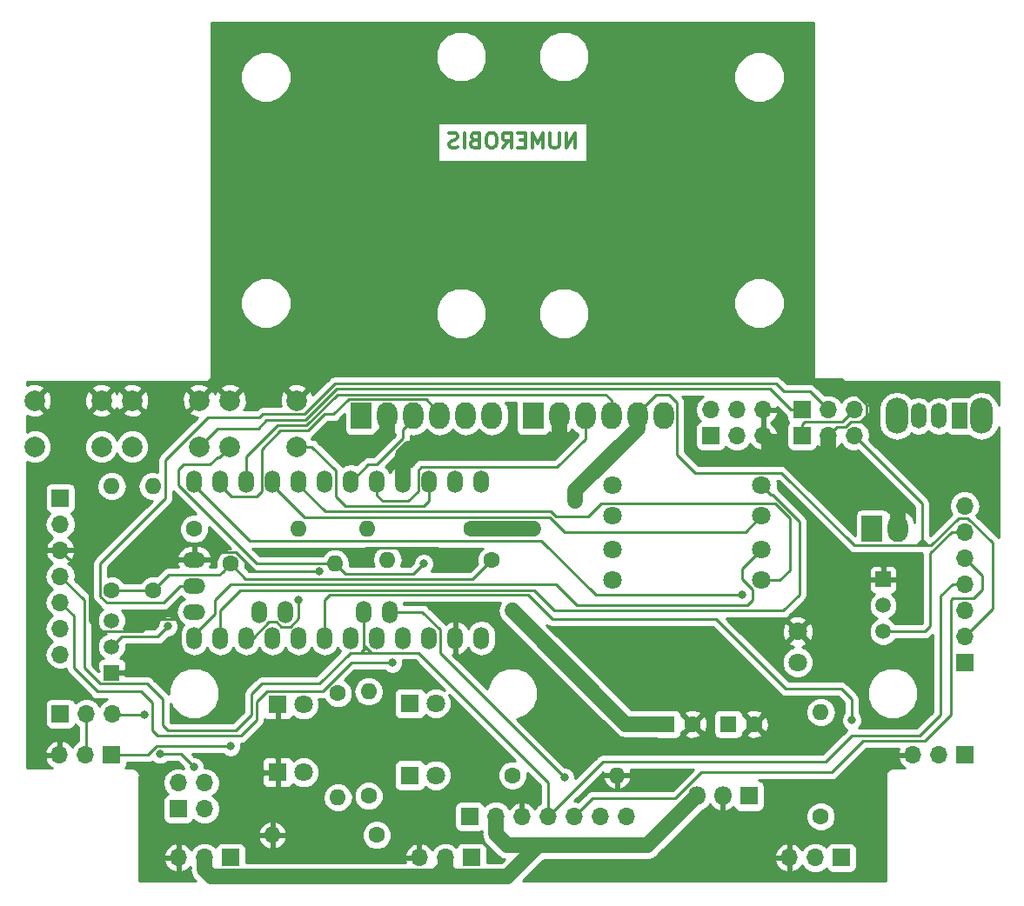
<source format=gbr>
G04 #@! TF.GenerationSoftware,KiCad,Pcbnew,(5.0.2)-1*
G04 #@! TF.CreationDate,2019-01-31T22:52:24+01:00*
G04 #@! TF.ProjectId,v3,76332e6b-6963-4616-945f-706362585858,rev?*
G04 #@! TF.SameCoordinates,Original*
G04 #@! TF.FileFunction,Copper,L2,Bot*
G04 #@! TF.FilePolarity,Positive*
%FSLAX46Y46*%
G04 Gerber Fmt 4.6, Leading zero omitted, Abs format (unit mm)*
G04 Created by KiCad (PCBNEW (5.0.2)-1) date 31/01/2019 22:52:24*
%MOMM*%
%LPD*%
G01*
G04 APERTURE LIST*
G04 #@! TA.AperFunction,NonConductor*
%ADD10C,0.300000*%
G04 #@! TD*
G04 #@! TA.AperFunction,ComponentPad*
%ADD11C,1.800000*%
G04 #@! TD*
G04 #@! TA.AperFunction,ComponentPad*
%ADD12O,1.501140X2.199640*%
G04 #@! TD*
G04 #@! TA.AperFunction,ComponentPad*
%ADD13O,2.199640X1.501140*%
G04 #@! TD*
G04 #@! TA.AperFunction,ComponentPad*
%ADD14R,1.600000X1.600000*%
G04 #@! TD*
G04 #@! TA.AperFunction,ComponentPad*
%ADD15C,1.600000*%
G04 #@! TD*
G04 #@! TA.AperFunction,ComponentPad*
%ADD16O,1.700000X1.700000*%
G04 #@! TD*
G04 #@! TA.AperFunction,ComponentPad*
%ADD17R,1.700000X1.700000*%
G04 #@! TD*
G04 #@! TA.AperFunction,ComponentPad*
%ADD18R,1.520000X1.520000*%
G04 #@! TD*
G04 #@! TA.AperFunction,ComponentPad*
%ADD19C,1.520000*%
G04 #@! TD*
G04 #@! TA.AperFunction,ComponentPad*
%ADD20O,1.600000X1.600000*%
G04 #@! TD*
G04 #@! TA.AperFunction,ComponentPad*
%ADD21O,1.800000X1.800000*%
G04 #@! TD*
G04 #@! TA.AperFunction,ComponentPad*
%ADD22R,1.800000X1.800000*%
G04 #@! TD*
G04 #@! TA.AperFunction,ComponentPad*
%ADD23O,2.000000X2.600000*%
G04 #@! TD*
G04 #@! TA.AperFunction,ComponentPad*
%ADD24R,2.000000X2.600000*%
G04 #@! TD*
G04 #@! TA.AperFunction,ComponentPad*
%ADD25C,2.000000*%
G04 #@! TD*
G04 #@! TA.AperFunction,ComponentPad*
%ADD26O,2.200000X3.500000*%
G04 #@! TD*
G04 #@! TA.AperFunction,ComponentPad*
%ADD27O,1.500000X2.500000*%
G04 #@! TD*
G04 #@! TA.AperFunction,ComponentPad*
%ADD28R,1.500000X2.500000*%
G04 #@! TD*
G04 #@! TA.AperFunction,ViaPad*
%ADD29C,0.800000*%
G04 #@! TD*
G04 #@! TA.AperFunction,Conductor*
%ADD30C,0.250000*%
G04 #@! TD*
G04 #@! TA.AperFunction,Conductor*
%ADD31C,1.500000*%
G04 #@! TD*
G04 #@! TA.AperFunction,Conductor*
%ADD32C,0.254000*%
G04 #@! TD*
G04 APERTURE END LIST*
D10*
X101103142Y-47922571D02*
X101103142Y-46422571D01*
X100246000Y-47922571D01*
X100246000Y-46422571D01*
X99531714Y-46422571D02*
X99531714Y-47636857D01*
X99460285Y-47779714D01*
X99388857Y-47851142D01*
X99246000Y-47922571D01*
X98960285Y-47922571D01*
X98817428Y-47851142D01*
X98746000Y-47779714D01*
X98674571Y-47636857D01*
X98674571Y-46422571D01*
X97960285Y-47922571D02*
X97960285Y-46422571D01*
X97460285Y-47494000D01*
X96960285Y-46422571D01*
X96960285Y-47922571D01*
X96246000Y-47136857D02*
X95746000Y-47136857D01*
X95531714Y-47922571D02*
X96246000Y-47922571D01*
X96246000Y-46422571D01*
X95531714Y-46422571D01*
X94031714Y-47922571D02*
X94531714Y-47208285D01*
X94888857Y-47922571D02*
X94888857Y-46422571D01*
X94317428Y-46422571D01*
X94174571Y-46494000D01*
X94103142Y-46565428D01*
X94031714Y-46708285D01*
X94031714Y-46922571D01*
X94103142Y-47065428D01*
X94174571Y-47136857D01*
X94317428Y-47208285D01*
X94888857Y-47208285D01*
X93103142Y-46422571D02*
X92817428Y-46422571D01*
X92674571Y-46494000D01*
X92531714Y-46636857D01*
X92460285Y-46922571D01*
X92460285Y-47422571D01*
X92531714Y-47708285D01*
X92674571Y-47851142D01*
X92817428Y-47922571D01*
X93103142Y-47922571D01*
X93246000Y-47851142D01*
X93388857Y-47708285D01*
X93460285Y-47422571D01*
X93460285Y-46922571D01*
X93388857Y-46636857D01*
X93246000Y-46494000D01*
X93103142Y-46422571D01*
X91317428Y-47136857D02*
X91103142Y-47208285D01*
X91031714Y-47279714D01*
X90960285Y-47422571D01*
X90960285Y-47636857D01*
X91031714Y-47779714D01*
X91103142Y-47851142D01*
X91246000Y-47922571D01*
X91817428Y-47922571D01*
X91817428Y-46422571D01*
X91317428Y-46422571D01*
X91174571Y-46494000D01*
X91103142Y-46565428D01*
X91031714Y-46708285D01*
X91031714Y-46851142D01*
X91103142Y-46994000D01*
X91174571Y-47065428D01*
X91317428Y-47136857D01*
X91817428Y-47136857D01*
X90317428Y-47922571D02*
X90317428Y-46422571D01*
X89674571Y-47851142D02*
X89460285Y-47922571D01*
X89103142Y-47922571D01*
X88960285Y-47851142D01*
X88888857Y-47779714D01*
X88817428Y-47636857D01*
X88817428Y-47494000D01*
X88888857Y-47351142D01*
X88960285Y-47279714D01*
X89103142Y-47208285D01*
X89388857Y-47136857D01*
X89531714Y-47065428D01*
X89603142Y-46994000D01*
X89674571Y-46851142D01*
X89674571Y-46708285D01*
X89603142Y-46565428D01*
X89531714Y-46494000D01*
X89388857Y-46422571D01*
X89031714Y-46422571D01*
X88817428Y-46494000D01*
D11*
G04 #@! TO.P,PCB101,1*
G04 #@! TO.N,/AlimArduino*
X122750000Y-98000000D03*
G04 #@! TO.P,PCB101,2*
G04 #@! TO.N,-BATT*
X122750000Y-95000000D03*
G04 #@! TO.P,PCB101,3*
G04 #@! TO.N,/IN1_HBridge*
X119250000Y-90000000D03*
G04 #@! TO.P,PCB101,4*
G04 #@! TO.N,/IN2_HBridge*
X119250000Y-87000000D03*
G04 #@! TO.P,PCB101,5*
G04 #@! TO.N,/IN3_HBridge*
X119250000Y-83750000D03*
G04 #@! TO.P,PCB101,6*
G04 #@! TO.N,/IN4_HBridge*
X119250000Y-80750000D03*
G04 #@! TO.P,PCB101,7*
G04 #@! TO.N,/MotorLeftN*
X104750000Y-90000000D03*
G04 #@! TO.P,PCB101,8*
G04 #@! TO.N,/MotorLeftP*
X104750000Y-87000000D03*
G04 #@! TO.P,PCB101,9*
G04 #@! TO.N,/MotorRightN*
X104750000Y-83750000D03*
G04 #@! TO.P,PCB101,10*
G04 #@! TO.N,/MotorRightP*
X104750000Y-80750000D03*
G04 #@! TD*
D12*
G04 #@! TO.P,IC101,28*
G04 #@! TO.N,/interface1*
X72920000Y-93080000D03*
G04 #@! TO.P,IC101,27*
G04 #@! TO.N,/distanceSensor3*
X70380000Y-93080000D03*
G04 #@! TO.P,IC101,1*
G04 #@! TO.N,/TX*
X91970000Y-80380000D03*
G04 #@! TO.P,IC101,2*
G04 #@! TO.N,/RX*
X89430000Y-80380000D03*
G04 #@! TO.P,IC101,3*
G04 #@! TO.N,/Reset*
X86890000Y-80380000D03*
G04 #@! TO.P,IC101,4*
G04 #@! TO.N,-BATT*
X84350000Y-80380000D03*
G04 #@! TO.P,IC101,5*
G04 #@! TO.N,/CoderLeftA*
X81810000Y-80380000D03*
G04 #@! TO.P,IC101,6*
G04 #@! TO.N,/CoderRightA*
X79270000Y-80380000D03*
G04 #@! TO.P,IC101,7*
G04 #@! TO.N,/arduinoGroundSensorEmitter*
X76730000Y-80380000D03*
G04 #@! TO.P,IC101,8*
G04 #@! TO.N,/IN1_HBridge*
X74190000Y-80380000D03*
G04 #@! TO.P,IC101,9*
G04 #@! TO.N,/IN3_HBridge*
X71650000Y-80380000D03*
G04 #@! TO.P,IC101,10*
G04 #@! TO.N,/CoderLeftB*
X69110000Y-80380000D03*
G04 #@! TO.P,IC101,11*
G04 #@! TO.N,/CoderRightB*
X66570000Y-80380000D03*
G04 #@! TO.P,IC101,12*
G04 #@! TO.N,/TOF3_XSHUT_CTRL*
X64030000Y-80380000D03*
G04 #@! TO.P,IC101,13*
G04 #@! TO.N,/IN2_HBridge*
X64030000Y-95620000D03*
G04 #@! TO.P,IC101,14*
G04 #@! TO.N,/IN4_HBridge*
X66570000Y-95620000D03*
G04 #@! TO.P,IC101,15*
G04 #@! TO.N,/TOF2_XSHUT_CTRL*
X69110000Y-95620000D03*
G04 #@! TO.P,IC101,16*
G04 #@! TO.N,/Led1*
X71650000Y-95620000D03*
G04 #@! TO.P,IC101,17*
G04 #@! TO.N,/groundSensor1*
X74190000Y-95620000D03*
G04 #@! TO.P,IC101,18*
G04 #@! TO.N,/groundSensor2*
X76730000Y-95620000D03*
G04 #@! TO.P,IC101,19*
G04 #@! TO.N,/distanceSensor1*
X79270000Y-95620000D03*
G04 #@! TO.P,IC101,20*
G04 #@! TO.N,/distanceSensor2*
X81810000Y-95620000D03*
G04 #@! TO.P,IC101,21*
G04 #@! TO.N,Net-(IC101-Pad21)*
X84350000Y-95620000D03*
G04 #@! TO.P,IC101,22*
G04 #@! TO.N,/Reset*
X86890000Y-95620000D03*
G04 #@! TO.P,IC101,23*
G04 #@! TO.N,-BATT*
X89430000Y-95620000D03*
G04 #@! TO.P,IC101,24*
G04 #@! TO.N,/AlimArduino*
X91970000Y-95620000D03*
G04 #@! TO.P,IC101,25*
G04 #@! TO.N,/TOF_SDA*
X80540000Y-93080000D03*
G04 #@! TO.P,IC101,26*
G04 #@! TO.N,/TOF_SCL*
X83080000Y-93080000D03*
D13*
G04 #@! TO.P,IC101,27*
G04 #@! TO.N,/distanceSensor3*
X64030000Y-93080000D03*
G04 #@! TO.P,IC101,28*
G04 #@! TO.N,/interface1*
X64030000Y-90540000D03*
G04 #@! TO.P,IC101,29*
G04 #@! TO.N,-BATT*
X64030000Y-88000000D03*
G04 #@! TD*
D14*
G04 #@! TO.P,C101,1*
G04 #@! TO.N,/AlimArduino*
X116000000Y-104000000D03*
D15*
G04 #@! TO.P,C101,2*
G04 #@! TO.N,-BATT*
X118500000Y-104000000D03*
G04 #@! TD*
G04 #@! TO.P,C102,2*
G04 #@! TO.N,-BATT*
X112500000Y-104000000D03*
D14*
G04 #@! TO.P,C102,1*
G04 #@! TO.N,/5V*
X110000000Y-104000000D03*
G04 #@! TD*
D16*
G04 #@! TO.P,J104,4*
G04 #@! TO.N,/TX*
X65024000Y-109728000D03*
G04 #@! TO.P,J104,3*
G04 #@! TO.N,/Led2*
X65024000Y-112268000D03*
G04 #@! TO.P,J104,2*
G04 #@! TO.N,/RX*
X62484000Y-109728000D03*
D17*
G04 #@! TO.P,J104,1*
G04 #@! TO.N,/Button2*
X62484000Y-112268000D03*
G04 #@! TD*
D16*
G04 #@! TO.P,J106,3*
G04 #@! TO.N,/arduinoGroundSensorEmitter*
X56080000Y-103000000D03*
G04 #@! TO.P,J106,2*
G04 #@! TO.N,/groundSensorEmitter*
X53540000Y-103000000D03*
D17*
G04 #@! TO.P,J106,1*
G04 #@! TO.N,/5V*
X51000000Y-103000000D03*
G04 #@! TD*
D18*
G04 #@! TO.P,Q101,1*
G04 #@! TO.N,-BATT*
X56000000Y-99000000D03*
D19*
G04 #@! TO.P,Q101,3*
G04 #@! TO.N,/TOF2_XSHUT*
X56000000Y-93920000D03*
G04 #@! TO.P,Q101,2*
G04 #@! TO.N,Net-(Q101-Pad2)*
X56000000Y-96460000D03*
G04 #@! TD*
G04 #@! TO.P,Q102,2*
G04 #@! TO.N,Net-(Q102-Pad2)*
X131064000Y-92456000D03*
G04 #@! TO.P,Q102,3*
G04 #@! TO.N,/TOF3_XSHUT*
X131064000Y-94996000D03*
D18*
G04 #@! TO.P,Q102,1*
G04 #@! TO.N,-BATT*
X131064000Y-89916000D03*
G04 #@! TD*
D20*
G04 #@! TO.P,R101,2*
G04 #@! TO.N,/Reset*
X77724000Y-88392000D03*
D15*
G04 #@! TO.P,R101,1*
G04 #@! TO.N,/5V*
X67564000Y-88392000D03*
G04 #@! TD*
D20*
G04 #@! TO.P,R102,2*
G04 #@! TO.N,/Button2*
X56000000Y-80840000D03*
D15*
G04 #@! TO.P,R102,1*
G04 #@! TO.N,/5V*
X56000000Y-91000000D03*
G04 #@! TD*
G04 #@! TO.P,R103,1*
G04 #@! TO.N,/5V*
X60000000Y-91000000D03*
D20*
G04 #@! TO.P,R103,2*
G04 #@! TO.N,/Button1*
X60000000Y-80840000D03*
G04 #@! TD*
G04 #@! TO.P,R104,2*
G04 #@! TO.N,/TOF_SCL*
X82840000Y-88000000D03*
D15*
G04 #@! TO.P,R104,1*
G04 #@! TO.N,/5V*
X93000000Y-88000000D03*
G04 #@! TD*
G04 #@! TO.P,R105,1*
G04 #@! TO.N,/5V*
X91000000Y-85000000D03*
D20*
G04 #@! TO.P,R105,2*
G04 #@! TO.N,/TOF_SDA*
X80840000Y-85000000D03*
G04 #@! TD*
G04 #@! TO.P,R106,2*
G04 #@! TO.N,/TOF2_XSHUT_CTRL*
X74160000Y-85000000D03*
D15*
G04 #@! TO.P,R106,1*
G04 #@! TO.N,Net-(Q101-Pad2)*
X64000000Y-85000000D03*
G04 #@! TD*
G04 #@! TO.P,R107,1*
G04 #@! TO.N,Net-(LED1-Pad2)*
X81000000Y-111000000D03*
D20*
G04 #@! TO.P,R107,2*
G04 #@! TO.N,/Led1*
X81000000Y-100840000D03*
G04 #@! TD*
G04 #@! TO.P,R108,2*
G04 #@! TO.N,/Led2*
X78000000Y-111160000D03*
D15*
G04 #@! TO.P,R108,1*
G04 #@! TO.N,Net-(LED2-Pad2)*
X78000000Y-101000000D03*
G04 #@! TD*
G04 #@! TO.P,R109,1*
G04 #@! TO.N,Net-(Q102-Pad2)*
X125000000Y-113000000D03*
D20*
G04 #@! TO.P,R109,2*
G04 #@! TO.N,/TOF3_XSHUT_CTRL*
X125000000Y-102840000D03*
G04 #@! TD*
D15*
G04 #@! TO.P,R116,1*
G04 #@! TO.N,Net-(5V_1-Pad1)*
X95000000Y-109000000D03*
D20*
G04 #@! TO.P,R116,2*
G04 #@! TO.N,-BATT*
X105160000Y-109000000D03*
G04 #@! TD*
G04 #@! TO.P,R117,2*
G04 #@! TO.N,-BATT*
X71628000Y-114808000D03*
D15*
G04 #@! TO.P,R117,1*
G04 #@! TO.N,Net-(POWER_1-Pad1)*
X81788000Y-114808000D03*
G04 #@! TD*
D21*
G04 #@! TO.P,U101,3*
G04 #@! TO.N,/5V*
X112920000Y-111000000D03*
G04 #@! TO.P,U101,2*
G04 #@! TO.N,-BATT*
X115460000Y-111000000D03*
D22*
G04 #@! TO.P,U101,1*
G04 #@! TO.N,/AlimArduino*
X118000000Y-111000000D03*
G04 #@! TD*
D11*
G04 #@! TO.P,5V_1,2*
G04 #@! TO.N,/5V*
X87540000Y-109000000D03*
D22*
G04 #@! TO.P,5V_1,1*
G04 #@! TO.N,Net-(5V_1-Pad1)*
X85000000Y-109000000D03*
G04 #@! TD*
D23*
G04 #@! TO.P,BATT1,2*
G04 #@! TO.N,-BATT*
X132540000Y-85000000D03*
D24*
G04 #@! TO.P,BATT1,1*
G04 #@! TO.N,+BATT*
X130000000Y-85000000D03*
G04 #@! TD*
D25*
G04 #@! TO.P,BUTT1,1*
G04 #@! TO.N,/Button1*
X58000000Y-77000000D03*
G04 #@! TO.P,BUTT1,2*
G04 #@! TO.N,-BATT*
X58000000Y-72500000D03*
G04 #@! TO.P,BUTT1,1*
G04 #@! TO.N,/Button1*
X64500000Y-77000000D03*
G04 #@! TO.P,BUTT1,2*
G04 #@! TO.N,-BATT*
X64500000Y-72500000D03*
G04 #@! TD*
G04 #@! TO.P,BUTT2,2*
G04 #@! TO.N,-BATT*
X55000000Y-72500000D03*
G04 #@! TO.P,BUTT2,1*
G04 #@! TO.N,/Button2*
X55000000Y-77000000D03*
G04 #@! TO.P,BUTT2,2*
G04 #@! TO.N,-BATT*
X48500000Y-72500000D03*
G04 #@! TO.P,BUTT2,1*
G04 #@! TO.N,/Button2*
X48500000Y-77000000D03*
G04 #@! TD*
D16*
G04 #@! TO.P,ext1,6*
G04 #@! TO.N,-BATT*
X119380000Y-73406000D03*
G04 #@! TO.P,ext1,5*
X119380000Y-75946000D03*
G04 #@! TO.P,ext1,4*
G04 #@! TO.N,+BATT*
X116840000Y-73406000D03*
G04 #@! TO.P,ext1,3*
G04 #@! TO.N,/TX*
X116840000Y-75946000D03*
G04 #@! TO.P,ext1,2*
G04 #@! TO.N,+BATT*
X114300000Y-73406000D03*
D17*
G04 #@! TO.P,ext1,1*
G04 #@! TO.N,/RX*
X114300000Y-75946000D03*
G04 #@! TD*
D22*
G04 #@! TO.P,LED1,1*
G04 #@! TO.N,-BATT*
X72136000Y-108712000D03*
D11*
G04 #@! TO.P,LED1,2*
G04 #@! TO.N,Net-(LED1-Pad2)*
X74676000Y-108712000D03*
G04 #@! TD*
G04 #@! TO.P,LED2,2*
G04 #@! TO.N,Net-(LED2-Pad2)*
X74676000Y-102108000D03*
D22*
G04 #@! TO.P,LED2,1*
G04 #@! TO.N,-BATT*
X72136000Y-102108000D03*
G04 #@! TD*
D23*
G04 #@! TO.P,MOT_L_1,6*
G04 #@! TO.N,/MotorLeftN*
X109700000Y-74000000D03*
G04 #@! TO.P,MOT_L_1,5*
G04 #@! TO.N,/5V*
X107160000Y-74000000D03*
G04 #@! TO.P,MOT_L_1,4*
G04 #@! TO.N,/CoderLeftB*
X104620000Y-74000000D03*
G04 #@! TO.P,MOT_L_1,3*
G04 #@! TO.N,/CoderLeftA*
X102080000Y-74000000D03*
G04 #@! TO.P,MOT_L_1,2*
G04 #@! TO.N,-BATT*
X99540000Y-74000000D03*
D24*
G04 #@! TO.P,MOT_L_1,1*
G04 #@! TO.N,/MotorLeftP*
X97000000Y-74000000D03*
G04 #@! TD*
G04 #@! TO.P,MOT_R_1,1*
G04 #@! TO.N,/MotorRightP*
X80300000Y-74000000D03*
D23*
G04 #@! TO.P,MOT_R_1,2*
G04 #@! TO.N,-BATT*
X82840000Y-74000000D03*
G04 #@! TO.P,MOT_R_1,3*
G04 #@! TO.N,/CoderRightA*
X85380000Y-74000000D03*
G04 #@! TO.P,MOT_R_1,4*
G04 #@! TO.N,/CoderRightB*
X87920000Y-74000000D03*
G04 #@! TO.P,MOT_R_1,5*
G04 #@! TO.N,/5V*
X90460000Y-74000000D03*
G04 #@! TO.P,MOT_R_1,6*
G04 #@! TO.N,/MotorRightN*
X93000000Y-74000000D03*
G04 #@! TD*
D22*
G04 #@! TO.P,POWER_1,1*
G04 #@! TO.N,Net-(POWER_1-Pad1)*
X85000000Y-102000000D03*
D11*
G04 #@! TO.P,POWER_1,2*
G04 #@! TO.N,/AlimArduino*
X87540000Y-102000000D03*
G04 #@! TD*
D26*
G04 #@! TO.P,PWR_1,*
G04 #@! TO.N,*
X132400000Y-74000000D03*
X140600000Y-74000000D03*
D27*
G04 #@! TO.P,PWR_1,3*
G04 #@! TO.N,N/C*
X134500000Y-74000000D03*
G04 #@! TO.P,PWR_1,2*
G04 #@! TO.N,/AlimArduino*
X136500000Y-74000000D03*
D28*
G04 #@! TO.P,PWR_1,1*
G04 #@! TO.N,+BATT*
X138500000Y-74000000D03*
G04 #@! TD*
D17*
G04 #@! TO.P,QTR_1,1*
G04 #@! TO.N,/groundSensor2*
X139000000Y-107000000D03*
D16*
G04 #@! TO.P,QTR_1,2*
G04 #@! TO.N,/groundSensorEmitter*
X136460000Y-107000000D03*
G04 #@! TO.P,QTR_1,3*
G04 #@! TO.N,-BATT*
X133920000Y-107000000D03*
G04 #@! TD*
G04 #@! TO.P,QTR_2,3*
G04 #@! TO.N,-BATT*
X50920000Y-107000000D03*
G04 #@! TO.P,QTR_2,2*
G04 #@! TO.N,/groundSensorEmitter*
X53460000Y-107000000D03*
D17*
G04 #@! TO.P,QTR_2,1*
G04 #@! TO.N,/groundSensor1*
X56000000Y-107000000D03*
G04 #@! TD*
D16*
G04 #@! TO.P,SHARP1,3*
G04 #@! TO.N,-BATT*
X121920000Y-117000000D03*
G04 #@! TO.P,SHARP1,2*
G04 #@! TO.N,/5V*
X124460000Y-117000000D03*
D17*
G04 #@! TO.P,SHARP1,1*
G04 #@! TO.N,/distanceSensor1*
X127000000Y-117000000D03*
G04 #@! TD*
G04 #@! TO.P,SHARP2,1*
G04 #@! TO.N,/distanceSensor2*
X91000000Y-117000000D03*
D16*
G04 #@! TO.P,SHARP2,2*
G04 #@! TO.N,/5V*
X88460000Y-117000000D03*
G04 #@! TO.P,SHARP2,3*
G04 #@! TO.N,-BATT*
X85920000Y-117000000D03*
G04 #@! TD*
G04 #@! TO.P,SHARP3,3*
G04 #@! TO.N,-BATT*
X62484000Y-117000000D03*
G04 #@! TO.P,SHARP3,2*
G04 #@! TO.N,/5V*
X65024000Y-117000000D03*
D17*
G04 #@! TO.P,SHARP3,1*
G04 #@! TO.N,/distanceSensor3*
X67564000Y-117000000D03*
G04 #@! TD*
D16*
G04 #@! TO.P,VL53_1,7*
G04 #@! TO.N,/TOF1_GPIO1*
X106080000Y-113000000D03*
G04 #@! TO.P,VL53_1,6*
G04 #@! TO.N,/TOF1_XSHUT*
X103540000Y-113000000D03*
G04 #@! TO.P,VL53_1,5*
G04 #@! TO.N,/TOF_SCL*
X101000000Y-113000000D03*
G04 #@! TO.P,VL53_1,4*
G04 #@! TO.N,/TOF_SDA*
X98460000Y-113000000D03*
G04 #@! TO.P,VL53_1,3*
G04 #@! TO.N,-BATT*
X95920000Y-113000000D03*
G04 #@! TO.P,VL53_1,2*
G04 #@! TO.N,/5V*
X93380000Y-113000000D03*
D17*
G04 #@! TO.P,VL53_1,1*
G04 #@! TO.N,/TOF1_VDD*
X90840000Y-113000000D03*
G04 #@! TD*
D16*
G04 #@! TO.P,VL53_2,7*
G04 #@! TO.N,/TOF2_GPIO1*
X51000000Y-97240000D03*
G04 #@! TO.P,VL53_2,6*
G04 #@! TO.N,/TOF2_XSHUT*
X51000000Y-94700000D03*
G04 #@! TO.P,VL53_2,5*
G04 #@! TO.N,/TOF_SCL*
X51000000Y-92160000D03*
G04 #@! TO.P,VL53_2,4*
G04 #@! TO.N,/TOF_SDA*
X51000000Y-89620000D03*
G04 #@! TO.P,VL53_2,3*
G04 #@! TO.N,-BATT*
X51000000Y-87080000D03*
G04 #@! TO.P,VL53_2,2*
G04 #@! TO.N,/5V*
X51000000Y-84540000D03*
D17*
G04 #@! TO.P,VL53_2,1*
G04 #@! TO.N,/TOF2_VDD*
X51000000Y-82000000D03*
G04 #@! TD*
G04 #@! TO.P,VL53_3,1*
G04 #@! TO.N,/TOF3_VDD*
X139000000Y-98000000D03*
D16*
G04 #@! TO.P,VL53_3,2*
G04 #@! TO.N,/5V*
X139000000Y-95460000D03*
G04 #@! TO.P,VL53_3,3*
G04 #@! TO.N,-BATT*
X139000000Y-92920000D03*
G04 #@! TO.P,VL53_3,4*
G04 #@! TO.N,/TOF_SDA*
X139000000Y-90380000D03*
G04 #@! TO.P,VL53_3,5*
G04 #@! TO.N,/TOF_SCL*
X139000000Y-87840000D03*
G04 #@! TO.P,VL53_3,6*
G04 #@! TO.N,/TOF3_XSHUT*
X139000000Y-85300000D03*
G04 #@! TO.P,VL53_3,7*
G04 #@! TO.N,Net-(VL53_3-Pad7)*
X139000000Y-82760000D03*
G04 #@! TD*
D17*
G04 #@! TO.P,interface1,1*
G04 #@! TO.N,/Button1*
X123190000Y-73406000D03*
D16*
G04 #@! TO.P,interface1,2*
G04 #@! TO.N,/interface1*
X125730000Y-73406000D03*
G04 #@! TO.P,interface1,3*
G04 #@! TO.N,/IR_start*
X128270000Y-73406000D03*
G04 #@! TD*
G04 #@! TO.P,MicroStart1,3*
G04 #@! TO.N,/5V*
X128270000Y-75946000D03*
G04 #@! TO.P,MicroStart1,2*
G04 #@! TO.N,-BATT*
X125730000Y-75946000D03*
D17*
G04 #@! TO.P,MicroStart1,1*
G04 #@! TO.N,/IR_start*
X123190000Y-75946000D03*
G04 #@! TD*
D25*
G04 #@! TO.P,reset1,1*
G04 #@! TO.N,/Reset*
X67500000Y-77000000D03*
G04 #@! TO.P,reset1,2*
G04 #@! TO.N,-BATT*
X67500000Y-72500000D03*
G04 #@! TO.P,reset1,1*
G04 #@! TO.N,/Reset*
X74000000Y-77000000D03*
G04 #@! TO.P,reset1,2*
G04 #@! TO.N,-BATT*
X74000000Y-72500000D03*
G04 #@! TD*
D29*
G04 #@! TO.N,/5V*
X97028000Y-84836000D03*
X94996000Y-92964000D03*
X101092000Y-82296000D03*
G04 #@! TO.N,/TX*
X64008000Y-108204000D03*
X60705062Y-106923756D03*
G04 #@! TO.N,/Reset*
X86360000Y-88392000D03*
G04 #@! TO.N,/TOF2_XSHUT_CTRL*
X74168000Y-91948000D03*
G04 #@! TO.N,/groundSensor1*
X67564000Y-106172000D03*
G04 #@! TO.N,/groundSensor2*
X128016000Y-103632000D03*
G04 #@! TO.N,/TOF_SCL*
X100076000Y-109220000D03*
X83312000Y-98044000D03*
G04 #@! TO.N,-BATT*
X77216000Y-75692000D03*
X68072000Y-98044000D03*
X111760000Y-116840000D03*
X57404000Y-87884000D03*
X61468000Y-96774000D03*
X76200000Y-89133009D03*
X79756000Y-87884000D03*
X89154000Y-88392000D03*
G04 #@! TO.N,/arduinoGroundSensorEmitter*
X59219000Y-103124000D03*
G04 #@! TO.N,/TOF3_XSHUT_CTRL*
X117348000Y-91440000D03*
G04 #@! TO.N,Net-(Q101-Pad2)*
X61472653Y-94492653D03*
G04 #@! TD*
D30*
G04 #@! TO.N,/5V*
X91164000Y-84836000D02*
X91000000Y-85000000D01*
X97028000Y-84836000D02*
X91164000Y-84836000D01*
X56000000Y-91000000D02*
X60000000Y-91000000D01*
X66764001Y-89191999D02*
X67564000Y-88392000D01*
X66491580Y-89464420D02*
X66764001Y-89191999D01*
X61535580Y-89464420D02*
X66491580Y-89464420D01*
X60000000Y-91000000D02*
X61535580Y-89464420D01*
D31*
X112920000Y-111000000D02*
X108096000Y-115824000D01*
X93380000Y-114716000D02*
X93380000Y-113000000D01*
X94488000Y-115824000D02*
X93380000Y-114716000D01*
X110000000Y-104000000D02*
X106032000Y-104000000D01*
X106032000Y-104000000D02*
X94996000Y-92964000D01*
X91833991Y-84950009D02*
X97028000Y-84950009D01*
X91784000Y-85000000D02*
X91833991Y-84950009D01*
X91000000Y-85000000D02*
X91784000Y-85000000D01*
X107160000Y-75212000D02*
X107160000Y-74000000D01*
X101092000Y-81280000D02*
X107160000Y-75212000D01*
X101092000Y-82296000D02*
X101092000Y-81280000D01*
D30*
X92200001Y-88799999D02*
X93000000Y-88000000D01*
X91141991Y-89858009D02*
X92200001Y-88799999D01*
X69030009Y-89858009D02*
X91141991Y-89858009D01*
X67564000Y-88392000D02*
X69030009Y-89858009D01*
X65024000Y-118202081D02*
X65532000Y-118710081D01*
X86749919Y-118710081D02*
X88460000Y-117000000D01*
X65532000Y-118710081D02*
X86749919Y-118710081D01*
D31*
X88460000Y-118202081D02*
X89129919Y-118872000D01*
X88460000Y-117000000D02*
X88460000Y-118202081D01*
X94488000Y-118872000D02*
X97536000Y-115824000D01*
X89129919Y-118872000D02*
X94488000Y-118872000D01*
X108096000Y-115824000D02*
X97536000Y-115824000D01*
X97536000Y-115824000D02*
X94488000Y-115824000D01*
X65024000Y-118202081D02*
X65024000Y-117000000D01*
X65693919Y-118872000D02*
X65024000Y-118202081D01*
X89129919Y-118872000D02*
X65693919Y-118872000D01*
D30*
X141732000Y-92728000D02*
X139000000Y-95460000D01*
X141732000Y-86360000D02*
X141732000Y-92728000D01*
X139307001Y-83935001D02*
X141732000Y-86360000D01*
X138440589Y-83935001D02*
X139307001Y-83935001D01*
X135750589Y-86625001D02*
X138440589Y-83935001D01*
X112798999Y-79524999D02*
X121180999Y-79524999D01*
X107160000Y-73700000D02*
X108935010Y-71924990D01*
X121180999Y-79524999D02*
X128281001Y-86625001D01*
X108935010Y-71924990D02*
X110236000Y-71924990D01*
X110236000Y-71924990D02*
X111025010Y-72714000D01*
X111025010Y-72714000D02*
X111025010Y-77751010D01*
X107160000Y-74000000D02*
X107160000Y-73700000D01*
X111025010Y-77751010D02*
X112798999Y-79524999D01*
X128270000Y-75946000D02*
X134874000Y-82550000D01*
X134354999Y-86625001D02*
X134874000Y-86106000D01*
X134112000Y-86625001D02*
X134354999Y-86625001D01*
X134874000Y-86106000D02*
X134874000Y-86625001D01*
X134874000Y-82550000D02*
X134874000Y-86106000D01*
X134112000Y-86625001D02*
X134874000Y-86625001D01*
X128281001Y-86625001D02*
X134112000Y-86625001D01*
X135382000Y-86614000D02*
X134874000Y-86106000D01*
X135382000Y-86625001D02*
X135382000Y-86614000D01*
X135382000Y-86625001D02*
X135750589Y-86625001D01*
X134874000Y-86625001D02*
X135382000Y-86625001D01*
G04 #@! TO.N,/Button1*
X120058000Y-71374000D02*
X122090000Y-73406000D01*
X122090000Y-73406000D02*
X123190000Y-73406000D01*
X66294000Y-75206000D02*
X70247001Y-75206000D01*
X64500000Y-77000000D02*
X66294000Y-75206000D01*
X70247001Y-75206000D02*
X71031001Y-74422000D01*
X71031001Y-74422000D02*
X74838181Y-74422000D01*
X74838181Y-74422000D02*
X77886181Y-71374000D01*
X77886181Y-71374000D02*
X120058000Y-71374000D01*
G04 #@! TO.N,/TX*
X64008000Y-108204000D02*
X62727756Y-106923756D01*
X62727756Y-106923756D02*
X60705062Y-106923756D01*
G04 #@! TO.N,/Reset*
X77724000Y-88392000D02*
X78740000Y-89408000D01*
X78740000Y-89408000D02*
X82582998Y-89408000D01*
X85344000Y-89408000D02*
X86360000Y-88392000D01*
X83820000Y-89408000D02*
X85344000Y-89408000D01*
X82582998Y-89408000D02*
X83820000Y-89408000D01*
X66500001Y-77999999D02*
X67500000Y-77000000D01*
X66272001Y-77999999D02*
X66500001Y-77999999D01*
X77724000Y-88392000D02*
X70104000Y-88392000D01*
X62484000Y-80772000D02*
X62484000Y-79248000D01*
X70104000Y-88392000D02*
X62484000Y-80772000D01*
X62484000Y-79248000D02*
X62992000Y-78740000D01*
X62992000Y-78740000D02*
X65532000Y-78740000D01*
X65532000Y-78740000D02*
X66272001Y-77999999D01*
X74000000Y-77000000D02*
X75476000Y-77000000D01*
X75476000Y-77000000D02*
X77805580Y-79329580D01*
X77805580Y-79329580D02*
X77805580Y-81869580D01*
X77805580Y-81869580D02*
X78740000Y-82804000D01*
X78740000Y-82804000D02*
X86360000Y-82804000D01*
X86890000Y-82274000D02*
X86890000Y-80380000D01*
X86360000Y-82804000D02*
X86890000Y-82274000D01*
G04 #@! TO.N,/CoderLeftA*
X81810000Y-81729820D02*
X82376180Y-82296000D01*
X81810000Y-80380000D02*
X81810000Y-81729820D01*
X82376180Y-82296000D02*
X84836000Y-82296000D01*
X85814420Y-81317580D02*
X85814420Y-79285580D01*
X84836000Y-82296000D02*
X85814420Y-81317580D01*
X86144830Y-78955170D02*
X99352830Y-78955170D01*
X85814420Y-79285580D02*
X86144830Y-78955170D01*
X102080000Y-76228000D02*
X102080000Y-74000000D01*
X99352830Y-78955170D02*
X102080000Y-76228000D01*
G04 #@! TO.N,/CoderRightA*
X79300000Y-80380000D02*
X79270000Y-80380000D01*
X85380000Y-74000000D02*
X85380000Y-74300000D01*
X85380000Y-74300000D02*
X84328000Y-75352000D01*
X84328000Y-75352000D02*
X84328000Y-76200000D01*
X81788000Y-78740000D02*
X80940000Y-78740000D01*
X84328000Y-76200000D02*
X81788000Y-78740000D01*
X80940000Y-78740000D02*
X79300000Y-80380000D01*
G04 #@! TO.N,/groundSensorEmitter*
X53540000Y-106920000D02*
X53460000Y-107000000D01*
X53540000Y-103000000D02*
X53540000Y-106920000D01*
G04 #@! TO.N,/IN1_HBridge*
X121000000Y-90000000D02*
X119250000Y-90000000D01*
X122000000Y-89000000D02*
X121000000Y-90000000D01*
X122000000Y-84000000D02*
X122000000Y-89000000D01*
X103632000Y-82524999D02*
X120524999Y-82524999D01*
X74190000Y-80380000D02*
X74190000Y-80729250D01*
X74190000Y-80729250D02*
X76772750Y-83312000D01*
X76772750Y-83312000D02*
X98680410Y-83312000D01*
X98680410Y-83312000D02*
X99188410Y-83820000D01*
X120524999Y-82524999D02*
X122000000Y-84000000D01*
X99188410Y-83820000D02*
X102336999Y-83820000D01*
X102336999Y-83820000D02*
X103632000Y-82524999D01*
G04 #@! TO.N,/IN3_HBridge*
X117656000Y-85344000D02*
X119250000Y-83750000D01*
X100076000Y-85344000D02*
X117656000Y-85344000D01*
X98606999Y-83874999D02*
X100076000Y-85344000D01*
X74795749Y-83874999D02*
X98606999Y-83874999D01*
X71650000Y-80380000D02*
X71650000Y-80729250D01*
X71650000Y-80729250D02*
X74795749Y-83874999D01*
G04 #@! TO.N,/CoderLeftB*
X104620000Y-72450000D02*
X104094980Y-71924980D01*
X104620000Y-74000000D02*
X104620000Y-72450000D01*
X104094980Y-71924980D02*
X77971611Y-71924980D01*
X77971611Y-71924980D02*
X74966591Y-74930000D01*
X74966591Y-74930000D02*
X72158000Y-74930000D01*
X69110000Y-77978000D02*
X69110000Y-80380000D01*
X72158000Y-74930000D02*
X69110000Y-77978000D01*
G04 #@! TO.N,/CoderRightB*
X79040008Y-72374990D02*
X86594990Y-72374990D01*
X87920000Y-73700000D02*
X87920000Y-74000000D01*
X76708000Y-73825001D02*
X77589997Y-73825001D01*
X72390000Y-75438000D02*
X75095001Y-75438000D01*
X77589997Y-73825001D02*
X79040008Y-72374990D01*
X75095001Y-75438000D02*
X76708000Y-73825001D01*
X66570000Y-80380000D02*
X66570000Y-80729250D01*
X66570000Y-80729250D02*
X67645580Y-81804830D01*
X86594990Y-72374990D02*
X87920000Y-73700000D01*
X67645580Y-81804830D02*
X70087170Y-81804830D01*
X70087170Y-81804830D02*
X70574420Y-81317580D01*
X70574420Y-81317580D02*
X70574420Y-77253580D01*
X70574420Y-77253580D02*
X72390000Y-75438000D01*
G04 #@! TO.N,/IN2_HBridge*
X64030000Y-95270750D02*
X65320750Y-93980000D01*
X64030000Y-95620000D02*
X64030000Y-95270750D01*
X65320750Y-93980000D02*
X66040000Y-93260750D01*
X66040000Y-91948000D02*
X67564000Y-90424000D01*
X66040000Y-93260750D02*
X66040000Y-91948000D01*
X67564000Y-90424000D02*
X90932000Y-90424000D01*
X99188410Y-90424000D02*
X100204410Y-91440000D01*
X90932000Y-90424000D02*
X99188410Y-90424000D01*
X100204410Y-91440000D02*
X101220410Y-92456000D01*
X101220410Y-92456000D02*
X117856000Y-92456000D01*
X117856000Y-92456000D02*
X118364000Y-91948000D01*
X118364000Y-90927002D02*
X117348000Y-89911002D01*
X118364000Y-91948000D02*
X118364000Y-90927002D01*
X117348000Y-88902000D02*
X119250000Y-87000000D01*
X117348000Y-89911002D02*
X117348000Y-88902000D01*
G04 #@! TO.N,/IN4_HBridge*
X120149999Y-81649999D02*
X119250000Y-80750000D01*
X120286409Y-81649999D02*
X120149999Y-81649999D01*
X122936000Y-84299590D02*
X120286409Y-81649999D01*
X122936000Y-91382020D02*
X122936000Y-84299590D01*
X66570000Y-95620000D02*
X66570000Y-92942000D01*
X68522009Y-90989991D02*
X97085991Y-90989991D01*
X97085991Y-90989991D02*
X99060000Y-92964000D01*
X99060000Y-92964000D02*
X121354020Y-92964000D01*
X66570000Y-92942000D02*
X68522009Y-90989991D01*
X121354020Y-92964000D02*
X122936000Y-91382020D01*
G04 #@! TO.N,/TOF2_XSHUT_CTRL*
X69779651Y-95620000D02*
X71326476Y-94073175D01*
X69110000Y-95620000D02*
X69779651Y-95620000D01*
X71326476Y-94073175D02*
X72042826Y-94073175D01*
X72042826Y-94073175D02*
X72474481Y-94504830D01*
X72474481Y-94504830D02*
X73365519Y-94504830D01*
X74168000Y-93702349D02*
X74168000Y-91948000D01*
X73365519Y-94504830D02*
X74168000Y-93702349D01*
G04 #@! TO.N,/groundSensor1*
X60383816Y-106172000D02*
X67564000Y-106172000D01*
X56000000Y-107000000D02*
X59555816Y-107000000D01*
X59555816Y-107000000D02*
X60383816Y-106172000D01*
G04 #@! TO.N,/groundSensor2*
X76730000Y-94270180D02*
X76730000Y-95620000D01*
X76708000Y-94248180D02*
X76730000Y-94270180D01*
X76708000Y-91948000D02*
X76708000Y-94248180D01*
X98854999Y-93774999D02*
X96520000Y-91440000D01*
X96520000Y-91440000D02*
X77216000Y-91440000D01*
X77216000Y-91440000D02*
X76708000Y-91948000D01*
X114808000Y-93774999D02*
X121617001Y-100584000D01*
X114808000Y-93774999D02*
X98854999Y-93774999D01*
X127000000Y-100584000D02*
X128016000Y-101600000D01*
X121617001Y-100584000D02*
X127000000Y-100584000D01*
X128016000Y-101600000D02*
X128016000Y-103632000D01*
G04 #@! TO.N,/TOF_SDA*
X80540000Y-94429820D02*
X80540000Y-93080000D01*
X80540000Y-96288000D02*
X80540000Y-94429820D01*
X81296830Y-97044830D02*
X80540000Y-96288000D01*
X85825828Y-97044830D02*
X81296830Y-97044830D01*
X98460000Y-109679002D02*
X85825828Y-97044830D01*
X98460000Y-113000000D02*
X98460000Y-109679002D01*
X80247170Y-97044830D02*
X81263170Y-97044830D01*
X80540000Y-96752000D02*
X80264000Y-97028000D01*
X80540000Y-96288000D02*
X80540000Y-96752000D01*
X80247170Y-97044830D02*
X80264000Y-97028000D01*
X80264000Y-97028000D02*
X80772000Y-96520000D01*
X79231170Y-97044830D02*
X79248000Y-97044830D01*
X79248000Y-97044830D02*
X80247170Y-97044830D01*
X76200000Y-100076000D02*
X79231170Y-97044830D01*
X70612000Y-100076000D02*
X76200000Y-100076000D01*
X69596000Y-101092000D02*
X70612000Y-100076000D01*
X68072000Y-104648000D02*
X69596000Y-103124000D01*
X51000000Y-89620000D02*
X53340000Y-91960000D01*
X61468000Y-104648000D02*
X68072000Y-104648000D01*
X53340000Y-91960000D02*
X53340000Y-98552000D01*
X53340000Y-98552000D02*
X54873001Y-100085001D01*
X60960000Y-104140000D02*
X61468000Y-104648000D01*
X54873001Y-100085001D02*
X59445001Y-100085001D01*
X69596000Y-103124000D02*
X69596000Y-101092000D01*
X59445001Y-100085001D02*
X60960000Y-101600000D01*
X60960000Y-101600000D02*
X60960000Y-104140000D01*
X137797919Y-90380000D02*
X139000000Y-90380000D01*
X136652000Y-91525919D02*
X137797919Y-90380000D01*
X103764000Y-107696000D02*
X125476000Y-107696000D01*
X98460000Y-113000000D02*
X103764000Y-107696000D01*
X125476000Y-107696000D02*
X128016000Y-105156000D01*
X128016000Y-105156000D02*
X134620000Y-105156000D01*
X134620000Y-105156000D02*
X136652000Y-103124000D01*
X136652000Y-103124000D02*
X136652000Y-91525919D01*
G04 #@! TO.N,/TOF_SCL*
X87965580Y-97109580D02*
X100076000Y-109220000D01*
X87965580Y-94825231D02*
X87965580Y-97109580D01*
X83080000Y-93080000D02*
X86220349Y-93080000D01*
X86220349Y-93080000D02*
X87965580Y-94825231D01*
X79290998Y-98044000D02*
X83312000Y-98044000D01*
X76509999Y-100824999D02*
X79290998Y-98044000D01*
X70104000Y-103632000D02*
X70104000Y-101840999D01*
X68580000Y-105156000D02*
X70104000Y-103632000D01*
X59944000Y-104648000D02*
X60452000Y-105156000D01*
X51000000Y-92160000D02*
X52324000Y-93484000D01*
X52324000Y-93484000D02*
X52324000Y-98552000D01*
X52324000Y-98552000D02*
X54596999Y-100824999D01*
X71120000Y-100824999D02*
X76509999Y-100824999D01*
X54596999Y-100824999D02*
X58824999Y-100824999D01*
X58824999Y-100824999D02*
X59944000Y-101944000D01*
X70104000Y-101840999D02*
X71120000Y-100824999D01*
X60452000Y-105156000D02*
X68580000Y-105156000D01*
X59944000Y-101944000D02*
X59944000Y-104648000D01*
X140716000Y-89556000D02*
X139000000Y-87840000D01*
X140716000Y-90932000D02*
X140716000Y-89556000D01*
X137871001Y-91744999D02*
X139903001Y-91744999D01*
X137668000Y-91948000D02*
X137871001Y-91744999D01*
X137668000Y-103124000D02*
X137668000Y-91948000D01*
X102748000Y-111252000D02*
X110854998Y-111252000D01*
X135128000Y-105664000D02*
X137668000Y-103124000D01*
X101000000Y-113000000D02*
X102748000Y-111252000D01*
X110854998Y-111252000D02*
X113394998Y-108712000D01*
X113394998Y-108712000D02*
X126068998Y-108712000D01*
X126068998Y-108712000D02*
X129116998Y-105664000D01*
X139903001Y-91744999D02*
X140716000Y-90932000D01*
X129116998Y-105664000D02*
X135128000Y-105664000D01*
D31*
G04 #@! TO.N,-BATT*
X84350000Y-77780180D02*
X84914180Y-77216000D01*
X84350000Y-80380000D02*
X84350000Y-77780180D01*
X99540000Y-76800000D02*
X99540000Y-74000000D01*
X99124000Y-77216000D02*
X99540000Y-76800000D01*
X84914180Y-77216000D02*
X99124000Y-77216000D01*
X82840000Y-75470002D02*
X81602002Y-76708000D01*
X82840000Y-74000000D02*
X82840000Y-75470002D01*
X81602002Y-76708000D02*
X78232000Y-76708000D01*
X78232000Y-76708000D02*
X77216000Y-75692000D01*
D30*
X115460000Y-113140000D02*
X115460000Y-111000000D01*
X111760000Y-116840000D02*
X115460000Y-113140000D01*
D31*
X131112000Y-80772000D02*
X124206000Y-80772000D01*
X132540000Y-85000000D02*
X132540000Y-82200000D01*
X132540000Y-82200000D02*
X131112000Y-80772000D01*
X123884081Y-78994000D02*
X122428000Y-78994000D01*
X125730000Y-77148081D02*
X123884081Y-78994000D01*
X125730000Y-75946000D02*
X125730000Y-77148081D01*
X124206000Y-80772000D02*
X122428000Y-78994000D01*
X122428000Y-78994000D02*
X119380000Y-75946000D01*
D30*
X51861999Y-87929999D02*
X51849999Y-87929999D01*
X54873001Y-95005001D02*
X53848000Y-93980000D01*
X58918999Y-95005001D02*
X54873001Y-95005001D01*
X59944000Y-93980000D02*
X58918999Y-95005001D01*
X60452000Y-93980000D02*
X59944000Y-93980000D01*
X51849999Y-87929999D02*
X51000000Y-87080000D01*
X63500000Y-98044000D02*
X62484000Y-97028000D01*
X53848000Y-89916000D02*
X51861999Y-87929999D01*
X53848000Y-93980000D02*
X53848000Y-89916000D01*
X62484000Y-97028000D02*
X62484000Y-93980000D01*
X62484000Y-93980000D02*
X62271652Y-93767652D01*
X62271652Y-93767652D02*
X60664348Y-93767652D01*
X68072000Y-98044000D02*
X63500000Y-98044000D01*
X60664348Y-93767652D02*
X60452000Y-93980000D01*
X127003012Y-70400010D02*
X122978010Y-70400010D01*
X126579999Y-75096001D02*
X127380997Y-75096001D01*
X125730000Y-75946000D02*
X126579999Y-75096001D01*
X127380997Y-75096001D02*
X127895997Y-74581001D01*
X127895997Y-74581001D02*
X128834001Y-74581001D01*
X128834001Y-74581001D02*
X129445001Y-73970001D01*
X129445001Y-72841999D02*
X127003012Y-70400010D01*
X129445001Y-73970001D02*
X129445001Y-72841999D01*
X122978010Y-70400010D02*
X120142000Y-67564000D01*
X120142000Y-67564000D02*
X119634000Y-67564000D01*
X64030000Y-88000000D02*
X57520000Y-88000000D01*
X57520000Y-88000000D02*
X57404000Y-87884000D01*
X62738000Y-98044000D02*
X63500000Y-98044000D01*
X61468000Y-96774000D02*
X62738000Y-98044000D01*
X64030000Y-88000000D02*
X65416000Y-88000000D01*
X69970011Y-89133009D02*
X76200000Y-89133009D01*
X68104001Y-87266999D02*
X69970011Y-89133009D01*
X65416000Y-88000000D02*
X66149001Y-87266999D01*
X66149001Y-87266999D02*
X68104001Y-87266999D01*
X87636999Y-86874999D02*
X89154000Y-88392000D01*
X79756000Y-87884000D02*
X80765001Y-86874999D01*
X80765001Y-86874999D02*
X87636999Y-86874999D01*
G04 #@! TO.N,/arduinoGroundSensorEmitter*
X56204000Y-103124000D02*
X56080000Y-103000000D01*
X59219000Y-103124000D02*
X56204000Y-103124000D01*
G04 #@! TO.N,/TOF3_XSHUT_CTRL*
X64030000Y-80729250D02*
X64030000Y-80380000D01*
X69425751Y-86125001D02*
X64030000Y-80729250D01*
X97809001Y-86125001D02*
X69425751Y-86125001D01*
X103124000Y-91440000D02*
X97809001Y-86125001D01*
X116840000Y-91440000D02*
X117348000Y-91440000D01*
X116840000Y-91440000D02*
X103124000Y-91440000D01*
G04 #@! TO.N,Net-(Q101-Pad2)*
X61472653Y-94492653D02*
X60461306Y-95504000D01*
X56759999Y-95700001D02*
X56000000Y-96460000D01*
X56956000Y-95504000D02*
X56759999Y-95700001D01*
X60461306Y-95504000D02*
X56956000Y-95504000D01*
G04 #@! TO.N,/TOF3_XSHUT*
X137797919Y-85300000D02*
X139000000Y-85300000D01*
X137712000Y-85300000D02*
X137797919Y-85300000D01*
X135636000Y-87376000D02*
X137712000Y-85300000D01*
X135636000Y-94488000D02*
X135636000Y-87376000D01*
X131064000Y-94996000D02*
X135128000Y-94996000D01*
X135128000Y-94996000D02*
X135636000Y-94488000D01*
G04 #@! TO.N,/interface1*
X70700999Y-73825001D02*
X74764999Y-73825001D01*
X70358000Y-74168000D02*
X70700999Y-73825001D01*
X65370998Y-74168000D02*
X70358000Y-74168000D01*
X61214000Y-78324998D02*
X65370998Y-74168000D01*
X61214000Y-82042000D02*
X61214000Y-78324998D01*
X62680180Y-90540000D02*
X61018180Y-92202000D01*
X74764999Y-73825001D02*
X77724000Y-70866000D01*
X64030000Y-90540000D02*
X62680180Y-90540000D01*
X61018180Y-92202000D02*
X55536998Y-92202000D01*
X55536998Y-92202000D02*
X54874999Y-91540001D01*
X54874999Y-91540001D02*
X54874999Y-88381001D01*
X54874999Y-88381001D02*
X61214000Y-82042000D01*
X125730000Y-73406000D02*
X123952000Y-71628000D01*
X121412000Y-71628000D02*
X120650000Y-70866000D01*
X123952000Y-71628000D02*
X121412000Y-71628000D01*
X77724000Y-70866000D02*
X120650000Y-70866000D01*
G04 #@! TO.N,/IR_start*
X127420001Y-74255999D02*
X128270000Y-73406000D01*
X127094999Y-74581001D02*
X127420001Y-74255999D01*
X123454999Y-74581001D02*
X127094999Y-74581001D01*
X123190000Y-74846000D02*
X123454999Y-74581001D01*
X123190000Y-75946000D02*
X123190000Y-74846000D01*
G04 #@! TD*
D32*
G04 #@! TO.N,-BATT*
G36*
X132478514Y-106643108D02*
X132599181Y-106873000D01*
X133793000Y-106873000D01*
X133793000Y-106853000D01*
X134047000Y-106853000D01*
X134047000Y-106873000D01*
X134067000Y-106873000D01*
X134067000Y-107127000D01*
X134047000Y-107127000D01*
X134047000Y-107147000D01*
X133793000Y-107147000D01*
X133793000Y-107127000D01*
X132599181Y-107127000D01*
X132478514Y-107356892D01*
X132724817Y-107881358D01*
X133153076Y-108271645D01*
X133197392Y-108290000D01*
X132069926Y-108290000D01*
X132000000Y-108276091D01*
X131930075Y-108290000D01*
X131930074Y-108290000D01*
X131722972Y-108331195D01*
X131488119Y-108488119D01*
X131331195Y-108722972D01*
X131276091Y-109000000D01*
X131290001Y-109069931D01*
X131290000Y-119290000D01*
X96028685Y-119290000D01*
X97961793Y-117356892D01*
X120478514Y-117356892D01*
X120724817Y-117881358D01*
X121153076Y-118271645D01*
X121563110Y-118441476D01*
X121793000Y-118320155D01*
X121793000Y-117127000D01*
X120599181Y-117127000D01*
X120478514Y-117356892D01*
X97961793Y-117356892D01*
X98109686Y-117209000D01*
X107959593Y-117209000D01*
X108096000Y-117236133D01*
X108232407Y-117209000D01*
X108636400Y-117128641D01*
X109094529Y-116822529D01*
X109171799Y-116706886D01*
X109235577Y-116643108D01*
X120478514Y-116643108D01*
X120599181Y-116873000D01*
X121793000Y-116873000D01*
X121793000Y-115679845D01*
X122047000Y-115679845D01*
X122047000Y-116873000D01*
X122067000Y-116873000D01*
X122067000Y-117127000D01*
X122047000Y-117127000D01*
X122047000Y-118320155D01*
X122276890Y-118441476D01*
X122686924Y-118271645D01*
X123115183Y-117881358D01*
X123176157Y-117751522D01*
X123389375Y-118070625D01*
X123880582Y-118398839D01*
X124313744Y-118485000D01*
X124606256Y-118485000D01*
X125039418Y-118398839D01*
X125530625Y-118070625D01*
X125542816Y-118052381D01*
X125551843Y-118097765D01*
X125692191Y-118307809D01*
X125902235Y-118448157D01*
X126150000Y-118497440D01*
X127850000Y-118497440D01*
X128097765Y-118448157D01*
X128307809Y-118307809D01*
X128448157Y-118097765D01*
X128497440Y-117850000D01*
X128497440Y-116150000D01*
X128448157Y-115902235D01*
X128307809Y-115692191D01*
X128097765Y-115551843D01*
X127850000Y-115502560D01*
X126150000Y-115502560D01*
X125902235Y-115551843D01*
X125692191Y-115692191D01*
X125551843Y-115902235D01*
X125542816Y-115947619D01*
X125530625Y-115929375D01*
X125039418Y-115601161D01*
X124606256Y-115515000D01*
X124313744Y-115515000D01*
X123880582Y-115601161D01*
X123389375Y-115929375D01*
X123176157Y-116248478D01*
X123115183Y-116118642D01*
X122686924Y-115728355D01*
X122276890Y-115558524D01*
X122047000Y-115679845D01*
X121793000Y-115679845D01*
X121563110Y-115558524D01*
X121153076Y-115728355D01*
X120724817Y-116118642D01*
X120478514Y-116643108D01*
X109235577Y-116643108D01*
X113164124Y-112714561D01*
X123565000Y-112714561D01*
X123565000Y-113285439D01*
X123783466Y-113812862D01*
X124187138Y-114216534D01*
X124714561Y-114435000D01*
X125285439Y-114435000D01*
X125812862Y-114216534D01*
X126216534Y-113812862D01*
X126435000Y-113285439D01*
X126435000Y-112714561D01*
X126216534Y-112187138D01*
X125812862Y-111783466D01*
X125285439Y-111565000D01*
X124714561Y-111565000D01*
X124187138Y-111783466D01*
X123783466Y-112187138D01*
X123565000Y-112714561D01*
X113164124Y-112714561D01*
X113411349Y-112467337D01*
X113518927Y-112445938D01*
X114026673Y-112106673D01*
X114197624Y-111850826D01*
X114552424Y-112237966D01*
X115095258Y-112491046D01*
X115333000Y-112370997D01*
X115333000Y-111127000D01*
X115313000Y-111127000D01*
X115313000Y-110873000D01*
X115333000Y-110873000D01*
X115333000Y-110853000D01*
X115587000Y-110853000D01*
X115587000Y-110873000D01*
X115607000Y-110873000D01*
X115607000Y-111127000D01*
X115587000Y-111127000D01*
X115587000Y-112370997D01*
X115824742Y-112491046D01*
X116367576Y-112237966D01*
X116492641Y-112101502D01*
X116501843Y-112147765D01*
X116642191Y-112357809D01*
X116852235Y-112498157D01*
X117100000Y-112547440D01*
X118900000Y-112547440D01*
X119147765Y-112498157D01*
X119357809Y-112357809D01*
X119498157Y-112147765D01*
X119547440Y-111900000D01*
X119547440Y-110100000D01*
X119498157Y-109852235D01*
X119357809Y-109642191D01*
X119147765Y-109501843D01*
X118997733Y-109472000D01*
X125994151Y-109472000D01*
X126068998Y-109486888D01*
X126143845Y-109472000D01*
X126143850Y-109472000D01*
X126365535Y-109427904D01*
X126616927Y-109259929D01*
X126659329Y-109196470D01*
X129431800Y-106424000D01*
X132581413Y-106424000D01*
X132478514Y-106643108D01*
X132478514Y-106643108D01*
G37*
X132478514Y-106643108D02*
X132599181Y-106873000D01*
X133793000Y-106873000D01*
X133793000Y-106853000D01*
X134047000Y-106853000D01*
X134047000Y-106873000D01*
X134067000Y-106873000D01*
X134067000Y-107127000D01*
X134047000Y-107127000D01*
X134047000Y-107147000D01*
X133793000Y-107147000D01*
X133793000Y-107127000D01*
X132599181Y-107127000D01*
X132478514Y-107356892D01*
X132724817Y-107881358D01*
X133153076Y-108271645D01*
X133197392Y-108290000D01*
X132069926Y-108290000D01*
X132000000Y-108276091D01*
X131930075Y-108290000D01*
X131930074Y-108290000D01*
X131722972Y-108331195D01*
X131488119Y-108488119D01*
X131331195Y-108722972D01*
X131276091Y-109000000D01*
X131290001Y-109069931D01*
X131290000Y-119290000D01*
X96028685Y-119290000D01*
X97961793Y-117356892D01*
X120478514Y-117356892D01*
X120724817Y-117881358D01*
X121153076Y-118271645D01*
X121563110Y-118441476D01*
X121793000Y-118320155D01*
X121793000Y-117127000D01*
X120599181Y-117127000D01*
X120478514Y-117356892D01*
X97961793Y-117356892D01*
X98109686Y-117209000D01*
X107959593Y-117209000D01*
X108096000Y-117236133D01*
X108232407Y-117209000D01*
X108636400Y-117128641D01*
X109094529Y-116822529D01*
X109171799Y-116706886D01*
X109235577Y-116643108D01*
X120478514Y-116643108D01*
X120599181Y-116873000D01*
X121793000Y-116873000D01*
X121793000Y-115679845D01*
X122047000Y-115679845D01*
X122047000Y-116873000D01*
X122067000Y-116873000D01*
X122067000Y-117127000D01*
X122047000Y-117127000D01*
X122047000Y-118320155D01*
X122276890Y-118441476D01*
X122686924Y-118271645D01*
X123115183Y-117881358D01*
X123176157Y-117751522D01*
X123389375Y-118070625D01*
X123880582Y-118398839D01*
X124313744Y-118485000D01*
X124606256Y-118485000D01*
X125039418Y-118398839D01*
X125530625Y-118070625D01*
X125542816Y-118052381D01*
X125551843Y-118097765D01*
X125692191Y-118307809D01*
X125902235Y-118448157D01*
X126150000Y-118497440D01*
X127850000Y-118497440D01*
X128097765Y-118448157D01*
X128307809Y-118307809D01*
X128448157Y-118097765D01*
X128497440Y-117850000D01*
X128497440Y-116150000D01*
X128448157Y-115902235D01*
X128307809Y-115692191D01*
X128097765Y-115551843D01*
X127850000Y-115502560D01*
X126150000Y-115502560D01*
X125902235Y-115551843D01*
X125692191Y-115692191D01*
X125551843Y-115902235D01*
X125542816Y-115947619D01*
X125530625Y-115929375D01*
X125039418Y-115601161D01*
X124606256Y-115515000D01*
X124313744Y-115515000D01*
X123880582Y-115601161D01*
X123389375Y-115929375D01*
X123176157Y-116248478D01*
X123115183Y-116118642D01*
X122686924Y-115728355D01*
X122276890Y-115558524D01*
X122047000Y-115679845D01*
X121793000Y-115679845D01*
X121563110Y-115558524D01*
X121153076Y-115728355D01*
X120724817Y-116118642D01*
X120478514Y-116643108D01*
X109235577Y-116643108D01*
X113164124Y-112714561D01*
X123565000Y-112714561D01*
X123565000Y-113285439D01*
X123783466Y-113812862D01*
X124187138Y-114216534D01*
X124714561Y-114435000D01*
X125285439Y-114435000D01*
X125812862Y-114216534D01*
X126216534Y-113812862D01*
X126435000Y-113285439D01*
X126435000Y-112714561D01*
X126216534Y-112187138D01*
X125812862Y-111783466D01*
X125285439Y-111565000D01*
X124714561Y-111565000D01*
X124187138Y-111783466D01*
X123783466Y-112187138D01*
X123565000Y-112714561D01*
X113164124Y-112714561D01*
X113411349Y-112467337D01*
X113518927Y-112445938D01*
X114026673Y-112106673D01*
X114197624Y-111850826D01*
X114552424Y-112237966D01*
X115095258Y-112491046D01*
X115333000Y-112370997D01*
X115333000Y-111127000D01*
X115313000Y-111127000D01*
X115313000Y-110873000D01*
X115333000Y-110873000D01*
X115333000Y-110853000D01*
X115587000Y-110853000D01*
X115587000Y-110873000D01*
X115607000Y-110873000D01*
X115607000Y-111127000D01*
X115587000Y-111127000D01*
X115587000Y-112370997D01*
X115824742Y-112491046D01*
X116367576Y-112237966D01*
X116492641Y-112101502D01*
X116501843Y-112147765D01*
X116642191Y-112357809D01*
X116852235Y-112498157D01*
X117100000Y-112547440D01*
X118900000Y-112547440D01*
X119147765Y-112498157D01*
X119357809Y-112357809D01*
X119498157Y-112147765D01*
X119547440Y-111900000D01*
X119547440Y-110100000D01*
X119498157Y-109852235D01*
X119357809Y-109642191D01*
X119147765Y-109501843D01*
X118997733Y-109472000D01*
X125994151Y-109472000D01*
X126068998Y-109486888D01*
X126143845Y-109472000D01*
X126143850Y-109472000D01*
X126365535Y-109427904D01*
X126616927Y-109259929D01*
X126659329Y-109196470D01*
X129431800Y-106424000D01*
X132581413Y-106424000D01*
X132478514Y-106643108D01*
G36*
X88401619Y-100695423D02*
X87845330Y-100465000D01*
X87234670Y-100465000D01*
X86670493Y-100698690D01*
X86501275Y-100867908D01*
X86498157Y-100852235D01*
X86357809Y-100642191D01*
X86147765Y-100501843D01*
X85900000Y-100452560D01*
X84100000Y-100452560D01*
X83852235Y-100501843D01*
X83642191Y-100642191D01*
X83501843Y-100852235D01*
X83452560Y-101100000D01*
X83452560Y-102900000D01*
X83501843Y-103147765D01*
X83642191Y-103357809D01*
X83852235Y-103498157D01*
X84100000Y-103547440D01*
X85900000Y-103547440D01*
X86147765Y-103498157D01*
X86357809Y-103357809D01*
X86498157Y-103147765D01*
X86501275Y-103132092D01*
X86670493Y-103301310D01*
X87234670Y-103535000D01*
X87845330Y-103535000D01*
X88409507Y-103301310D01*
X88841310Y-102869507D01*
X89075000Y-102305330D01*
X89075000Y-101694670D01*
X88844577Y-101138381D01*
X95271195Y-107565000D01*
X94714561Y-107565000D01*
X94187138Y-107783466D01*
X93783466Y-108187138D01*
X93565000Y-108714561D01*
X93565000Y-109285439D01*
X93783466Y-109812862D01*
X94187138Y-110216534D01*
X94714561Y-110435000D01*
X95285439Y-110435000D01*
X95812862Y-110216534D01*
X96216534Y-109812862D01*
X96435000Y-109285439D01*
X96435000Y-108728805D01*
X97700001Y-109993806D01*
X97700000Y-111721822D01*
X97389375Y-111929375D01*
X97176157Y-112248478D01*
X97115183Y-112118642D01*
X96686924Y-111728355D01*
X96276890Y-111558524D01*
X96047000Y-111679845D01*
X96047000Y-112873000D01*
X96067000Y-112873000D01*
X96067000Y-113127000D01*
X96047000Y-113127000D01*
X96047000Y-113147000D01*
X95793000Y-113147000D01*
X95793000Y-113127000D01*
X95773000Y-113127000D01*
X95773000Y-112873000D01*
X95793000Y-112873000D01*
X95793000Y-111679845D01*
X95563110Y-111558524D01*
X95153076Y-111728355D01*
X94724817Y-112118642D01*
X94663843Y-112248478D01*
X94450625Y-111929375D01*
X93959418Y-111601161D01*
X93526256Y-111515000D01*
X93233744Y-111515000D01*
X92800582Y-111601161D01*
X92309375Y-111929375D01*
X92297184Y-111947619D01*
X92288157Y-111902235D01*
X92147809Y-111692191D01*
X91937765Y-111551843D01*
X91690000Y-111502560D01*
X89990000Y-111502560D01*
X89742235Y-111551843D01*
X89532191Y-111692191D01*
X89391843Y-111902235D01*
X89342560Y-112150000D01*
X89342560Y-113850000D01*
X89391843Y-114097765D01*
X89532191Y-114307809D01*
X89742235Y-114448157D01*
X89990000Y-114497440D01*
X91690000Y-114497440D01*
X91937765Y-114448157D01*
X91995000Y-114409913D01*
X91995000Y-114579593D01*
X91967867Y-114716000D01*
X91995000Y-114852406D01*
X92075359Y-115256399D01*
X92381471Y-115714528D01*
X92497112Y-115791797D01*
X93412202Y-116706888D01*
X93489471Y-116822529D01*
X93605111Y-116899797D01*
X93947600Y-117128641D01*
X94218741Y-117182574D01*
X93914315Y-117487000D01*
X92497440Y-117487000D01*
X92497440Y-116150000D01*
X92448157Y-115902235D01*
X92307809Y-115692191D01*
X92097765Y-115551843D01*
X91850000Y-115502560D01*
X90150000Y-115502560D01*
X89902235Y-115551843D01*
X89692191Y-115692191D01*
X89551843Y-115902235D01*
X89542816Y-115947619D01*
X89530625Y-115929375D01*
X89039418Y-115601161D01*
X88606256Y-115515000D01*
X88313744Y-115515000D01*
X87880582Y-115601161D01*
X87389375Y-115929375D01*
X87176157Y-116248478D01*
X87115183Y-116118642D01*
X86686924Y-115728355D01*
X86276890Y-115558524D01*
X86047000Y-115679845D01*
X86047000Y-116873000D01*
X86067000Y-116873000D01*
X86067000Y-117127000D01*
X86047000Y-117127000D01*
X86047000Y-117147000D01*
X85793000Y-117147000D01*
X85793000Y-117127000D01*
X84599181Y-117127000D01*
X84478514Y-117356892D01*
X84539616Y-117487000D01*
X69061440Y-117487000D01*
X69061440Y-116643108D01*
X84478514Y-116643108D01*
X84599181Y-116873000D01*
X85793000Y-116873000D01*
X85793000Y-115679845D01*
X85563110Y-115558524D01*
X85153076Y-115728355D01*
X84724817Y-116118642D01*
X84478514Y-116643108D01*
X69061440Y-116643108D01*
X69061440Y-116150000D01*
X69012157Y-115902235D01*
X68871809Y-115692191D01*
X68661765Y-115551843D01*
X68414000Y-115502560D01*
X66714000Y-115502560D01*
X66466235Y-115551843D01*
X66256191Y-115692191D01*
X66115843Y-115902235D01*
X66106816Y-115947619D01*
X66094625Y-115929375D01*
X65603418Y-115601161D01*
X65170256Y-115515000D01*
X64877744Y-115515000D01*
X64444582Y-115601161D01*
X63953375Y-115929375D01*
X63740157Y-116248478D01*
X63679183Y-116118642D01*
X63250924Y-115728355D01*
X62840890Y-115558524D01*
X62611000Y-115679845D01*
X62611000Y-116873000D01*
X62631000Y-116873000D01*
X62631000Y-117127000D01*
X62611000Y-117127000D01*
X62611000Y-118320155D01*
X62840890Y-118441476D01*
X63250924Y-118271645D01*
X63639000Y-117917978D01*
X63639000Y-118065674D01*
X63611867Y-118202081D01*
X63653930Y-118413544D01*
X63719359Y-118742480D01*
X64025471Y-119200609D01*
X64141112Y-119277878D01*
X64153234Y-119290000D01*
X58710000Y-119290000D01*
X58710000Y-117356892D01*
X61042514Y-117356892D01*
X61288817Y-117881358D01*
X61717076Y-118271645D01*
X62127110Y-118441476D01*
X62357000Y-118320155D01*
X62357000Y-117127000D01*
X61163181Y-117127000D01*
X61042514Y-117356892D01*
X58710000Y-117356892D01*
X58710000Y-116643108D01*
X61042514Y-116643108D01*
X61163181Y-116873000D01*
X62357000Y-116873000D01*
X62357000Y-115679845D01*
X62127110Y-115558524D01*
X61717076Y-115728355D01*
X61288817Y-116118642D01*
X61042514Y-116643108D01*
X58710000Y-116643108D01*
X58710000Y-115157039D01*
X70236096Y-115157039D01*
X70396959Y-115545423D01*
X70772866Y-115960389D01*
X71278959Y-116199914D01*
X71501000Y-116078629D01*
X71501000Y-114935000D01*
X71755000Y-114935000D01*
X71755000Y-116078629D01*
X71977041Y-116199914D01*
X72483134Y-115960389D01*
X72859041Y-115545423D01*
X73019904Y-115157039D01*
X72897915Y-114935000D01*
X71755000Y-114935000D01*
X71501000Y-114935000D01*
X70358085Y-114935000D01*
X70236096Y-115157039D01*
X58710000Y-115157039D01*
X58710000Y-114458961D01*
X70236096Y-114458961D01*
X70358085Y-114681000D01*
X71501000Y-114681000D01*
X71501000Y-113537371D01*
X71755000Y-113537371D01*
X71755000Y-114681000D01*
X72897915Y-114681000D01*
X72984961Y-114522561D01*
X80353000Y-114522561D01*
X80353000Y-115093439D01*
X80571466Y-115620862D01*
X80975138Y-116024534D01*
X81502561Y-116243000D01*
X82073439Y-116243000D01*
X82600862Y-116024534D01*
X83004534Y-115620862D01*
X83223000Y-115093439D01*
X83223000Y-114522561D01*
X83004534Y-113995138D01*
X82600862Y-113591466D01*
X82073439Y-113373000D01*
X81502561Y-113373000D01*
X80975138Y-113591466D01*
X80571466Y-113995138D01*
X80353000Y-114522561D01*
X72984961Y-114522561D01*
X73019904Y-114458961D01*
X72859041Y-114070577D01*
X72483134Y-113655611D01*
X71977041Y-113416086D01*
X71755000Y-113537371D01*
X71501000Y-113537371D01*
X71278959Y-113416086D01*
X70772866Y-113655611D01*
X70396959Y-114070577D01*
X70236096Y-114458961D01*
X58710000Y-114458961D01*
X58710000Y-109069925D01*
X58723909Y-109000000D01*
X58668805Y-108722972D01*
X58511881Y-108488119D01*
X58277028Y-108331195D01*
X58069926Y-108290000D01*
X58069925Y-108290000D01*
X58000000Y-108276091D01*
X57930074Y-108290000D01*
X57319709Y-108290000D01*
X57448157Y-108097765D01*
X57497440Y-107850000D01*
X57497440Y-107760000D01*
X59480969Y-107760000D01*
X59555816Y-107774888D01*
X59630663Y-107760000D01*
X59630668Y-107760000D01*
X59852353Y-107715904D01*
X59960942Y-107643347D01*
X60118782Y-107801187D01*
X60499188Y-107958756D01*
X60910936Y-107958756D01*
X61291342Y-107801187D01*
X61408773Y-107683756D01*
X62412955Y-107683756D01*
X62973000Y-108243802D01*
X62973000Y-108311176D01*
X62630256Y-108243000D01*
X62337744Y-108243000D01*
X61904582Y-108329161D01*
X61413375Y-108657375D01*
X61085161Y-109148582D01*
X60969908Y-109728000D01*
X61085161Y-110307418D01*
X61413375Y-110798625D01*
X61431619Y-110810816D01*
X61386235Y-110819843D01*
X61176191Y-110960191D01*
X61035843Y-111170235D01*
X60986560Y-111418000D01*
X60986560Y-113118000D01*
X61035843Y-113365765D01*
X61176191Y-113575809D01*
X61386235Y-113716157D01*
X61634000Y-113765440D01*
X63334000Y-113765440D01*
X63581765Y-113716157D01*
X63791809Y-113575809D01*
X63932157Y-113365765D01*
X63941184Y-113320381D01*
X63953375Y-113338625D01*
X64444582Y-113666839D01*
X64877744Y-113753000D01*
X65170256Y-113753000D01*
X65603418Y-113666839D01*
X66094625Y-113338625D01*
X66422839Y-112847418D01*
X66538092Y-112268000D01*
X66422839Y-111688582D01*
X66094625Y-111197375D01*
X66038690Y-111160000D01*
X76536887Y-111160000D01*
X76648260Y-111719909D01*
X76965423Y-112194577D01*
X77440091Y-112511740D01*
X77858667Y-112595000D01*
X78141333Y-112595000D01*
X78559909Y-112511740D01*
X79034577Y-112194577D01*
X79351740Y-111719909D01*
X79463113Y-111160000D01*
X79374510Y-110714561D01*
X79565000Y-110714561D01*
X79565000Y-111285439D01*
X79783466Y-111812862D01*
X80187138Y-112216534D01*
X80714561Y-112435000D01*
X81285439Y-112435000D01*
X81812862Y-112216534D01*
X82216534Y-111812862D01*
X82435000Y-111285439D01*
X82435000Y-110714561D01*
X82216534Y-110187138D01*
X81812862Y-109783466D01*
X81285439Y-109565000D01*
X80714561Y-109565000D01*
X80187138Y-109783466D01*
X79783466Y-110187138D01*
X79565000Y-110714561D01*
X79374510Y-110714561D01*
X79351740Y-110600091D01*
X79034577Y-110125423D01*
X78559909Y-109808260D01*
X78141333Y-109725000D01*
X77858667Y-109725000D01*
X77440091Y-109808260D01*
X76965423Y-110125423D01*
X76648260Y-110600091D01*
X76536887Y-111160000D01*
X66038690Y-111160000D01*
X65796239Y-110998000D01*
X66094625Y-110798625D01*
X66422839Y-110307418D01*
X66538092Y-109728000D01*
X66422839Y-109148582D01*
X66322057Y-108997750D01*
X70601000Y-108997750D01*
X70601000Y-109738310D01*
X70697673Y-109971699D01*
X70876302Y-110150327D01*
X71109691Y-110247000D01*
X71850250Y-110247000D01*
X72009000Y-110088250D01*
X72009000Y-108839000D01*
X70759750Y-108839000D01*
X70601000Y-108997750D01*
X66322057Y-108997750D01*
X66094625Y-108657375D01*
X65603418Y-108329161D01*
X65170256Y-108243000D01*
X65043000Y-108243000D01*
X65043000Y-107998126D01*
X64913586Y-107685690D01*
X70601000Y-107685690D01*
X70601000Y-108426250D01*
X70759750Y-108585000D01*
X72009000Y-108585000D01*
X72009000Y-107335750D01*
X72263000Y-107335750D01*
X72263000Y-108585000D01*
X72283000Y-108585000D01*
X72283000Y-108839000D01*
X72263000Y-108839000D01*
X72263000Y-110088250D01*
X72421750Y-110247000D01*
X73162309Y-110247000D01*
X73395698Y-110150327D01*
X73574327Y-109971699D01*
X73630139Y-109836956D01*
X73806493Y-110013310D01*
X74370670Y-110247000D01*
X74981330Y-110247000D01*
X75545507Y-110013310D01*
X75977310Y-109581507D01*
X76211000Y-109017330D01*
X76211000Y-108406670D01*
X76083973Y-108100000D01*
X83452560Y-108100000D01*
X83452560Y-109900000D01*
X83501843Y-110147765D01*
X83642191Y-110357809D01*
X83852235Y-110498157D01*
X84100000Y-110547440D01*
X85900000Y-110547440D01*
X86147765Y-110498157D01*
X86357809Y-110357809D01*
X86498157Y-110147765D01*
X86501275Y-110132092D01*
X86670493Y-110301310D01*
X87234670Y-110535000D01*
X87845330Y-110535000D01*
X88409507Y-110301310D01*
X88841310Y-109869507D01*
X89075000Y-109305330D01*
X89075000Y-108694670D01*
X88841310Y-108130493D01*
X88409507Y-107698690D01*
X87845330Y-107465000D01*
X87234670Y-107465000D01*
X86670493Y-107698690D01*
X86501275Y-107867908D01*
X86498157Y-107852235D01*
X86357809Y-107642191D01*
X86147765Y-107501843D01*
X85900000Y-107452560D01*
X84100000Y-107452560D01*
X83852235Y-107501843D01*
X83642191Y-107642191D01*
X83501843Y-107852235D01*
X83452560Y-108100000D01*
X76083973Y-108100000D01*
X75977310Y-107842493D01*
X75545507Y-107410690D01*
X74981330Y-107177000D01*
X74370670Y-107177000D01*
X73806493Y-107410690D01*
X73630139Y-107587044D01*
X73574327Y-107452301D01*
X73395698Y-107273673D01*
X73162309Y-107177000D01*
X72421750Y-107177000D01*
X72263000Y-107335750D01*
X72009000Y-107335750D01*
X71850250Y-107177000D01*
X71109691Y-107177000D01*
X70876302Y-107273673D01*
X70697673Y-107452301D01*
X70601000Y-107685690D01*
X64913586Y-107685690D01*
X64885431Y-107617720D01*
X64594280Y-107326569D01*
X64213874Y-107169000D01*
X64047802Y-107169000D01*
X63810802Y-106932000D01*
X66860289Y-106932000D01*
X66977720Y-107049431D01*
X67358126Y-107207000D01*
X67769874Y-107207000D01*
X68150280Y-107049431D01*
X68441431Y-106758280D01*
X68599000Y-106377874D01*
X68599000Y-105966126D01*
X68584069Y-105930079D01*
X68654847Y-105916000D01*
X68654852Y-105916000D01*
X68876537Y-105871904D01*
X69127929Y-105703929D01*
X69170331Y-105640470D01*
X70588476Y-104222327D01*
X70651929Y-104179929D01*
X70694327Y-104116476D01*
X70694329Y-104116474D01*
X70819903Y-103928538D01*
X70819904Y-103928537D01*
X70864000Y-103706852D01*
X70864000Y-103706848D01*
X70878888Y-103632001D01*
X70864000Y-103557154D01*
X70864000Y-103534025D01*
X70876302Y-103546327D01*
X71109691Y-103643000D01*
X71850250Y-103643000D01*
X72009000Y-103484250D01*
X72009000Y-102235000D01*
X71989000Y-102235000D01*
X71989000Y-101981000D01*
X72009000Y-101981000D01*
X72009000Y-101961000D01*
X72263000Y-101961000D01*
X72263000Y-101981000D01*
X72283000Y-101981000D01*
X72283000Y-102235000D01*
X72263000Y-102235000D01*
X72263000Y-103484250D01*
X72421750Y-103643000D01*
X73162309Y-103643000D01*
X73395698Y-103546327D01*
X73574327Y-103367699D01*
X73630139Y-103232956D01*
X73806493Y-103409310D01*
X74370670Y-103643000D01*
X74981330Y-103643000D01*
X75545507Y-103409310D01*
X75977310Y-102977507D01*
X76211000Y-102413330D01*
X76211000Y-101802670D01*
X76120838Y-101584999D01*
X76435152Y-101584999D01*
X76509999Y-101599887D01*
X76584846Y-101584999D01*
X76584851Y-101584999D01*
X76681148Y-101565844D01*
X76783466Y-101812862D01*
X77187138Y-102216534D01*
X77714561Y-102435000D01*
X78285439Y-102435000D01*
X78812862Y-102216534D01*
X79216534Y-101812862D01*
X79435000Y-101285439D01*
X79435000Y-100840000D01*
X79536887Y-100840000D01*
X79648260Y-101399909D01*
X79965423Y-101874577D01*
X80440091Y-102191740D01*
X80858667Y-102275000D01*
X81141333Y-102275000D01*
X81559909Y-102191740D01*
X82034577Y-101874577D01*
X82351740Y-101399909D01*
X82463113Y-100840000D01*
X82351740Y-100280091D01*
X82034577Y-99805423D01*
X81559909Y-99488260D01*
X81141333Y-99405000D01*
X80858667Y-99405000D01*
X80440091Y-99488260D01*
X79965423Y-99805423D01*
X79648260Y-100280091D01*
X79536887Y-100840000D01*
X79435000Y-100840000D01*
X79435000Y-100714561D01*
X79216534Y-100187138D01*
X78812862Y-99783466D01*
X78680967Y-99728833D01*
X79605800Y-98804000D01*
X82608289Y-98804000D01*
X82725720Y-98921431D01*
X83106126Y-99079000D01*
X83517874Y-99079000D01*
X83898280Y-98921431D01*
X84189431Y-98630280D01*
X84347000Y-98249874D01*
X84347000Y-97838126D01*
X84333208Y-97804830D01*
X85511027Y-97804830D01*
X88401619Y-100695423D01*
X88401619Y-100695423D01*
G37*
X88401619Y-100695423D02*
X87845330Y-100465000D01*
X87234670Y-100465000D01*
X86670493Y-100698690D01*
X86501275Y-100867908D01*
X86498157Y-100852235D01*
X86357809Y-100642191D01*
X86147765Y-100501843D01*
X85900000Y-100452560D01*
X84100000Y-100452560D01*
X83852235Y-100501843D01*
X83642191Y-100642191D01*
X83501843Y-100852235D01*
X83452560Y-101100000D01*
X83452560Y-102900000D01*
X83501843Y-103147765D01*
X83642191Y-103357809D01*
X83852235Y-103498157D01*
X84100000Y-103547440D01*
X85900000Y-103547440D01*
X86147765Y-103498157D01*
X86357809Y-103357809D01*
X86498157Y-103147765D01*
X86501275Y-103132092D01*
X86670493Y-103301310D01*
X87234670Y-103535000D01*
X87845330Y-103535000D01*
X88409507Y-103301310D01*
X88841310Y-102869507D01*
X89075000Y-102305330D01*
X89075000Y-101694670D01*
X88844577Y-101138381D01*
X95271195Y-107565000D01*
X94714561Y-107565000D01*
X94187138Y-107783466D01*
X93783466Y-108187138D01*
X93565000Y-108714561D01*
X93565000Y-109285439D01*
X93783466Y-109812862D01*
X94187138Y-110216534D01*
X94714561Y-110435000D01*
X95285439Y-110435000D01*
X95812862Y-110216534D01*
X96216534Y-109812862D01*
X96435000Y-109285439D01*
X96435000Y-108728805D01*
X97700001Y-109993806D01*
X97700000Y-111721822D01*
X97389375Y-111929375D01*
X97176157Y-112248478D01*
X97115183Y-112118642D01*
X96686924Y-111728355D01*
X96276890Y-111558524D01*
X96047000Y-111679845D01*
X96047000Y-112873000D01*
X96067000Y-112873000D01*
X96067000Y-113127000D01*
X96047000Y-113127000D01*
X96047000Y-113147000D01*
X95793000Y-113147000D01*
X95793000Y-113127000D01*
X95773000Y-113127000D01*
X95773000Y-112873000D01*
X95793000Y-112873000D01*
X95793000Y-111679845D01*
X95563110Y-111558524D01*
X95153076Y-111728355D01*
X94724817Y-112118642D01*
X94663843Y-112248478D01*
X94450625Y-111929375D01*
X93959418Y-111601161D01*
X93526256Y-111515000D01*
X93233744Y-111515000D01*
X92800582Y-111601161D01*
X92309375Y-111929375D01*
X92297184Y-111947619D01*
X92288157Y-111902235D01*
X92147809Y-111692191D01*
X91937765Y-111551843D01*
X91690000Y-111502560D01*
X89990000Y-111502560D01*
X89742235Y-111551843D01*
X89532191Y-111692191D01*
X89391843Y-111902235D01*
X89342560Y-112150000D01*
X89342560Y-113850000D01*
X89391843Y-114097765D01*
X89532191Y-114307809D01*
X89742235Y-114448157D01*
X89990000Y-114497440D01*
X91690000Y-114497440D01*
X91937765Y-114448157D01*
X91995000Y-114409913D01*
X91995000Y-114579593D01*
X91967867Y-114716000D01*
X91995000Y-114852406D01*
X92075359Y-115256399D01*
X92381471Y-115714528D01*
X92497112Y-115791797D01*
X93412202Y-116706888D01*
X93489471Y-116822529D01*
X93605111Y-116899797D01*
X93947600Y-117128641D01*
X94218741Y-117182574D01*
X93914315Y-117487000D01*
X92497440Y-117487000D01*
X92497440Y-116150000D01*
X92448157Y-115902235D01*
X92307809Y-115692191D01*
X92097765Y-115551843D01*
X91850000Y-115502560D01*
X90150000Y-115502560D01*
X89902235Y-115551843D01*
X89692191Y-115692191D01*
X89551843Y-115902235D01*
X89542816Y-115947619D01*
X89530625Y-115929375D01*
X89039418Y-115601161D01*
X88606256Y-115515000D01*
X88313744Y-115515000D01*
X87880582Y-115601161D01*
X87389375Y-115929375D01*
X87176157Y-116248478D01*
X87115183Y-116118642D01*
X86686924Y-115728355D01*
X86276890Y-115558524D01*
X86047000Y-115679845D01*
X86047000Y-116873000D01*
X86067000Y-116873000D01*
X86067000Y-117127000D01*
X86047000Y-117127000D01*
X86047000Y-117147000D01*
X85793000Y-117147000D01*
X85793000Y-117127000D01*
X84599181Y-117127000D01*
X84478514Y-117356892D01*
X84539616Y-117487000D01*
X69061440Y-117487000D01*
X69061440Y-116643108D01*
X84478514Y-116643108D01*
X84599181Y-116873000D01*
X85793000Y-116873000D01*
X85793000Y-115679845D01*
X85563110Y-115558524D01*
X85153076Y-115728355D01*
X84724817Y-116118642D01*
X84478514Y-116643108D01*
X69061440Y-116643108D01*
X69061440Y-116150000D01*
X69012157Y-115902235D01*
X68871809Y-115692191D01*
X68661765Y-115551843D01*
X68414000Y-115502560D01*
X66714000Y-115502560D01*
X66466235Y-115551843D01*
X66256191Y-115692191D01*
X66115843Y-115902235D01*
X66106816Y-115947619D01*
X66094625Y-115929375D01*
X65603418Y-115601161D01*
X65170256Y-115515000D01*
X64877744Y-115515000D01*
X64444582Y-115601161D01*
X63953375Y-115929375D01*
X63740157Y-116248478D01*
X63679183Y-116118642D01*
X63250924Y-115728355D01*
X62840890Y-115558524D01*
X62611000Y-115679845D01*
X62611000Y-116873000D01*
X62631000Y-116873000D01*
X62631000Y-117127000D01*
X62611000Y-117127000D01*
X62611000Y-118320155D01*
X62840890Y-118441476D01*
X63250924Y-118271645D01*
X63639000Y-117917978D01*
X63639000Y-118065674D01*
X63611867Y-118202081D01*
X63653930Y-118413544D01*
X63719359Y-118742480D01*
X64025471Y-119200609D01*
X64141112Y-119277878D01*
X64153234Y-119290000D01*
X58710000Y-119290000D01*
X58710000Y-117356892D01*
X61042514Y-117356892D01*
X61288817Y-117881358D01*
X61717076Y-118271645D01*
X62127110Y-118441476D01*
X62357000Y-118320155D01*
X62357000Y-117127000D01*
X61163181Y-117127000D01*
X61042514Y-117356892D01*
X58710000Y-117356892D01*
X58710000Y-116643108D01*
X61042514Y-116643108D01*
X61163181Y-116873000D01*
X62357000Y-116873000D01*
X62357000Y-115679845D01*
X62127110Y-115558524D01*
X61717076Y-115728355D01*
X61288817Y-116118642D01*
X61042514Y-116643108D01*
X58710000Y-116643108D01*
X58710000Y-115157039D01*
X70236096Y-115157039D01*
X70396959Y-115545423D01*
X70772866Y-115960389D01*
X71278959Y-116199914D01*
X71501000Y-116078629D01*
X71501000Y-114935000D01*
X71755000Y-114935000D01*
X71755000Y-116078629D01*
X71977041Y-116199914D01*
X72483134Y-115960389D01*
X72859041Y-115545423D01*
X73019904Y-115157039D01*
X72897915Y-114935000D01*
X71755000Y-114935000D01*
X71501000Y-114935000D01*
X70358085Y-114935000D01*
X70236096Y-115157039D01*
X58710000Y-115157039D01*
X58710000Y-114458961D01*
X70236096Y-114458961D01*
X70358085Y-114681000D01*
X71501000Y-114681000D01*
X71501000Y-113537371D01*
X71755000Y-113537371D01*
X71755000Y-114681000D01*
X72897915Y-114681000D01*
X72984961Y-114522561D01*
X80353000Y-114522561D01*
X80353000Y-115093439D01*
X80571466Y-115620862D01*
X80975138Y-116024534D01*
X81502561Y-116243000D01*
X82073439Y-116243000D01*
X82600862Y-116024534D01*
X83004534Y-115620862D01*
X83223000Y-115093439D01*
X83223000Y-114522561D01*
X83004534Y-113995138D01*
X82600862Y-113591466D01*
X82073439Y-113373000D01*
X81502561Y-113373000D01*
X80975138Y-113591466D01*
X80571466Y-113995138D01*
X80353000Y-114522561D01*
X72984961Y-114522561D01*
X73019904Y-114458961D01*
X72859041Y-114070577D01*
X72483134Y-113655611D01*
X71977041Y-113416086D01*
X71755000Y-113537371D01*
X71501000Y-113537371D01*
X71278959Y-113416086D01*
X70772866Y-113655611D01*
X70396959Y-114070577D01*
X70236096Y-114458961D01*
X58710000Y-114458961D01*
X58710000Y-109069925D01*
X58723909Y-109000000D01*
X58668805Y-108722972D01*
X58511881Y-108488119D01*
X58277028Y-108331195D01*
X58069926Y-108290000D01*
X58069925Y-108290000D01*
X58000000Y-108276091D01*
X57930074Y-108290000D01*
X57319709Y-108290000D01*
X57448157Y-108097765D01*
X57497440Y-107850000D01*
X57497440Y-107760000D01*
X59480969Y-107760000D01*
X59555816Y-107774888D01*
X59630663Y-107760000D01*
X59630668Y-107760000D01*
X59852353Y-107715904D01*
X59960942Y-107643347D01*
X60118782Y-107801187D01*
X60499188Y-107958756D01*
X60910936Y-107958756D01*
X61291342Y-107801187D01*
X61408773Y-107683756D01*
X62412955Y-107683756D01*
X62973000Y-108243802D01*
X62973000Y-108311176D01*
X62630256Y-108243000D01*
X62337744Y-108243000D01*
X61904582Y-108329161D01*
X61413375Y-108657375D01*
X61085161Y-109148582D01*
X60969908Y-109728000D01*
X61085161Y-110307418D01*
X61413375Y-110798625D01*
X61431619Y-110810816D01*
X61386235Y-110819843D01*
X61176191Y-110960191D01*
X61035843Y-111170235D01*
X60986560Y-111418000D01*
X60986560Y-113118000D01*
X61035843Y-113365765D01*
X61176191Y-113575809D01*
X61386235Y-113716157D01*
X61634000Y-113765440D01*
X63334000Y-113765440D01*
X63581765Y-113716157D01*
X63791809Y-113575809D01*
X63932157Y-113365765D01*
X63941184Y-113320381D01*
X63953375Y-113338625D01*
X64444582Y-113666839D01*
X64877744Y-113753000D01*
X65170256Y-113753000D01*
X65603418Y-113666839D01*
X66094625Y-113338625D01*
X66422839Y-112847418D01*
X66538092Y-112268000D01*
X66422839Y-111688582D01*
X66094625Y-111197375D01*
X66038690Y-111160000D01*
X76536887Y-111160000D01*
X76648260Y-111719909D01*
X76965423Y-112194577D01*
X77440091Y-112511740D01*
X77858667Y-112595000D01*
X78141333Y-112595000D01*
X78559909Y-112511740D01*
X79034577Y-112194577D01*
X79351740Y-111719909D01*
X79463113Y-111160000D01*
X79374510Y-110714561D01*
X79565000Y-110714561D01*
X79565000Y-111285439D01*
X79783466Y-111812862D01*
X80187138Y-112216534D01*
X80714561Y-112435000D01*
X81285439Y-112435000D01*
X81812862Y-112216534D01*
X82216534Y-111812862D01*
X82435000Y-111285439D01*
X82435000Y-110714561D01*
X82216534Y-110187138D01*
X81812862Y-109783466D01*
X81285439Y-109565000D01*
X80714561Y-109565000D01*
X80187138Y-109783466D01*
X79783466Y-110187138D01*
X79565000Y-110714561D01*
X79374510Y-110714561D01*
X79351740Y-110600091D01*
X79034577Y-110125423D01*
X78559909Y-109808260D01*
X78141333Y-109725000D01*
X77858667Y-109725000D01*
X77440091Y-109808260D01*
X76965423Y-110125423D01*
X76648260Y-110600091D01*
X76536887Y-111160000D01*
X66038690Y-111160000D01*
X65796239Y-110998000D01*
X66094625Y-110798625D01*
X66422839Y-110307418D01*
X66538092Y-109728000D01*
X66422839Y-109148582D01*
X66322057Y-108997750D01*
X70601000Y-108997750D01*
X70601000Y-109738310D01*
X70697673Y-109971699D01*
X70876302Y-110150327D01*
X71109691Y-110247000D01*
X71850250Y-110247000D01*
X72009000Y-110088250D01*
X72009000Y-108839000D01*
X70759750Y-108839000D01*
X70601000Y-108997750D01*
X66322057Y-108997750D01*
X66094625Y-108657375D01*
X65603418Y-108329161D01*
X65170256Y-108243000D01*
X65043000Y-108243000D01*
X65043000Y-107998126D01*
X64913586Y-107685690D01*
X70601000Y-107685690D01*
X70601000Y-108426250D01*
X70759750Y-108585000D01*
X72009000Y-108585000D01*
X72009000Y-107335750D01*
X72263000Y-107335750D01*
X72263000Y-108585000D01*
X72283000Y-108585000D01*
X72283000Y-108839000D01*
X72263000Y-108839000D01*
X72263000Y-110088250D01*
X72421750Y-110247000D01*
X73162309Y-110247000D01*
X73395698Y-110150327D01*
X73574327Y-109971699D01*
X73630139Y-109836956D01*
X73806493Y-110013310D01*
X74370670Y-110247000D01*
X74981330Y-110247000D01*
X75545507Y-110013310D01*
X75977310Y-109581507D01*
X76211000Y-109017330D01*
X76211000Y-108406670D01*
X76083973Y-108100000D01*
X83452560Y-108100000D01*
X83452560Y-109900000D01*
X83501843Y-110147765D01*
X83642191Y-110357809D01*
X83852235Y-110498157D01*
X84100000Y-110547440D01*
X85900000Y-110547440D01*
X86147765Y-110498157D01*
X86357809Y-110357809D01*
X86498157Y-110147765D01*
X86501275Y-110132092D01*
X86670493Y-110301310D01*
X87234670Y-110535000D01*
X87845330Y-110535000D01*
X88409507Y-110301310D01*
X88841310Y-109869507D01*
X89075000Y-109305330D01*
X89075000Y-108694670D01*
X88841310Y-108130493D01*
X88409507Y-107698690D01*
X87845330Y-107465000D01*
X87234670Y-107465000D01*
X86670493Y-107698690D01*
X86501275Y-107867908D01*
X86498157Y-107852235D01*
X86357809Y-107642191D01*
X86147765Y-107501843D01*
X85900000Y-107452560D01*
X84100000Y-107452560D01*
X83852235Y-107501843D01*
X83642191Y-107642191D01*
X83501843Y-107852235D01*
X83452560Y-108100000D01*
X76083973Y-108100000D01*
X75977310Y-107842493D01*
X75545507Y-107410690D01*
X74981330Y-107177000D01*
X74370670Y-107177000D01*
X73806493Y-107410690D01*
X73630139Y-107587044D01*
X73574327Y-107452301D01*
X73395698Y-107273673D01*
X73162309Y-107177000D01*
X72421750Y-107177000D01*
X72263000Y-107335750D01*
X72009000Y-107335750D01*
X71850250Y-107177000D01*
X71109691Y-107177000D01*
X70876302Y-107273673D01*
X70697673Y-107452301D01*
X70601000Y-107685690D01*
X64913586Y-107685690D01*
X64885431Y-107617720D01*
X64594280Y-107326569D01*
X64213874Y-107169000D01*
X64047802Y-107169000D01*
X63810802Y-106932000D01*
X66860289Y-106932000D01*
X66977720Y-107049431D01*
X67358126Y-107207000D01*
X67769874Y-107207000D01*
X68150280Y-107049431D01*
X68441431Y-106758280D01*
X68599000Y-106377874D01*
X68599000Y-105966126D01*
X68584069Y-105930079D01*
X68654847Y-105916000D01*
X68654852Y-105916000D01*
X68876537Y-105871904D01*
X69127929Y-105703929D01*
X69170331Y-105640470D01*
X70588476Y-104222327D01*
X70651929Y-104179929D01*
X70694327Y-104116476D01*
X70694329Y-104116474D01*
X70819903Y-103928538D01*
X70819904Y-103928537D01*
X70864000Y-103706852D01*
X70864000Y-103706848D01*
X70878888Y-103632001D01*
X70864000Y-103557154D01*
X70864000Y-103534025D01*
X70876302Y-103546327D01*
X71109691Y-103643000D01*
X71850250Y-103643000D01*
X72009000Y-103484250D01*
X72009000Y-102235000D01*
X71989000Y-102235000D01*
X71989000Y-101981000D01*
X72009000Y-101981000D01*
X72009000Y-101961000D01*
X72263000Y-101961000D01*
X72263000Y-101981000D01*
X72283000Y-101981000D01*
X72283000Y-102235000D01*
X72263000Y-102235000D01*
X72263000Y-103484250D01*
X72421750Y-103643000D01*
X73162309Y-103643000D01*
X73395698Y-103546327D01*
X73574327Y-103367699D01*
X73630139Y-103232956D01*
X73806493Y-103409310D01*
X74370670Y-103643000D01*
X74981330Y-103643000D01*
X75545507Y-103409310D01*
X75977310Y-102977507D01*
X76211000Y-102413330D01*
X76211000Y-101802670D01*
X76120838Y-101584999D01*
X76435152Y-101584999D01*
X76509999Y-101599887D01*
X76584846Y-101584999D01*
X76584851Y-101584999D01*
X76681148Y-101565844D01*
X76783466Y-101812862D01*
X77187138Y-102216534D01*
X77714561Y-102435000D01*
X78285439Y-102435000D01*
X78812862Y-102216534D01*
X79216534Y-101812862D01*
X79435000Y-101285439D01*
X79435000Y-100840000D01*
X79536887Y-100840000D01*
X79648260Y-101399909D01*
X79965423Y-101874577D01*
X80440091Y-102191740D01*
X80858667Y-102275000D01*
X81141333Y-102275000D01*
X81559909Y-102191740D01*
X82034577Y-101874577D01*
X82351740Y-101399909D01*
X82463113Y-100840000D01*
X82351740Y-100280091D01*
X82034577Y-99805423D01*
X81559909Y-99488260D01*
X81141333Y-99405000D01*
X80858667Y-99405000D01*
X80440091Y-99488260D01*
X79965423Y-99805423D01*
X79648260Y-100280091D01*
X79536887Y-100840000D01*
X79435000Y-100840000D01*
X79435000Y-100714561D01*
X79216534Y-100187138D01*
X78812862Y-99783466D01*
X78680967Y-99728833D01*
X79605800Y-98804000D01*
X82608289Y-98804000D01*
X82725720Y-98921431D01*
X83106126Y-99079000D01*
X83517874Y-99079000D01*
X83898280Y-98921431D01*
X84189431Y-98630280D01*
X84347000Y-98249874D01*
X84347000Y-97838126D01*
X84333208Y-97804830D01*
X85511027Y-97804830D01*
X88401619Y-100695423D01*
G36*
X110540197Y-110492000D02*
X102822846Y-110492000D01*
X102747999Y-110477112D01*
X102673152Y-110492000D01*
X102673148Y-110492000D01*
X102451463Y-110536096D01*
X102451461Y-110536097D01*
X102451462Y-110536097D01*
X102263526Y-110661671D01*
X102263524Y-110661673D01*
X102200071Y-110704071D01*
X102157673Y-110767524D01*
X101366407Y-111558791D01*
X101146256Y-111515000D01*
X101019801Y-111515000D01*
X103185762Y-109349039D01*
X103768096Y-109349039D01*
X103928959Y-109737423D01*
X104304866Y-110152389D01*
X104810959Y-110391914D01*
X105033000Y-110270629D01*
X105033000Y-109127000D01*
X105287000Y-109127000D01*
X105287000Y-110270629D01*
X105509041Y-110391914D01*
X106015134Y-110152389D01*
X106391041Y-109737423D01*
X106551904Y-109349039D01*
X106429915Y-109127000D01*
X105287000Y-109127000D01*
X105033000Y-109127000D01*
X103890085Y-109127000D01*
X103768096Y-109349039D01*
X103185762Y-109349039D01*
X103809138Y-108725664D01*
X103890085Y-108873000D01*
X105033000Y-108873000D01*
X105033000Y-108853000D01*
X105287000Y-108853000D01*
X105287000Y-108873000D01*
X106429915Y-108873000D01*
X106551904Y-108650961D01*
X106471154Y-108456000D01*
X112576195Y-108456000D01*
X110540197Y-110492000D01*
X110540197Y-110492000D01*
G37*
X110540197Y-110492000D02*
X102822846Y-110492000D01*
X102747999Y-110477112D01*
X102673152Y-110492000D01*
X102673148Y-110492000D01*
X102451463Y-110536096D01*
X102451461Y-110536097D01*
X102451462Y-110536097D01*
X102263526Y-110661671D01*
X102263524Y-110661673D01*
X102200071Y-110704071D01*
X102157673Y-110767524D01*
X101366407Y-111558791D01*
X101146256Y-111515000D01*
X101019801Y-111515000D01*
X103185762Y-109349039D01*
X103768096Y-109349039D01*
X103928959Y-109737423D01*
X104304866Y-110152389D01*
X104810959Y-110391914D01*
X105033000Y-110270629D01*
X105033000Y-109127000D01*
X105287000Y-109127000D01*
X105287000Y-110270629D01*
X105509041Y-110391914D01*
X106015134Y-110152389D01*
X106391041Y-109737423D01*
X106551904Y-109349039D01*
X106429915Y-109127000D01*
X105287000Y-109127000D01*
X105033000Y-109127000D01*
X103890085Y-109127000D01*
X103768096Y-109349039D01*
X103185762Y-109349039D01*
X103809138Y-108725664D01*
X103890085Y-108873000D01*
X105033000Y-108873000D01*
X105033000Y-108853000D01*
X105287000Y-108853000D01*
X105287000Y-108873000D01*
X106429915Y-108873000D01*
X106551904Y-108650961D01*
X106471154Y-108456000D01*
X112576195Y-108456000D01*
X110540197Y-110492000D01*
G36*
X93691359Y-92423601D02*
X93583867Y-92964000D01*
X93691359Y-93504399D01*
X93920203Y-93846888D01*
X104956202Y-104882888D01*
X105033471Y-104998529D01*
X105328901Y-105195929D01*
X105491600Y-105304641D01*
X106032000Y-105412133D01*
X106168407Y-105385000D01*
X108932544Y-105385000D01*
X108952235Y-105398157D01*
X109200000Y-105447440D01*
X110800000Y-105447440D01*
X111047765Y-105398157D01*
X111257809Y-105257809D01*
X111398157Y-105047765D01*
X111406117Y-105007745D01*
X111671861Y-105007745D01*
X111745995Y-105253864D01*
X112283223Y-105446965D01*
X112853454Y-105419778D01*
X113254005Y-105253864D01*
X113328139Y-105007745D01*
X112500000Y-104179605D01*
X111671861Y-105007745D01*
X111406117Y-105007745D01*
X111444693Y-104813813D01*
X111492255Y-104828139D01*
X112320395Y-104000000D01*
X112679605Y-104000000D01*
X113507745Y-104828139D01*
X113753864Y-104754005D01*
X113946965Y-104216777D01*
X113919778Y-103646546D01*
X113753864Y-103245995D01*
X113601165Y-103200000D01*
X114552560Y-103200000D01*
X114552560Y-104800000D01*
X114601843Y-105047765D01*
X114742191Y-105257809D01*
X114952235Y-105398157D01*
X115200000Y-105447440D01*
X116800000Y-105447440D01*
X117047765Y-105398157D01*
X117257809Y-105257809D01*
X117398157Y-105047765D01*
X117406117Y-105007745D01*
X117671861Y-105007745D01*
X117745995Y-105253864D01*
X118283223Y-105446965D01*
X118853454Y-105419778D01*
X119254005Y-105253864D01*
X119328139Y-105007745D01*
X118500000Y-104179605D01*
X117671861Y-105007745D01*
X117406117Y-105007745D01*
X117444693Y-104813813D01*
X117492255Y-104828139D01*
X118320395Y-104000000D01*
X118679605Y-104000000D01*
X119507745Y-104828139D01*
X119753864Y-104754005D01*
X119946965Y-104216777D01*
X119919778Y-103646546D01*
X119753864Y-103245995D01*
X119507745Y-103171861D01*
X118679605Y-104000000D01*
X118320395Y-104000000D01*
X117492255Y-103171861D01*
X117444693Y-103186187D01*
X117406118Y-102992255D01*
X117671861Y-102992255D01*
X118500000Y-103820395D01*
X119328139Y-102992255D01*
X119282278Y-102840000D01*
X123536887Y-102840000D01*
X123648260Y-103399909D01*
X123965423Y-103874577D01*
X124440091Y-104191740D01*
X124858667Y-104275000D01*
X125141333Y-104275000D01*
X125559909Y-104191740D01*
X126034577Y-103874577D01*
X126351740Y-103399909D01*
X126463113Y-102840000D01*
X126351740Y-102280091D01*
X126034577Y-101805423D01*
X125559909Y-101488260D01*
X125141333Y-101405000D01*
X124858667Y-101405000D01*
X124440091Y-101488260D01*
X123965423Y-101805423D01*
X123648260Y-102280091D01*
X123536887Y-102840000D01*
X119282278Y-102840000D01*
X119254005Y-102746136D01*
X118716777Y-102553035D01*
X118146546Y-102580222D01*
X117745995Y-102746136D01*
X117671861Y-102992255D01*
X117406118Y-102992255D01*
X117398157Y-102952235D01*
X117257809Y-102742191D01*
X117047765Y-102601843D01*
X116800000Y-102552560D01*
X115200000Y-102552560D01*
X114952235Y-102601843D01*
X114742191Y-102742191D01*
X114601843Y-102952235D01*
X114552560Y-103200000D01*
X113601165Y-103200000D01*
X113507745Y-103171861D01*
X112679605Y-104000000D01*
X112320395Y-104000000D01*
X111492255Y-103171861D01*
X111444693Y-103186187D01*
X111406118Y-102992255D01*
X111671861Y-102992255D01*
X112500000Y-103820395D01*
X113328139Y-102992255D01*
X113254005Y-102746136D01*
X112716777Y-102553035D01*
X112146546Y-102580222D01*
X111745995Y-102746136D01*
X111671861Y-102992255D01*
X111406118Y-102992255D01*
X111398157Y-102952235D01*
X111257809Y-102742191D01*
X111047765Y-102601843D01*
X110800000Y-102552560D01*
X109200000Y-102552560D01*
X108952235Y-102601843D01*
X108932544Y-102615000D01*
X106605686Y-102615000D01*
X98326789Y-94336104D01*
X98558462Y-94490903D01*
X98780147Y-94534999D01*
X98780151Y-94534999D01*
X98854998Y-94549887D01*
X98929845Y-94534999D01*
X114493199Y-94534999D01*
X121026671Y-101068472D01*
X121069072Y-101131929D01*
X121320464Y-101299904D01*
X121542149Y-101344000D01*
X121542153Y-101344000D01*
X121617001Y-101358888D01*
X121691849Y-101344000D01*
X126685199Y-101344000D01*
X127256000Y-101914802D01*
X127256001Y-102928288D01*
X127138569Y-103045720D01*
X126981000Y-103426126D01*
X126981000Y-103837874D01*
X127138569Y-104218280D01*
X127429720Y-104509431D01*
X127544526Y-104556985D01*
X127531526Y-104565671D01*
X127531524Y-104565673D01*
X127468071Y-104608071D01*
X127425673Y-104671524D01*
X125161199Y-106936000D01*
X103838848Y-106936000D01*
X103764000Y-106921112D01*
X103689152Y-106936000D01*
X103689148Y-106936000D01*
X103515605Y-106970520D01*
X103467462Y-106980096D01*
X103363696Y-107049431D01*
X103216071Y-107148071D01*
X103173671Y-107211527D01*
X101111000Y-109274198D01*
X101111000Y-109014126D01*
X100953431Y-108633720D01*
X100662280Y-108342569D01*
X100281874Y-108185000D01*
X100115802Y-108185000D01*
X95415802Y-103485000D01*
X95494297Y-103485000D01*
X96407639Y-103106681D01*
X97106681Y-102407639D01*
X97485000Y-101494297D01*
X97485000Y-100505703D01*
X97106681Y-99592361D01*
X96407639Y-98893319D01*
X95494297Y-98515000D01*
X94505703Y-98515000D01*
X93592361Y-98893319D01*
X92893319Y-99592361D01*
X92515000Y-100505703D01*
X92515000Y-100584199D01*
X89186797Y-97255995D01*
X89303000Y-97189479D01*
X89303000Y-95747000D01*
X89283000Y-95747000D01*
X89283000Y-95493000D01*
X89303000Y-95493000D01*
X89303000Y-94050521D01*
X89557000Y-94050521D01*
X89557000Y-95493000D01*
X89577000Y-95493000D01*
X89577000Y-95747000D01*
X89557000Y-95747000D01*
X89557000Y-97189479D01*
X89771275Y-97312133D01*
X89842903Y-97297950D01*
X90319944Y-97038798D01*
X90661499Y-96616817D01*
X90684455Y-96539254D01*
X90971060Y-96968189D01*
X91429378Y-97274428D01*
X91970000Y-97381964D01*
X92510621Y-97274428D01*
X92968939Y-96968190D01*
X93275178Y-96509872D01*
X93355570Y-96105713D01*
X93355570Y-95134288D01*
X93275178Y-94730128D01*
X92968940Y-94271810D01*
X92510622Y-93965572D01*
X91970000Y-93858036D01*
X91429379Y-93965572D01*
X90971061Y-94271810D01*
X90684455Y-94700745D01*
X90661499Y-94623183D01*
X90319944Y-94201202D01*
X89842903Y-93942050D01*
X89771275Y-93927867D01*
X89557000Y-94050521D01*
X89303000Y-94050521D01*
X89088725Y-93927867D01*
X89017097Y-93942050D01*
X88540056Y-94201202D01*
X88490762Y-94262103D01*
X88450056Y-94234904D01*
X86810680Y-92595530D01*
X86768278Y-92532071D01*
X86516886Y-92364096D01*
X86295201Y-92320000D01*
X86295196Y-92320000D01*
X86220349Y-92305112D01*
X86145502Y-92320000D01*
X84411011Y-92320000D01*
X84387142Y-92200000D01*
X93840765Y-92200000D01*
X93691359Y-92423601D01*
X93691359Y-92423601D01*
G37*
X93691359Y-92423601D02*
X93583867Y-92964000D01*
X93691359Y-93504399D01*
X93920203Y-93846888D01*
X104956202Y-104882888D01*
X105033471Y-104998529D01*
X105328901Y-105195929D01*
X105491600Y-105304641D01*
X106032000Y-105412133D01*
X106168407Y-105385000D01*
X108932544Y-105385000D01*
X108952235Y-105398157D01*
X109200000Y-105447440D01*
X110800000Y-105447440D01*
X111047765Y-105398157D01*
X111257809Y-105257809D01*
X111398157Y-105047765D01*
X111406117Y-105007745D01*
X111671861Y-105007745D01*
X111745995Y-105253864D01*
X112283223Y-105446965D01*
X112853454Y-105419778D01*
X113254005Y-105253864D01*
X113328139Y-105007745D01*
X112500000Y-104179605D01*
X111671861Y-105007745D01*
X111406117Y-105007745D01*
X111444693Y-104813813D01*
X111492255Y-104828139D01*
X112320395Y-104000000D01*
X112679605Y-104000000D01*
X113507745Y-104828139D01*
X113753864Y-104754005D01*
X113946965Y-104216777D01*
X113919778Y-103646546D01*
X113753864Y-103245995D01*
X113601165Y-103200000D01*
X114552560Y-103200000D01*
X114552560Y-104800000D01*
X114601843Y-105047765D01*
X114742191Y-105257809D01*
X114952235Y-105398157D01*
X115200000Y-105447440D01*
X116800000Y-105447440D01*
X117047765Y-105398157D01*
X117257809Y-105257809D01*
X117398157Y-105047765D01*
X117406117Y-105007745D01*
X117671861Y-105007745D01*
X117745995Y-105253864D01*
X118283223Y-105446965D01*
X118853454Y-105419778D01*
X119254005Y-105253864D01*
X119328139Y-105007745D01*
X118500000Y-104179605D01*
X117671861Y-105007745D01*
X117406117Y-105007745D01*
X117444693Y-104813813D01*
X117492255Y-104828139D01*
X118320395Y-104000000D01*
X118679605Y-104000000D01*
X119507745Y-104828139D01*
X119753864Y-104754005D01*
X119946965Y-104216777D01*
X119919778Y-103646546D01*
X119753864Y-103245995D01*
X119507745Y-103171861D01*
X118679605Y-104000000D01*
X118320395Y-104000000D01*
X117492255Y-103171861D01*
X117444693Y-103186187D01*
X117406118Y-102992255D01*
X117671861Y-102992255D01*
X118500000Y-103820395D01*
X119328139Y-102992255D01*
X119282278Y-102840000D01*
X123536887Y-102840000D01*
X123648260Y-103399909D01*
X123965423Y-103874577D01*
X124440091Y-104191740D01*
X124858667Y-104275000D01*
X125141333Y-104275000D01*
X125559909Y-104191740D01*
X126034577Y-103874577D01*
X126351740Y-103399909D01*
X126463113Y-102840000D01*
X126351740Y-102280091D01*
X126034577Y-101805423D01*
X125559909Y-101488260D01*
X125141333Y-101405000D01*
X124858667Y-101405000D01*
X124440091Y-101488260D01*
X123965423Y-101805423D01*
X123648260Y-102280091D01*
X123536887Y-102840000D01*
X119282278Y-102840000D01*
X119254005Y-102746136D01*
X118716777Y-102553035D01*
X118146546Y-102580222D01*
X117745995Y-102746136D01*
X117671861Y-102992255D01*
X117406118Y-102992255D01*
X117398157Y-102952235D01*
X117257809Y-102742191D01*
X117047765Y-102601843D01*
X116800000Y-102552560D01*
X115200000Y-102552560D01*
X114952235Y-102601843D01*
X114742191Y-102742191D01*
X114601843Y-102952235D01*
X114552560Y-103200000D01*
X113601165Y-103200000D01*
X113507745Y-103171861D01*
X112679605Y-104000000D01*
X112320395Y-104000000D01*
X111492255Y-103171861D01*
X111444693Y-103186187D01*
X111406118Y-102992255D01*
X111671861Y-102992255D01*
X112500000Y-103820395D01*
X113328139Y-102992255D01*
X113254005Y-102746136D01*
X112716777Y-102553035D01*
X112146546Y-102580222D01*
X111745995Y-102746136D01*
X111671861Y-102992255D01*
X111406118Y-102992255D01*
X111398157Y-102952235D01*
X111257809Y-102742191D01*
X111047765Y-102601843D01*
X110800000Y-102552560D01*
X109200000Y-102552560D01*
X108952235Y-102601843D01*
X108932544Y-102615000D01*
X106605686Y-102615000D01*
X98326789Y-94336104D01*
X98558462Y-94490903D01*
X98780147Y-94534999D01*
X98780151Y-94534999D01*
X98854998Y-94549887D01*
X98929845Y-94534999D01*
X114493199Y-94534999D01*
X121026671Y-101068472D01*
X121069072Y-101131929D01*
X121320464Y-101299904D01*
X121542149Y-101344000D01*
X121542153Y-101344000D01*
X121617001Y-101358888D01*
X121691849Y-101344000D01*
X126685199Y-101344000D01*
X127256000Y-101914802D01*
X127256001Y-102928288D01*
X127138569Y-103045720D01*
X126981000Y-103426126D01*
X126981000Y-103837874D01*
X127138569Y-104218280D01*
X127429720Y-104509431D01*
X127544526Y-104556985D01*
X127531526Y-104565671D01*
X127531524Y-104565673D01*
X127468071Y-104608071D01*
X127425673Y-104671524D01*
X125161199Y-106936000D01*
X103838848Y-106936000D01*
X103764000Y-106921112D01*
X103689152Y-106936000D01*
X103689148Y-106936000D01*
X103515605Y-106970520D01*
X103467462Y-106980096D01*
X103363696Y-107049431D01*
X103216071Y-107148071D01*
X103173671Y-107211527D01*
X101111000Y-109274198D01*
X101111000Y-109014126D01*
X100953431Y-108633720D01*
X100662280Y-108342569D01*
X100281874Y-108185000D01*
X100115802Y-108185000D01*
X95415802Y-103485000D01*
X95494297Y-103485000D01*
X96407639Y-103106681D01*
X97106681Y-102407639D01*
X97485000Y-101494297D01*
X97485000Y-100505703D01*
X97106681Y-99592361D01*
X96407639Y-98893319D01*
X95494297Y-98515000D01*
X94505703Y-98515000D01*
X93592361Y-98893319D01*
X92893319Y-99592361D01*
X92515000Y-100505703D01*
X92515000Y-100584199D01*
X89186797Y-97255995D01*
X89303000Y-97189479D01*
X89303000Y-95747000D01*
X89283000Y-95747000D01*
X89283000Y-95493000D01*
X89303000Y-95493000D01*
X89303000Y-94050521D01*
X89557000Y-94050521D01*
X89557000Y-95493000D01*
X89577000Y-95493000D01*
X89577000Y-95747000D01*
X89557000Y-95747000D01*
X89557000Y-97189479D01*
X89771275Y-97312133D01*
X89842903Y-97297950D01*
X90319944Y-97038798D01*
X90661499Y-96616817D01*
X90684455Y-96539254D01*
X90971060Y-96968189D01*
X91429378Y-97274428D01*
X91970000Y-97381964D01*
X92510621Y-97274428D01*
X92968939Y-96968190D01*
X93275178Y-96509872D01*
X93355570Y-96105713D01*
X93355570Y-95134288D01*
X93275178Y-94730128D01*
X92968940Y-94271810D01*
X92510622Y-93965572D01*
X91970000Y-93858036D01*
X91429379Y-93965572D01*
X90971061Y-94271810D01*
X90684455Y-94700745D01*
X90661499Y-94623183D01*
X90319944Y-94201202D01*
X89842903Y-93942050D01*
X89771275Y-93927867D01*
X89557000Y-94050521D01*
X89303000Y-94050521D01*
X89088725Y-93927867D01*
X89017097Y-93942050D01*
X88540056Y-94201202D01*
X88490762Y-94262103D01*
X88450056Y-94234904D01*
X86810680Y-92595530D01*
X86768278Y-92532071D01*
X86516886Y-92364096D01*
X86295201Y-92320000D01*
X86295196Y-92320000D01*
X86220349Y-92305112D01*
X86145502Y-92320000D01*
X84411011Y-92320000D01*
X84387142Y-92200000D01*
X93840765Y-92200000D01*
X93691359Y-92423601D01*
G36*
X124290001Y-69930069D02*
X124276091Y-70000000D01*
X124331195Y-70277028D01*
X124488119Y-70511881D01*
X124722972Y-70668805D01*
X124930074Y-70710000D01*
X124930075Y-70710000D01*
X125000000Y-70723909D01*
X125069926Y-70710000D01*
X142290001Y-70710000D01*
X142290001Y-72952894D01*
X142234334Y-72673037D01*
X141850865Y-72099135D01*
X141276963Y-71715666D01*
X140600000Y-71581010D01*
X139923038Y-71715666D01*
X139349136Y-72099135D01*
X139335486Y-72119564D01*
X139250000Y-72102560D01*
X137750000Y-72102560D01*
X137502235Y-72151843D01*
X137292191Y-72292191D01*
X137259204Y-72341559D01*
X137040400Y-72195359D01*
X136500000Y-72087867D01*
X135959601Y-72195359D01*
X135501472Y-72501471D01*
X135500000Y-72503673D01*
X135498529Y-72501471D01*
X135040400Y-72195359D01*
X134500000Y-72087867D01*
X133959601Y-72195359D01*
X133790609Y-72308276D01*
X133650865Y-72099135D01*
X133076963Y-71715666D01*
X132400000Y-71581010D01*
X131723038Y-71715666D01*
X131149136Y-72099135D01*
X130765667Y-72673037D01*
X130665000Y-73179120D01*
X130665000Y-74820879D01*
X130765666Y-75326962D01*
X131149135Y-75900865D01*
X131723037Y-76284334D01*
X132400000Y-76418990D01*
X133076962Y-76284334D01*
X133650865Y-75900865D01*
X133790608Y-75691724D01*
X133959600Y-75804641D01*
X134500000Y-75912133D01*
X135040399Y-75804641D01*
X135498528Y-75498529D01*
X135500000Y-75496326D01*
X135501471Y-75498528D01*
X135959600Y-75804641D01*
X136500000Y-75912133D01*
X137040399Y-75804641D01*
X137259204Y-75658440D01*
X137292191Y-75707809D01*
X137502235Y-75848157D01*
X137750000Y-75897440D01*
X139250000Y-75897440D01*
X139335485Y-75880436D01*
X139349135Y-75900865D01*
X139923037Y-76284334D01*
X140600000Y-76418990D01*
X141276962Y-76284334D01*
X141850865Y-75900865D01*
X142234334Y-75326963D01*
X142290001Y-75047106D01*
X142290001Y-85827144D01*
X142279929Y-85812071D01*
X142216476Y-85769673D01*
X140153458Y-83706657D01*
X140398839Y-83339418D01*
X140514092Y-82760000D01*
X140398839Y-82180582D01*
X140070625Y-81689375D01*
X139579418Y-81361161D01*
X139146256Y-81275000D01*
X138853744Y-81275000D01*
X138420582Y-81361161D01*
X137929375Y-81689375D01*
X137601161Y-82180582D01*
X137485908Y-82760000D01*
X137601161Y-83339418D01*
X137745440Y-83555347D01*
X135634000Y-85666789D01*
X135634000Y-82624846D01*
X135648888Y-82549999D01*
X135634000Y-82475152D01*
X135634000Y-82475148D01*
X135589904Y-82253463D01*
X135510396Y-82134471D01*
X135464329Y-82065526D01*
X135464327Y-82065524D01*
X135421929Y-82002071D01*
X135358476Y-81959673D01*
X129711209Y-76312408D01*
X129784092Y-75946000D01*
X129668839Y-75366582D01*
X129340625Y-74875375D01*
X129042239Y-74676000D01*
X129340625Y-74476625D01*
X129668839Y-73985418D01*
X129784092Y-73406000D01*
X129668839Y-72826582D01*
X129340625Y-72335375D01*
X128849418Y-72007161D01*
X128416256Y-71921000D01*
X128123744Y-71921000D01*
X127690582Y-72007161D01*
X127199375Y-72335375D01*
X127000000Y-72633761D01*
X126800625Y-72335375D01*
X126309418Y-72007161D01*
X125876256Y-71921000D01*
X125583744Y-71921000D01*
X125363592Y-71964791D01*
X124542331Y-71143530D01*
X124499929Y-71080071D01*
X124248537Y-70912096D01*
X124026852Y-70868000D01*
X124026847Y-70868000D01*
X123952000Y-70853112D01*
X123877153Y-70868000D01*
X121726802Y-70868000D01*
X121240331Y-70381530D01*
X121197929Y-70318071D01*
X120946537Y-70150096D01*
X120724852Y-70106000D01*
X120724847Y-70106000D01*
X120650000Y-70091112D01*
X120575153Y-70106000D01*
X77798846Y-70106000D01*
X77723999Y-70091112D01*
X77649152Y-70106000D01*
X77649148Y-70106000D01*
X77427463Y-70150096D01*
X77427461Y-70150097D01*
X77427462Y-70150097D01*
X77239526Y-70275671D01*
X77239524Y-70275673D01*
X77176071Y-70318071D01*
X77133673Y-70381524D01*
X75557069Y-71958129D01*
X75419387Y-71625736D01*
X75152532Y-71527073D01*
X74179605Y-72500000D01*
X74193748Y-72514143D01*
X74014143Y-72693748D01*
X74000000Y-72679605D01*
X73985858Y-72693748D01*
X73806253Y-72514143D01*
X73820395Y-72500000D01*
X72847468Y-71527073D01*
X72580613Y-71625736D01*
X72354092Y-72235461D01*
X72378144Y-72885460D01*
X72452512Y-73065001D01*
X70775847Y-73065001D01*
X70700999Y-73050113D01*
X70626151Y-73065001D01*
X70626147Y-73065001D01*
X70452604Y-73099521D01*
X70404461Y-73109097D01*
X70365710Y-73134990D01*
X70153070Y-73277072D01*
X70110668Y-73340531D01*
X70043199Y-73408000D01*
X68828141Y-73408000D01*
X68919387Y-73374264D01*
X69145908Y-72764539D01*
X69121856Y-72114540D01*
X68919387Y-71625736D01*
X68652532Y-71527073D01*
X67679605Y-72500000D01*
X67693748Y-72514143D01*
X67514143Y-72693748D01*
X67500000Y-72679605D01*
X67485858Y-72693748D01*
X67306253Y-72514143D01*
X67320395Y-72500000D01*
X66347468Y-71527073D01*
X66080613Y-71625736D01*
X66004381Y-71830930D01*
X65919387Y-71625736D01*
X65652532Y-71527073D01*
X64679605Y-72500000D01*
X64693748Y-72514143D01*
X64514143Y-72693748D01*
X64500000Y-72679605D01*
X63527073Y-73652532D01*
X63625736Y-73919387D01*
X64235461Y-74145908D01*
X64321471Y-74142725D01*
X60729528Y-77734669D01*
X60666072Y-77777069D01*
X60623672Y-77840525D01*
X60623671Y-77840526D01*
X60498097Y-78028461D01*
X60439112Y-78324998D01*
X60454001Y-78399850D01*
X60454001Y-79467194D01*
X60141333Y-79405000D01*
X59858667Y-79405000D01*
X59440091Y-79488260D01*
X58965423Y-79805423D01*
X58648260Y-80280091D01*
X58536887Y-80840000D01*
X58648260Y-81399909D01*
X58965423Y-81874577D01*
X59440091Y-82191740D01*
X59858667Y-82275000D01*
X59906198Y-82275000D01*
X54390527Y-87790672D01*
X54327071Y-87833072D01*
X54159096Y-88084464D01*
X54119120Y-88285439D01*
X54100111Y-88381001D01*
X54115000Y-88455853D01*
X54114999Y-91465154D01*
X54100111Y-91540001D01*
X54114999Y-91614848D01*
X54114999Y-91614852D01*
X54159095Y-91836537D01*
X54327070Y-92087930D01*
X54390529Y-92130332D01*
X54946669Y-92686473D01*
X54989069Y-92749929D01*
X55113860Y-92833312D01*
X54817376Y-93129796D01*
X54605000Y-93642517D01*
X54605000Y-94197483D01*
X54817376Y-94710204D01*
X55209796Y-95102624D01*
X55420740Y-95190000D01*
X55209796Y-95277376D01*
X54817376Y-95669796D01*
X54605000Y-96182517D01*
X54605000Y-96737483D01*
X54817376Y-97250204D01*
X55172172Y-97605000D01*
X55113691Y-97605000D01*
X54880302Y-97701673D01*
X54701673Y-97880301D01*
X54605000Y-98113690D01*
X54605000Y-98714250D01*
X54763748Y-98872998D01*
X54735800Y-98872998D01*
X54100000Y-98237199D01*
X54100000Y-92034848D01*
X54114888Y-91960000D01*
X54100000Y-91885152D01*
X54100000Y-91885148D01*
X54062064Y-91694430D01*
X54055904Y-91663462D01*
X53930329Y-91475527D01*
X53887929Y-91412071D01*
X53824473Y-91369671D01*
X52441209Y-89986408D01*
X52514092Y-89620000D01*
X52398839Y-89040582D01*
X52070625Y-88549375D01*
X51751522Y-88336157D01*
X51881358Y-88275183D01*
X52271645Y-87846924D01*
X52441476Y-87436890D01*
X52320155Y-87207000D01*
X51127000Y-87207000D01*
X51127000Y-87227000D01*
X50873000Y-87227000D01*
X50873000Y-87207000D01*
X49679845Y-87207000D01*
X49558524Y-87436890D01*
X49728355Y-87846924D01*
X50118642Y-88275183D01*
X50248478Y-88336157D01*
X49929375Y-88549375D01*
X49601161Y-89040582D01*
X49485908Y-89620000D01*
X49601161Y-90199418D01*
X49929375Y-90690625D01*
X50227761Y-90890000D01*
X49929375Y-91089375D01*
X49601161Y-91580582D01*
X49485908Y-92160000D01*
X49601161Y-92739418D01*
X49929375Y-93230625D01*
X50227761Y-93430000D01*
X49929375Y-93629375D01*
X49601161Y-94120582D01*
X49485908Y-94700000D01*
X49601161Y-95279418D01*
X49929375Y-95770625D01*
X50227761Y-95970000D01*
X49929375Y-96169375D01*
X49601161Y-96660582D01*
X49485908Y-97240000D01*
X49601161Y-97819418D01*
X49929375Y-98310625D01*
X50420582Y-98638839D01*
X50853744Y-98725000D01*
X51146256Y-98725000D01*
X51566881Y-98641333D01*
X51608097Y-98848537D01*
X51776072Y-99099929D01*
X51839528Y-99142329D01*
X54006669Y-101309471D01*
X54049070Y-101372928D01*
X54300462Y-101540903D01*
X54522147Y-101584999D01*
X54522151Y-101584999D01*
X54596998Y-101599887D01*
X54671845Y-101584999D01*
X55581834Y-101584999D01*
X55500582Y-101601161D01*
X55009375Y-101929375D01*
X54810000Y-102227761D01*
X54610625Y-101929375D01*
X54119418Y-101601161D01*
X53686256Y-101515000D01*
X53393744Y-101515000D01*
X52960582Y-101601161D01*
X52469375Y-101929375D01*
X52457184Y-101947619D01*
X52448157Y-101902235D01*
X52307809Y-101692191D01*
X52097765Y-101551843D01*
X51850000Y-101502560D01*
X50150000Y-101502560D01*
X49902235Y-101551843D01*
X49692191Y-101692191D01*
X49551843Y-101902235D01*
X49502560Y-102150000D01*
X49502560Y-103850000D01*
X49551843Y-104097765D01*
X49692191Y-104307809D01*
X49902235Y-104448157D01*
X50150000Y-104497440D01*
X51850000Y-104497440D01*
X52097765Y-104448157D01*
X52307809Y-104307809D01*
X52448157Y-104097765D01*
X52457184Y-104052381D01*
X52469375Y-104070625D01*
X52780000Y-104278178D01*
X52780001Y-105668367D01*
X52389375Y-105929375D01*
X52176157Y-106248478D01*
X52115183Y-106118642D01*
X51686924Y-105728355D01*
X51276890Y-105558524D01*
X51047000Y-105679845D01*
X51047000Y-106873000D01*
X51067000Y-106873000D01*
X51067000Y-107127000D01*
X51047000Y-107127000D01*
X51047000Y-107147000D01*
X50793000Y-107147000D01*
X50793000Y-107127000D01*
X49599181Y-107127000D01*
X49478514Y-107356892D01*
X49724817Y-107881358D01*
X50153076Y-108271645D01*
X50197392Y-108290000D01*
X47710000Y-108290000D01*
X47710000Y-106643108D01*
X49478514Y-106643108D01*
X49599181Y-106873000D01*
X50793000Y-106873000D01*
X50793000Y-105679845D01*
X50563110Y-105558524D01*
X50153076Y-105728355D01*
X49724817Y-106118642D01*
X49478514Y-106643108D01*
X47710000Y-106643108D01*
X47710000Y-84540000D01*
X49485908Y-84540000D01*
X49601161Y-85119418D01*
X49929375Y-85610625D01*
X50248478Y-85823843D01*
X50118642Y-85884817D01*
X49728355Y-86313076D01*
X49558524Y-86723110D01*
X49679845Y-86953000D01*
X50873000Y-86953000D01*
X50873000Y-86933000D01*
X51127000Y-86933000D01*
X51127000Y-86953000D01*
X52320155Y-86953000D01*
X52441476Y-86723110D01*
X52271645Y-86313076D01*
X51881358Y-85884817D01*
X51751522Y-85823843D01*
X52070625Y-85610625D01*
X52398839Y-85119418D01*
X52514092Y-84540000D01*
X52398839Y-83960582D01*
X52070625Y-83469375D01*
X52052381Y-83457184D01*
X52097765Y-83448157D01*
X52307809Y-83307809D01*
X52448157Y-83097765D01*
X52497440Y-82850000D01*
X52497440Y-81150000D01*
X52448157Y-80902235D01*
X52406573Y-80840000D01*
X54536887Y-80840000D01*
X54648260Y-81399909D01*
X54965423Y-81874577D01*
X55440091Y-82191740D01*
X55858667Y-82275000D01*
X56141333Y-82275000D01*
X56559909Y-82191740D01*
X57034577Y-81874577D01*
X57351740Y-81399909D01*
X57463113Y-80840000D01*
X57351740Y-80280091D01*
X57034577Y-79805423D01*
X56559909Y-79488260D01*
X56141333Y-79405000D01*
X55858667Y-79405000D01*
X55440091Y-79488260D01*
X54965423Y-79805423D01*
X54648260Y-80280091D01*
X54536887Y-80840000D01*
X52406573Y-80840000D01*
X52307809Y-80692191D01*
X52097765Y-80551843D01*
X51850000Y-80502560D01*
X50150000Y-80502560D01*
X49902235Y-80551843D01*
X49692191Y-80692191D01*
X49551843Y-80902235D01*
X49502560Y-81150000D01*
X49502560Y-82850000D01*
X49551843Y-83097765D01*
X49692191Y-83307809D01*
X49902235Y-83448157D01*
X49947619Y-83457184D01*
X49929375Y-83469375D01*
X49601161Y-83960582D01*
X49485908Y-84540000D01*
X47710000Y-84540000D01*
X47710000Y-78442482D01*
X48174778Y-78635000D01*
X48825222Y-78635000D01*
X49426153Y-78386086D01*
X49886086Y-77926153D01*
X50135000Y-77325222D01*
X50135000Y-76674778D01*
X53365000Y-76674778D01*
X53365000Y-77325222D01*
X53613914Y-77926153D01*
X54073847Y-78386086D01*
X54674778Y-78635000D01*
X55325222Y-78635000D01*
X55926153Y-78386086D01*
X56386086Y-77926153D01*
X56500000Y-77651141D01*
X56613914Y-77926153D01*
X57073847Y-78386086D01*
X57674778Y-78635000D01*
X58325222Y-78635000D01*
X58926153Y-78386086D01*
X59386086Y-77926153D01*
X59635000Y-77325222D01*
X59635000Y-76674778D01*
X59386086Y-76073847D01*
X58926153Y-75613914D01*
X58325222Y-75365000D01*
X57674778Y-75365000D01*
X57073847Y-75613914D01*
X56613914Y-76073847D01*
X56500000Y-76348859D01*
X56386086Y-76073847D01*
X55926153Y-75613914D01*
X55325222Y-75365000D01*
X54674778Y-75365000D01*
X54073847Y-75613914D01*
X53613914Y-76073847D01*
X53365000Y-76674778D01*
X50135000Y-76674778D01*
X49886086Y-76073847D01*
X49426153Y-75613914D01*
X48825222Y-75365000D01*
X48174778Y-75365000D01*
X47710000Y-75557518D01*
X47710000Y-73950692D01*
X48235461Y-74145908D01*
X48885460Y-74121856D01*
X49374264Y-73919387D01*
X49472927Y-73652532D01*
X54027073Y-73652532D01*
X54125736Y-73919387D01*
X54735461Y-74145908D01*
X55385460Y-74121856D01*
X55874264Y-73919387D01*
X55972927Y-73652532D01*
X57027073Y-73652532D01*
X57125736Y-73919387D01*
X57735461Y-74145908D01*
X58385460Y-74121856D01*
X58874264Y-73919387D01*
X58972927Y-73652532D01*
X58000000Y-72679605D01*
X57027073Y-73652532D01*
X55972927Y-73652532D01*
X55000000Y-72679605D01*
X54027073Y-73652532D01*
X49472927Y-73652532D01*
X48500000Y-72679605D01*
X48485858Y-72693748D01*
X48306253Y-72514143D01*
X48320395Y-72500000D01*
X48679605Y-72500000D01*
X49652532Y-73472927D01*
X49919387Y-73374264D01*
X50145908Y-72764539D01*
X50126331Y-72235461D01*
X53354092Y-72235461D01*
X53378144Y-72885460D01*
X53580613Y-73374264D01*
X53847468Y-73472927D01*
X54820395Y-72500000D01*
X55179605Y-72500000D01*
X56152532Y-73472927D01*
X56419387Y-73374264D01*
X56495619Y-73169070D01*
X56580613Y-73374264D01*
X56847468Y-73472927D01*
X57820395Y-72500000D01*
X58179605Y-72500000D01*
X59152532Y-73472927D01*
X59419387Y-73374264D01*
X59645908Y-72764539D01*
X59626331Y-72235461D01*
X62854092Y-72235461D01*
X62878144Y-72885460D01*
X63080613Y-73374264D01*
X63347468Y-73472927D01*
X64320395Y-72500000D01*
X63347468Y-71527073D01*
X63080613Y-71625736D01*
X62854092Y-72235461D01*
X59626331Y-72235461D01*
X59621856Y-72114540D01*
X59419387Y-71625736D01*
X59152532Y-71527073D01*
X58179605Y-72500000D01*
X57820395Y-72500000D01*
X56847468Y-71527073D01*
X56580613Y-71625736D01*
X56504381Y-71830930D01*
X56419387Y-71625736D01*
X56152532Y-71527073D01*
X55179605Y-72500000D01*
X54820395Y-72500000D01*
X53847468Y-71527073D01*
X53580613Y-71625736D01*
X53354092Y-72235461D01*
X50126331Y-72235461D01*
X50121856Y-72114540D01*
X49919387Y-71625736D01*
X49652532Y-71527073D01*
X48679605Y-72500000D01*
X48320395Y-72500000D01*
X48306253Y-72485858D01*
X48485858Y-72306253D01*
X48500000Y-72320395D01*
X49472927Y-71347468D01*
X54027073Y-71347468D01*
X55000000Y-72320395D01*
X55972927Y-71347468D01*
X57027073Y-71347468D01*
X58000000Y-72320395D01*
X58972927Y-71347468D01*
X63527073Y-71347468D01*
X64500000Y-72320395D01*
X65472927Y-71347468D01*
X66527073Y-71347468D01*
X67500000Y-72320395D01*
X68472927Y-71347468D01*
X73027073Y-71347468D01*
X74000000Y-72320395D01*
X74972927Y-71347468D01*
X74874264Y-71080613D01*
X74264539Y-70854092D01*
X73614540Y-70878144D01*
X73125736Y-71080613D01*
X73027073Y-71347468D01*
X68472927Y-71347468D01*
X68374264Y-71080613D01*
X67764539Y-70854092D01*
X67114540Y-70878144D01*
X66625736Y-71080613D01*
X66527073Y-71347468D01*
X65472927Y-71347468D01*
X65374264Y-71080613D01*
X64764539Y-70854092D01*
X64114540Y-70878144D01*
X63625736Y-71080613D01*
X63527073Y-71347468D01*
X58972927Y-71347468D01*
X58874264Y-71080613D01*
X58264539Y-70854092D01*
X57614540Y-70878144D01*
X57125736Y-71080613D01*
X57027073Y-71347468D01*
X55972927Y-71347468D01*
X55874264Y-71080613D01*
X55264539Y-70854092D01*
X54614540Y-70878144D01*
X54125736Y-71080613D01*
X54027073Y-71347468D01*
X49472927Y-71347468D01*
X49374264Y-71080613D01*
X48764539Y-70854092D01*
X48114540Y-70878144D01*
X47710000Y-71045710D01*
X47710000Y-70710000D01*
X64930074Y-70710000D01*
X65000000Y-70723909D01*
X65069925Y-70710000D01*
X65069926Y-70710000D01*
X65277028Y-70668805D01*
X65511881Y-70511881D01*
X65668805Y-70277028D01*
X65723909Y-70000000D01*
X65710000Y-69930074D01*
X65710000Y-62505703D01*
X68515000Y-62505703D01*
X68515000Y-63494297D01*
X68893319Y-64407639D01*
X69592361Y-65106681D01*
X70505703Y-65485000D01*
X71494297Y-65485000D01*
X72407639Y-65106681D01*
X73106681Y-64407639D01*
X73480275Y-63505703D01*
X87515000Y-63505703D01*
X87515000Y-64494297D01*
X87893319Y-65407639D01*
X88592361Y-66106681D01*
X89505703Y-66485000D01*
X90494297Y-66485000D01*
X91407639Y-66106681D01*
X92106681Y-65407639D01*
X92485000Y-64494297D01*
X92485000Y-63505703D01*
X97515000Y-63505703D01*
X97515000Y-64494297D01*
X97893319Y-65407639D01*
X98592361Y-66106681D01*
X99505703Y-66485000D01*
X100494297Y-66485000D01*
X101407639Y-66106681D01*
X102106681Y-65407639D01*
X102485000Y-64494297D01*
X102485000Y-63505703D01*
X102106681Y-62592361D01*
X102020023Y-62505703D01*
X116515000Y-62505703D01*
X116515000Y-63494297D01*
X116893319Y-64407639D01*
X117592361Y-65106681D01*
X118505703Y-65485000D01*
X119494297Y-65485000D01*
X120407639Y-65106681D01*
X121106681Y-64407639D01*
X121485000Y-63494297D01*
X121485000Y-62505703D01*
X121106681Y-61592361D01*
X120407639Y-60893319D01*
X119494297Y-60515000D01*
X118505703Y-60515000D01*
X117592361Y-60893319D01*
X116893319Y-61592361D01*
X116515000Y-62505703D01*
X102020023Y-62505703D01*
X101407639Y-61893319D01*
X100494297Y-61515000D01*
X99505703Y-61515000D01*
X98592361Y-61893319D01*
X97893319Y-62592361D01*
X97515000Y-63505703D01*
X92485000Y-63505703D01*
X92106681Y-62592361D01*
X91407639Y-61893319D01*
X90494297Y-61515000D01*
X89505703Y-61515000D01*
X88592361Y-61893319D01*
X87893319Y-62592361D01*
X87515000Y-63505703D01*
X73480275Y-63505703D01*
X73485000Y-63494297D01*
X73485000Y-62505703D01*
X73106681Y-61592361D01*
X72407639Y-60893319D01*
X71494297Y-60515000D01*
X70505703Y-60515000D01*
X69592361Y-60893319D01*
X68893319Y-61592361D01*
X68515000Y-62505703D01*
X65710000Y-62505703D01*
X65710000Y-45454000D01*
X87746715Y-45454000D01*
X87746715Y-49274000D01*
X102245286Y-49274000D01*
X102245286Y-45454000D01*
X87746715Y-45454000D01*
X65710000Y-45454000D01*
X65710000Y-40505703D01*
X68515000Y-40505703D01*
X68515000Y-41494297D01*
X68893319Y-42407639D01*
X69592361Y-43106681D01*
X70505703Y-43485000D01*
X71494297Y-43485000D01*
X72407639Y-43106681D01*
X73106681Y-42407639D01*
X73485000Y-41494297D01*
X73485000Y-40505703D01*
X73106681Y-39592361D01*
X72407639Y-38893319D01*
X71494297Y-38515000D01*
X70505703Y-38515000D01*
X69592361Y-38893319D01*
X68893319Y-39592361D01*
X68515000Y-40505703D01*
X65710000Y-40505703D01*
X65710000Y-38505703D01*
X87515000Y-38505703D01*
X87515000Y-39494297D01*
X87893319Y-40407639D01*
X88592361Y-41106681D01*
X89505703Y-41485000D01*
X90494297Y-41485000D01*
X91407639Y-41106681D01*
X92106681Y-40407639D01*
X92485000Y-39494297D01*
X92485000Y-38505703D01*
X97515000Y-38505703D01*
X97515000Y-39494297D01*
X97893319Y-40407639D01*
X98592361Y-41106681D01*
X99505703Y-41485000D01*
X100494297Y-41485000D01*
X101407639Y-41106681D01*
X102008617Y-40505703D01*
X116515000Y-40505703D01*
X116515000Y-41494297D01*
X116893319Y-42407639D01*
X117592361Y-43106681D01*
X118505703Y-43485000D01*
X119494297Y-43485000D01*
X120407639Y-43106681D01*
X121106681Y-42407639D01*
X121485000Y-41494297D01*
X121485000Y-40505703D01*
X121106681Y-39592361D01*
X120407639Y-38893319D01*
X119494297Y-38515000D01*
X118505703Y-38515000D01*
X117592361Y-38893319D01*
X116893319Y-39592361D01*
X116515000Y-40505703D01*
X102008617Y-40505703D01*
X102106681Y-40407639D01*
X102485000Y-39494297D01*
X102485000Y-38505703D01*
X102106681Y-37592361D01*
X101407639Y-36893319D01*
X100494297Y-36515000D01*
X99505703Y-36515000D01*
X98592361Y-36893319D01*
X97893319Y-37592361D01*
X97515000Y-38505703D01*
X92485000Y-38505703D01*
X92106681Y-37592361D01*
X91407639Y-36893319D01*
X90494297Y-36515000D01*
X89505703Y-36515000D01*
X88592361Y-36893319D01*
X87893319Y-37592361D01*
X87515000Y-38505703D01*
X65710000Y-38505703D01*
X65710000Y-35710000D01*
X124290000Y-35710000D01*
X124290001Y-69930069D01*
X124290001Y-69930069D01*
G37*
X124290001Y-69930069D02*
X124276091Y-70000000D01*
X124331195Y-70277028D01*
X124488119Y-70511881D01*
X124722972Y-70668805D01*
X124930074Y-70710000D01*
X124930075Y-70710000D01*
X125000000Y-70723909D01*
X125069926Y-70710000D01*
X142290001Y-70710000D01*
X142290001Y-72952894D01*
X142234334Y-72673037D01*
X141850865Y-72099135D01*
X141276963Y-71715666D01*
X140600000Y-71581010D01*
X139923038Y-71715666D01*
X139349136Y-72099135D01*
X139335486Y-72119564D01*
X139250000Y-72102560D01*
X137750000Y-72102560D01*
X137502235Y-72151843D01*
X137292191Y-72292191D01*
X137259204Y-72341559D01*
X137040400Y-72195359D01*
X136500000Y-72087867D01*
X135959601Y-72195359D01*
X135501472Y-72501471D01*
X135500000Y-72503673D01*
X135498529Y-72501471D01*
X135040400Y-72195359D01*
X134500000Y-72087867D01*
X133959601Y-72195359D01*
X133790609Y-72308276D01*
X133650865Y-72099135D01*
X133076963Y-71715666D01*
X132400000Y-71581010D01*
X131723038Y-71715666D01*
X131149136Y-72099135D01*
X130765667Y-72673037D01*
X130665000Y-73179120D01*
X130665000Y-74820879D01*
X130765666Y-75326962D01*
X131149135Y-75900865D01*
X131723037Y-76284334D01*
X132400000Y-76418990D01*
X133076962Y-76284334D01*
X133650865Y-75900865D01*
X133790608Y-75691724D01*
X133959600Y-75804641D01*
X134500000Y-75912133D01*
X135040399Y-75804641D01*
X135498528Y-75498529D01*
X135500000Y-75496326D01*
X135501471Y-75498528D01*
X135959600Y-75804641D01*
X136500000Y-75912133D01*
X137040399Y-75804641D01*
X137259204Y-75658440D01*
X137292191Y-75707809D01*
X137502235Y-75848157D01*
X137750000Y-75897440D01*
X139250000Y-75897440D01*
X139335485Y-75880436D01*
X139349135Y-75900865D01*
X139923037Y-76284334D01*
X140600000Y-76418990D01*
X141276962Y-76284334D01*
X141850865Y-75900865D01*
X142234334Y-75326963D01*
X142290001Y-75047106D01*
X142290001Y-85827144D01*
X142279929Y-85812071D01*
X142216476Y-85769673D01*
X140153458Y-83706657D01*
X140398839Y-83339418D01*
X140514092Y-82760000D01*
X140398839Y-82180582D01*
X140070625Y-81689375D01*
X139579418Y-81361161D01*
X139146256Y-81275000D01*
X138853744Y-81275000D01*
X138420582Y-81361161D01*
X137929375Y-81689375D01*
X137601161Y-82180582D01*
X137485908Y-82760000D01*
X137601161Y-83339418D01*
X137745440Y-83555347D01*
X135634000Y-85666789D01*
X135634000Y-82624846D01*
X135648888Y-82549999D01*
X135634000Y-82475152D01*
X135634000Y-82475148D01*
X135589904Y-82253463D01*
X135510396Y-82134471D01*
X135464329Y-82065526D01*
X135464327Y-82065524D01*
X135421929Y-82002071D01*
X135358476Y-81959673D01*
X129711209Y-76312408D01*
X129784092Y-75946000D01*
X129668839Y-75366582D01*
X129340625Y-74875375D01*
X129042239Y-74676000D01*
X129340625Y-74476625D01*
X129668839Y-73985418D01*
X129784092Y-73406000D01*
X129668839Y-72826582D01*
X129340625Y-72335375D01*
X128849418Y-72007161D01*
X128416256Y-71921000D01*
X128123744Y-71921000D01*
X127690582Y-72007161D01*
X127199375Y-72335375D01*
X127000000Y-72633761D01*
X126800625Y-72335375D01*
X126309418Y-72007161D01*
X125876256Y-71921000D01*
X125583744Y-71921000D01*
X125363592Y-71964791D01*
X124542331Y-71143530D01*
X124499929Y-71080071D01*
X124248537Y-70912096D01*
X124026852Y-70868000D01*
X124026847Y-70868000D01*
X123952000Y-70853112D01*
X123877153Y-70868000D01*
X121726802Y-70868000D01*
X121240331Y-70381530D01*
X121197929Y-70318071D01*
X120946537Y-70150096D01*
X120724852Y-70106000D01*
X120724847Y-70106000D01*
X120650000Y-70091112D01*
X120575153Y-70106000D01*
X77798846Y-70106000D01*
X77723999Y-70091112D01*
X77649152Y-70106000D01*
X77649148Y-70106000D01*
X77427463Y-70150096D01*
X77427461Y-70150097D01*
X77427462Y-70150097D01*
X77239526Y-70275671D01*
X77239524Y-70275673D01*
X77176071Y-70318071D01*
X77133673Y-70381524D01*
X75557069Y-71958129D01*
X75419387Y-71625736D01*
X75152532Y-71527073D01*
X74179605Y-72500000D01*
X74193748Y-72514143D01*
X74014143Y-72693748D01*
X74000000Y-72679605D01*
X73985858Y-72693748D01*
X73806253Y-72514143D01*
X73820395Y-72500000D01*
X72847468Y-71527073D01*
X72580613Y-71625736D01*
X72354092Y-72235461D01*
X72378144Y-72885460D01*
X72452512Y-73065001D01*
X70775847Y-73065001D01*
X70700999Y-73050113D01*
X70626151Y-73065001D01*
X70626147Y-73065001D01*
X70452604Y-73099521D01*
X70404461Y-73109097D01*
X70365710Y-73134990D01*
X70153070Y-73277072D01*
X70110668Y-73340531D01*
X70043199Y-73408000D01*
X68828141Y-73408000D01*
X68919387Y-73374264D01*
X69145908Y-72764539D01*
X69121856Y-72114540D01*
X68919387Y-71625736D01*
X68652532Y-71527073D01*
X67679605Y-72500000D01*
X67693748Y-72514143D01*
X67514143Y-72693748D01*
X67500000Y-72679605D01*
X67485858Y-72693748D01*
X67306253Y-72514143D01*
X67320395Y-72500000D01*
X66347468Y-71527073D01*
X66080613Y-71625736D01*
X66004381Y-71830930D01*
X65919387Y-71625736D01*
X65652532Y-71527073D01*
X64679605Y-72500000D01*
X64693748Y-72514143D01*
X64514143Y-72693748D01*
X64500000Y-72679605D01*
X63527073Y-73652532D01*
X63625736Y-73919387D01*
X64235461Y-74145908D01*
X64321471Y-74142725D01*
X60729528Y-77734669D01*
X60666072Y-77777069D01*
X60623672Y-77840525D01*
X60623671Y-77840526D01*
X60498097Y-78028461D01*
X60439112Y-78324998D01*
X60454001Y-78399850D01*
X60454001Y-79467194D01*
X60141333Y-79405000D01*
X59858667Y-79405000D01*
X59440091Y-79488260D01*
X58965423Y-79805423D01*
X58648260Y-80280091D01*
X58536887Y-80840000D01*
X58648260Y-81399909D01*
X58965423Y-81874577D01*
X59440091Y-82191740D01*
X59858667Y-82275000D01*
X59906198Y-82275000D01*
X54390527Y-87790672D01*
X54327071Y-87833072D01*
X54159096Y-88084464D01*
X54119120Y-88285439D01*
X54100111Y-88381001D01*
X54115000Y-88455853D01*
X54114999Y-91465154D01*
X54100111Y-91540001D01*
X54114999Y-91614848D01*
X54114999Y-91614852D01*
X54159095Y-91836537D01*
X54327070Y-92087930D01*
X54390529Y-92130332D01*
X54946669Y-92686473D01*
X54989069Y-92749929D01*
X55113860Y-92833312D01*
X54817376Y-93129796D01*
X54605000Y-93642517D01*
X54605000Y-94197483D01*
X54817376Y-94710204D01*
X55209796Y-95102624D01*
X55420740Y-95190000D01*
X55209796Y-95277376D01*
X54817376Y-95669796D01*
X54605000Y-96182517D01*
X54605000Y-96737483D01*
X54817376Y-97250204D01*
X55172172Y-97605000D01*
X55113691Y-97605000D01*
X54880302Y-97701673D01*
X54701673Y-97880301D01*
X54605000Y-98113690D01*
X54605000Y-98714250D01*
X54763748Y-98872998D01*
X54735800Y-98872998D01*
X54100000Y-98237199D01*
X54100000Y-92034848D01*
X54114888Y-91960000D01*
X54100000Y-91885152D01*
X54100000Y-91885148D01*
X54062064Y-91694430D01*
X54055904Y-91663462D01*
X53930329Y-91475527D01*
X53887929Y-91412071D01*
X53824473Y-91369671D01*
X52441209Y-89986408D01*
X52514092Y-89620000D01*
X52398839Y-89040582D01*
X52070625Y-88549375D01*
X51751522Y-88336157D01*
X51881358Y-88275183D01*
X52271645Y-87846924D01*
X52441476Y-87436890D01*
X52320155Y-87207000D01*
X51127000Y-87207000D01*
X51127000Y-87227000D01*
X50873000Y-87227000D01*
X50873000Y-87207000D01*
X49679845Y-87207000D01*
X49558524Y-87436890D01*
X49728355Y-87846924D01*
X50118642Y-88275183D01*
X50248478Y-88336157D01*
X49929375Y-88549375D01*
X49601161Y-89040582D01*
X49485908Y-89620000D01*
X49601161Y-90199418D01*
X49929375Y-90690625D01*
X50227761Y-90890000D01*
X49929375Y-91089375D01*
X49601161Y-91580582D01*
X49485908Y-92160000D01*
X49601161Y-92739418D01*
X49929375Y-93230625D01*
X50227761Y-93430000D01*
X49929375Y-93629375D01*
X49601161Y-94120582D01*
X49485908Y-94700000D01*
X49601161Y-95279418D01*
X49929375Y-95770625D01*
X50227761Y-95970000D01*
X49929375Y-96169375D01*
X49601161Y-96660582D01*
X49485908Y-97240000D01*
X49601161Y-97819418D01*
X49929375Y-98310625D01*
X50420582Y-98638839D01*
X50853744Y-98725000D01*
X51146256Y-98725000D01*
X51566881Y-98641333D01*
X51608097Y-98848537D01*
X51776072Y-99099929D01*
X51839528Y-99142329D01*
X54006669Y-101309471D01*
X54049070Y-101372928D01*
X54300462Y-101540903D01*
X54522147Y-101584999D01*
X54522151Y-101584999D01*
X54596998Y-101599887D01*
X54671845Y-101584999D01*
X55581834Y-101584999D01*
X55500582Y-101601161D01*
X55009375Y-101929375D01*
X54810000Y-102227761D01*
X54610625Y-101929375D01*
X54119418Y-101601161D01*
X53686256Y-101515000D01*
X53393744Y-101515000D01*
X52960582Y-101601161D01*
X52469375Y-101929375D01*
X52457184Y-101947619D01*
X52448157Y-101902235D01*
X52307809Y-101692191D01*
X52097765Y-101551843D01*
X51850000Y-101502560D01*
X50150000Y-101502560D01*
X49902235Y-101551843D01*
X49692191Y-101692191D01*
X49551843Y-101902235D01*
X49502560Y-102150000D01*
X49502560Y-103850000D01*
X49551843Y-104097765D01*
X49692191Y-104307809D01*
X49902235Y-104448157D01*
X50150000Y-104497440D01*
X51850000Y-104497440D01*
X52097765Y-104448157D01*
X52307809Y-104307809D01*
X52448157Y-104097765D01*
X52457184Y-104052381D01*
X52469375Y-104070625D01*
X52780000Y-104278178D01*
X52780001Y-105668367D01*
X52389375Y-105929375D01*
X52176157Y-106248478D01*
X52115183Y-106118642D01*
X51686924Y-105728355D01*
X51276890Y-105558524D01*
X51047000Y-105679845D01*
X51047000Y-106873000D01*
X51067000Y-106873000D01*
X51067000Y-107127000D01*
X51047000Y-107127000D01*
X51047000Y-107147000D01*
X50793000Y-107147000D01*
X50793000Y-107127000D01*
X49599181Y-107127000D01*
X49478514Y-107356892D01*
X49724817Y-107881358D01*
X50153076Y-108271645D01*
X50197392Y-108290000D01*
X47710000Y-108290000D01*
X47710000Y-106643108D01*
X49478514Y-106643108D01*
X49599181Y-106873000D01*
X50793000Y-106873000D01*
X50793000Y-105679845D01*
X50563110Y-105558524D01*
X50153076Y-105728355D01*
X49724817Y-106118642D01*
X49478514Y-106643108D01*
X47710000Y-106643108D01*
X47710000Y-84540000D01*
X49485908Y-84540000D01*
X49601161Y-85119418D01*
X49929375Y-85610625D01*
X50248478Y-85823843D01*
X50118642Y-85884817D01*
X49728355Y-86313076D01*
X49558524Y-86723110D01*
X49679845Y-86953000D01*
X50873000Y-86953000D01*
X50873000Y-86933000D01*
X51127000Y-86933000D01*
X51127000Y-86953000D01*
X52320155Y-86953000D01*
X52441476Y-86723110D01*
X52271645Y-86313076D01*
X51881358Y-85884817D01*
X51751522Y-85823843D01*
X52070625Y-85610625D01*
X52398839Y-85119418D01*
X52514092Y-84540000D01*
X52398839Y-83960582D01*
X52070625Y-83469375D01*
X52052381Y-83457184D01*
X52097765Y-83448157D01*
X52307809Y-83307809D01*
X52448157Y-83097765D01*
X52497440Y-82850000D01*
X52497440Y-81150000D01*
X52448157Y-80902235D01*
X52406573Y-80840000D01*
X54536887Y-80840000D01*
X54648260Y-81399909D01*
X54965423Y-81874577D01*
X55440091Y-82191740D01*
X55858667Y-82275000D01*
X56141333Y-82275000D01*
X56559909Y-82191740D01*
X57034577Y-81874577D01*
X57351740Y-81399909D01*
X57463113Y-80840000D01*
X57351740Y-80280091D01*
X57034577Y-79805423D01*
X56559909Y-79488260D01*
X56141333Y-79405000D01*
X55858667Y-79405000D01*
X55440091Y-79488260D01*
X54965423Y-79805423D01*
X54648260Y-80280091D01*
X54536887Y-80840000D01*
X52406573Y-80840000D01*
X52307809Y-80692191D01*
X52097765Y-80551843D01*
X51850000Y-80502560D01*
X50150000Y-80502560D01*
X49902235Y-80551843D01*
X49692191Y-80692191D01*
X49551843Y-80902235D01*
X49502560Y-81150000D01*
X49502560Y-82850000D01*
X49551843Y-83097765D01*
X49692191Y-83307809D01*
X49902235Y-83448157D01*
X49947619Y-83457184D01*
X49929375Y-83469375D01*
X49601161Y-83960582D01*
X49485908Y-84540000D01*
X47710000Y-84540000D01*
X47710000Y-78442482D01*
X48174778Y-78635000D01*
X48825222Y-78635000D01*
X49426153Y-78386086D01*
X49886086Y-77926153D01*
X50135000Y-77325222D01*
X50135000Y-76674778D01*
X53365000Y-76674778D01*
X53365000Y-77325222D01*
X53613914Y-77926153D01*
X54073847Y-78386086D01*
X54674778Y-78635000D01*
X55325222Y-78635000D01*
X55926153Y-78386086D01*
X56386086Y-77926153D01*
X56500000Y-77651141D01*
X56613914Y-77926153D01*
X57073847Y-78386086D01*
X57674778Y-78635000D01*
X58325222Y-78635000D01*
X58926153Y-78386086D01*
X59386086Y-77926153D01*
X59635000Y-77325222D01*
X59635000Y-76674778D01*
X59386086Y-76073847D01*
X58926153Y-75613914D01*
X58325222Y-75365000D01*
X57674778Y-75365000D01*
X57073847Y-75613914D01*
X56613914Y-76073847D01*
X56500000Y-76348859D01*
X56386086Y-76073847D01*
X55926153Y-75613914D01*
X55325222Y-75365000D01*
X54674778Y-75365000D01*
X54073847Y-75613914D01*
X53613914Y-76073847D01*
X53365000Y-76674778D01*
X50135000Y-76674778D01*
X49886086Y-76073847D01*
X49426153Y-75613914D01*
X48825222Y-75365000D01*
X48174778Y-75365000D01*
X47710000Y-75557518D01*
X47710000Y-73950692D01*
X48235461Y-74145908D01*
X48885460Y-74121856D01*
X49374264Y-73919387D01*
X49472927Y-73652532D01*
X54027073Y-73652532D01*
X54125736Y-73919387D01*
X54735461Y-74145908D01*
X55385460Y-74121856D01*
X55874264Y-73919387D01*
X55972927Y-73652532D01*
X57027073Y-73652532D01*
X57125736Y-73919387D01*
X57735461Y-74145908D01*
X58385460Y-74121856D01*
X58874264Y-73919387D01*
X58972927Y-73652532D01*
X58000000Y-72679605D01*
X57027073Y-73652532D01*
X55972927Y-73652532D01*
X55000000Y-72679605D01*
X54027073Y-73652532D01*
X49472927Y-73652532D01*
X48500000Y-72679605D01*
X48485858Y-72693748D01*
X48306253Y-72514143D01*
X48320395Y-72500000D01*
X48679605Y-72500000D01*
X49652532Y-73472927D01*
X49919387Y-73374264D01*
X50145908Y-72764539D01*
X50126331Y-72235461D01*
X53354092Y-72235461D01*
X53378144Y-72885460D01*
X53580613Y-73374264D01*
X53847468Y-73472927D01*
X54820395Y-72500000D01*
X55179605Y-72500000D01*
X56152532Y-73472927D01*
X56419387Y-73374264D01*
X56495619Y-73169070D01*
X56580613Y-73374264D01*
X56847468Y-73472927D01*
X57820395Y-72500000D01*
X58179605Y-72500000D01*
X59152532Y-73472927D01*
X59419387Y-73374264D01*
X59645908Y-72764539D01*
X59626331Y-72235461D01*
X62854092Y-72235461D01*
X62878144Y-72885460D01*
X63080613Y-73374264D01*
X63347468Y-73472927D01*
X64320395Y-72500000D01*
X63347468Y-71527073D01*
X63080613Y-71625736D01*
X62854092Y-72235461D01*
X59626331Y-72235461D01*
X59621856Y-72114540D01*
X59419387Y-71625736D01*
X59152532Y-71527073D01*
X58179605Y-72500000D01*
X57820395Y-72500000D01*
X56847468Y-71527073D01*
X56580613Y-71625736D01*
X56504381Y-71830930D01*
X56419387Y-71625736D01*
X56152532Y-71527073D01*
X55179605Y-72500000D01*
X54820395Y-72500000D01*
X53847468Y-71527073D01*
X53580613Y-71625736D01*
X53354092Y-72235461D01*
X50126331Y-72235461D01*
X50121856Y-72114540D01*
X49919387Y-71625736D01*
X49652532Y-71527073D01*
X48679605Y-72500000D01*
X48320395Y-72500000D01*
X48306253Y-72485858D01*
X48485858Y-72306253D01*
X48500000Y-72320395D01*
X49472927Y-71347468D01*
X54027073Y-71347468D01*
X55000000Y-72320395D01*
X55972927Y-71347468D01*
X57027073Y-71347468D01*
X58000000Y-72320395D01*
X58972927Y-71347468D01*
X63527073Y-71347468D01*
X64500000Y-72320395D01*
X65472927Y-71347468D01*
X66527073Y-71347468D01*
X67500000Y-72320395D01*
X68472927Y-71347468D01*
X73027073Y-71347468D01*
X74000000Y-72320395D01*
X74972927Y-71347468D01*
X74874264Y-71080613D01*
X74264539Y-70854092D01*
X73614540Y-70878144D01*
X73125736Y-71080613D01*
X73027073Y-71347468D01*
X68472927Y-71347468D01*
X68374264Y-71080613D01*
X67764539Y-70854092D01*
X67114540Y-70878144D01*
X66625736Y-71080613D01*
X66527073Y-71347468D01*
X65472927Y-71347468D01*
X65374264Y-71080613D01*
X64764539Y-70854092D01*
X64114540Y-70878144D01*
X63625736Y-71080613D01*
X63527073Y-71347468D01*
X58972927Y-71347468D01*
X58874264Y-71080613D01*
X58264539Y-70854092D01*
X57614540Y-70878144D01*
X57125736Y-71080613D01*
X57027073Y-71347468D01*
X55972927Y-71347468D01*
X55874264Y-71080613D01*
X55264539Y-70854092D01*
X54614540Y-70878144D01*
X54125736Y-71080613D01*
X54027073Y-71347468D01*
X49472927Y-71347468D01*
X49374264Y-71080613D01*
X48764539Y-70854092D01*
X48114540Y-70878144D01*
X47710000Y-71045710D01*
X47710000Y-70710000D01*
X64930074Y-70710000D01*
X65000000Y-70723909D01*
X65069925Y-70710000D01*
X65069926Y-70710000D01*
X65277028Y-70668805D01*
X65511881Y-70511881D01*
X65668805Y-70277028D01*
X65723909Y-70000000D01*
X65710000Y-69930074D01*
X65710000Y-62505703D01*
X68515000Y-62505703D01*
X68515000Y-63494297D01*
X68893319Y-64407639D01*
X69592361Y-65106681D01*
X70505703Y-65485000D01*
X71494297Y-65485000D01*
X72407639Y-65106681D01*
X73106681Y-64407639D01*
X73480275Y-63505703D01*
X87515000Y-63505703D01*
X87515000Y-64494297D01*
X87893319Y-65407639D01*
X88592361Y-66106681D01*
X89505703Y-66485000D01*
X90494297Y-66485000D01*
X91407639Y-66106681D01*
X92106681Y-65407639D01*
X92485000Y-64494297D01*
X92485000Y-63505703D01*
X97515000Y-63505703D01*
X97515000Y-64494297D01*
X97893319Y-65407639D01*
X98592361Y-66106681D01*
X99505703Y-66485000D01*
X100494297Y-66485000D01*
X101407639Y-66106681D01*
X102106681Y-65407639D01*
X102485000Y-64494297D01*
X102485000Y-63505703D01*
X102106681Y-62592361D01*
X102020023Y-62505703D01*
X116515000Y-62505703D01*
X116515000Y-63494297D01*
X116893319Y-64407639D01*
X117592361Y-65106681D01*
X118505703Y-65485000D01*
X119494297Y-65485000D01*
X120407639Y-65106681D01*
X121106681Y-64407639D01*
X121485000Y-63494297D01*
X121485000Y-62505703D01*
X121106681Y-61592361D01*
X120407639Y-60893319D01*
X119494297Y-60515000D01*
X118505703Y-60515000D01*
X117592361Y-60893319D01*
X116893319Y-61592361D01*
X116515000Y-62505703D01*
X102020023Y-62505703D01*
X101407639Y-61893319D01*
X100494297Y-61515000D01*
X99505703Y-61515000D01*
X98592361Y-61893319D01*
X97893319Y-62592361D01*
X97515000Y-63505703D01*
X92485000Y-63505703D01*
X92106681Y-62592361D01*
X91407639Y-61893319D01*
X90494297Y-61515000D01*
X89505703Y-61515000D01*
X88592361Y-61893319D01*
X87893319Y-62592361D01*
X87515000Y-63505703D01*
X73480275Y-63505703D01*
X73485000Y-63494297D01*
X73485000Y-62505703D01*
X73106681Y-61592361D01*
X72407639Y-60893319D01*
X71494297Y-60515000D01*
X70505703Y-60515000D01*
X69592361Y-60893319D01*
X68893319Y-61592361D01*
X68515000Y-62505703D01*
X65710000Y-62505703D01*
X65710000Y-45454000D01*
X87746715Y-45454000D01*
X87746715Y-49274000D01*
X102245286Y-49274000D01*
X102245286Y-45454000D01*
X87746715Y-45454000D01*
X65710000Y-45454000D01*
X65710000Y-40505703D01*
X68515000Y-40505703D01*
X68515000Y-41494297D01*
X68893319Y-42407639D01*
X69592361Y-43106681D01*
X70505703Y-43485000D01*
X71494297Y-43485000D01*
X72407639Y-43106681D01*
X73106681Y-42407639D01*
X73485000Y-41494297D01*
X73485000Y-40505703D01*
X73106681Y-39592361D01*
X72407639Y-38893319D01*
X71494297Y-38515000D01*
X70505703Y-38515000D01*
X69592361Y-38893319D01*
X68893319Y-39592361D01*
X68515000Y-40505703D01*
X65710000Y-40505703D01*
X65710000Y-38505703D01*
X87515000Y-38505703D01*
X87515000Y-39494297D01*
X87893319Y-40407639D01*
X88592361Y-41106681D01*
X89505703Y-41485000D01*
X90494297Y-41485000D01*
X91407639Y-41106681D01*
X92106681Y-40407639D01*
X92485000Y-39494297D01*
X92485000Y-38505703D01*
X97515000Y-38505703D01*
X97515000Y-39494297D01*
X97893319Y-40407639D01*
X98592361Y-41106681D01*
X99505703Y-41485000D01*
X100494297Y-41485000D01*
X101407639Y-41106681D01*
X102008617Y-40505703D01*
X116515000Y-40505703D01*
X116515000Y-41494297D01*
X116893319Y-42407639D01*
X117592361Y-43106681D01*
X118505703Y-43485000D01*
X119494297Y-43485000D01*
X120407639Y-43106681D01*
X121106681Y-42407639D01*
X121485000Y-41494297D01*
X121485000Y-40505703D01*
X121106681Y-39592361D01*
X120407639Y-38893319D01*
X119494297Y-38515000D01*
X118505703Y-38515000D01*
X117592361Y-38893319D01*
X116893319Y-39592361D01*
X116515000Y-40505703D01*
X102008617Y-40505703D01*
X102106681Y-40407639D01*
X102485000Y-39494297D01*
X102485000Y-38505703D01*
X102106681Y-37592361D01*
X101407639Y-36893319D01*
X100494297Y-36515000D01*
X99505703Y-36515000D01*
X98592361Y-36893319D01*
X97893319Y-37592361D01*
X97515000Y-38505703D01*
X92485000Y-38505703D01*
X92106681Y-37592361D01*
X91407639Y-36893319D01*
X90494297Y-36515000D01*
X89505703Y-36515000D01*
X88592361Y-36893319D01*
X87893319Y-37592361D01*
X87515000Y-38505703D01*
X65710000Y-38505703D01*
X65710000Y-35710000D01*
X124290000Y-35710000D01*
X124290001Y-69930069D01*
G36*
X127690672Y-87109474D02*
X127733072Y-87172930D01*
X127984464Y-87340905D01*
X128206149Y-87385001D01*
X128206153Y-87385001D01*
X128281000Y-87399889D01*
X128355847Y-87385001D01*
X134280152Y-87385001D01*
X134354999Y-87399889D01*
X134429846Y-87385001D01*
X134799148Y-87385001D01*
X134865529Y-87398205D01*
X134876001Y-87450852D01*
X134876000Y-94173198D01*
X134813198Y-94236000D01*
X132259135Y-94236000D01*
X132246624Y-94205796D01*
X131854204Y-93813376D01*
X131643260Y-93726000D01*
X131854204Y-93638624D01*
X132246624Y-93246204D01*
X132459000Y-92733483D01*
X132459000Y-92178517D01*
X132246624Y-91665796D01*
X131891828Y-91311000D01*
X131950309Y-91311000D01*
X132183698Y-91214327D01*
X132362327Y-91035699D01*
X132459000Y-90802310D01*
X132459000Y-90201750D01*
X132300250Y-90043000D01*
X131191000Y-90043000D01*
X131191000Y-90063000D01*
X130937000Y-90063000D01*
X130937000Y-90043000D01*
X129827750Y-90043000D01*
X129669000Y-90201750D01*
X129669000Y-90802310D01*
X129765673Y-91035699D01*
X129944302Y-91214327D01*
X130177691Y-91311000D01*
X130236172Y-91311000D01*
X129881376Y-91665796D01*
X129669000Y-92178517D01*
X129669000Y-92733483D01*
X129881376Y-93246204D01*
X130273796Y-93638624D01*
X130484740Y-93726000D01*
X130273796Y-93813376D01*
X129881376Y-94205796D01*
X129669000Y-94718517D01*
X129669000Y-95273483D01*
X129881376Y-95786204D01*
X130273796Y-96178624D01*
X130786517Y-96391000D01*
X131341483Y-96391000D01*
X131854204Y-96178624D01*
X132246624Y-95786204D01*
X132259135Y-95756000D01*
X135053153Y-95756000D01*
X135128000Y-95770888D01*
X135202847Y-95756000D01*
X135202852Y-95756000D01*
X135424537Y-95711904D01*
X135675929Y-95543929D01*
X135718330Y-95480471D01*
X135892001Y-95306801D01*
X135892000Y-102809198D01*
X134305199Y-104396000D01*
X128715711Y-104396000D01*
X128893431Y-104218280D01*
X129051000Y-103837874D01*
X129051000Y-103426126D01*
X128893431Y-103045720D01*
X128776000Y-102928289D01*
X128776000Y-101674847D01*
X128790888Y-101600000D01*
X128776000Y-101525153D01*
X128776000Y-101525148D01*
X128731904Y-101303463D01*
X128563929Y-101052071D01*
X128500473Y-101009671D01*
X127996505Y-100505703D01*
X129515000Y-100505703D01*
X129515000Y-101494297D01*
X129893319Y-102407639D01*
X130592361Y-103106681D01*
X131505703Y-103485000D01*
X132494297Y-103485000D01*
X133407639Y-103106681D01*
X134106681Y-102407639D01*
X134485000Y-101494297D01*
X134485000Y-100505703D01*
X134106681Y-99592361D01*
X133407639Y-98893319D01*
X132494297Y-98515000D01*
X131505703Y-98515000D01*
X130592361Y-98893319D01*
X129893319Y-99592361D01*
X129515000Y-100505703D01*
X127996505Y-100505703D01*
X127590331Y-100099530D01*
X127547929Y-100036071D01*
X127296537Y-99868096D01*
X127074852Y-99824000D01*
X127074847Y-99824000D01*
X127000000Y-99809112D01*
X126925153Y-99824000D01*
X121931803Y-99824000D01*
X119802473Y-97694670D01*
X121215000Y-97694670D01*
X121215000Y-98305330D01*
X121448690Y-98869507D01*
X121880493Y-99301310D01*
X122444670Y-99535000D01*
X123055330Y-99535000D01*
X123619507Y-99301310D01*
X124051310Y-98869507D01*
X124285000Y-98305330D01*
X124285000Y-97694670D01*
X124051310Y-97130493D01*
X123619507Y-96698690D01*
X123154799Y-96506201D01*
X123564148Y-96336643D01*
X123650554Y-96080159D01*
X122750000Y-95179605D01*
X121849446Y-96080159D01*
X121935852Y-96336643D01*
X122370575Y-96495691D01*
X121880493Y-96698690D01*
X121448690Y-97130493D01*
X121215000Y-97694670D01*
X119802473Y-97694670D01*
X116867139Y-94759336D01*
X121203542Y-94759336D01*
X121229161Y-95369460D01*
X121413357Y-95814148D01*
X121669841Y-95900554D01*
X122570395Y-95000000D01*
X122929605Y-95000000D01*
X123830159Y-95900554D01*
X124086643Y-95814148D01*
X124296458Y-95240664D01*
X124270839Y-94630540D01*
X124086643Y-94185852D01*
X123830159Y-94099446D01*
X122929605Y-95000000D01*
X122570395Y-95000000D01*
X121669841Y-94099446D01*
X121413357Y-94185852D01*
X121203542Y-94759336D01*
X116867139Y-94759336D01*
X116027644Y-93919841D01*
X121849446Y-93919841D01*
X122750000Y-94820395D01*
X123650554Y-93919841D01*
X123564148Y-93663357D01*
X122990664Y-93453542D01*
X122380540Y-93479161D01*
X121935852Y-93663357D01*
X121849446Y-93919841D01*
X116027644Y-93919841D01*
X115831802Y-93724000D01*
X121279173Y-93724000D01*
X121354020Y-93738888D01*
X121428867Y-93724000D01*
X121428872Y-93724000D01*
X121650557Y-93679904D01*
X121901949Y-93511929D01*
X121944351Y-93448470D01*
X123420473Y-91972349D01*
X123483929Y-91929949D01*
X123651904Y-91678557D01*
X123696000Y-91456872D01*
X123696000Y-91456868D01*
X123710888Y-91382020D01*
X123696000Y-91307172D01*
X123696000Y-89029690D01*
X129669000Y-89029690D01*
X129669000Y-89630250D01*
X129827750Y-89789000D01*
X130937000Y-89789000D01*
X130937000Y-88679750D01*
X131191000Y-88679750D01*
X131191000Y-89789000D01*
X132300250Y-89789000D01*
X132459000Y-89630250D01*
X132459000Y-89029690D01*
X132362327Y-88796301D01*
X132183698Y-88617673D01*
X131950309Y-88521000D01*
X131349750Y-88521000D01*
X131191000Y-88679750D01*
X130937000Y-88679750D01*
X130778250Y-88521000D01*
X130177691Y-88521000D01*
X129944302Y-88617673D01*
X129765673Y-88796301D01*
X129669000Y-89029690D01*
X123696000Y-89029690D01*
X123696000Y-84374438D01*
X123710888Y-84299590D01*
X123696000Y-84224742D01*
X123696000Y-84224738D01*
X123651904Y-84003053D01*
X123483929Y-83751661D01*
X123420473Y-83709261D01*
X120876740Y-81165529D01*
X120834338Y-81102070D01*
X120780532Y-81066118D01*
X120785000Y-81055330D01*
X120785000Y-80444670D01*
X120718862Y-80284999D01*
X120866198Y-80284999D01*
X127690672Y-87109474D01*
X127690672Y-87109474D01*
G37*
X127690672Y-87109474D02*
X127733072Y-87172930D01*
X127984464Y-87340905D01*
X128206149Y-87385001D01*
X128206153Y-87385001D01*
X128281000Y-87399889D01*
X128355847Y-87385001D01*
X134280152Y-87385001D01*
X134354999Y-87399889D01*
X134429846Y-87385001D01*
X134799148Y-87385001D01*
X134865529Y-87398205D01*
X134876001Y-87450852D01*
X134876000Y-94173198D01*
X134813198Y-94236000D01*
X132259135Y-94236000D01*
X132246624Y-94205796D01*
X131854204Y-93813376D01*
X131643260Y-93726000D01*
X131854204Y-93638624D01*
X132246624Y-93246204D01*
X132459000Y-92733483D01*
X132459000Y-92178517D01*
X132246624Y-91665796D01*
X131891828Y-91311000D01*
X131950309Y-91311000D01*
X132183698Y-91214327D01*
X132362327Y-91035699D01*
X132459000Y-90802310D01*
X132459000Y-90201750D01*
X132300250Y-90043000D01*
X131191000Y-90043000D01*
X131191000Y-90063000D01*
X130937000Y-90063000D01*
X130937000Y-90043000D01*
X129827750Y-90043000D01*
X129669000Y-90201750D01*
X129669000Y-90802310D01*
X129765673Y-91035699D01*
X129944302Y-91214327D01*
X130177691Y-91311000D01*
X130236172Y-91311000D01*
X129881376Y-91665796D01*
X129669000Y-92178517D01*
X129669000Y-92733483D01*
X129881376Y-93246204D01*
X130273796Y-93638624D01*
X130484740Y-93726000D01*
X130273796Y-93813376D01*
X129881376Y-94205796D01*
X129669000Y-94718517D01*
X129669000Y-95273483D01*
X129881376Y-95786204D01*
X130273796Y-96178624D01*
X130786517Y-96391000D01*
X131341483Y-96391000D01*
X131854204Y-96178624D01*
X132246624Y-95786204D01*
X132259135Y-95756000D01*
X135053153Y-95756000D01*
X135128000Y-95770888D01*
X135202847Y-95756000D01*
X135202852Y-95756000D01*
X135424537Y-95711904D01*
X135675929Y-95543929D01*
X135718330Y-95480471D01*
X135892001Y-95306801D01*
X135892000Y-102809198D01*
X134305199Y-104396000D01*
X128715711Y-104396000D01*
X128893431Y-104218280D01*
X129051000Y-103837874D01*
X129051000Y-103426126D01*
X128893431Y-103045720D01*
X128776000Y-102928289D01*
X128776000Y-101674847D01*
X128790888Y-101600000D01*
X128776000Y-101525153D01*
X128776000Y-101525148D01*
X128731904Y-101303463D01*
X128563929Y-101052071D01*
X128500473Y-101009671D01*
X127996505Y-100505703D01*
X129515000Y-100505703D01*
X129515000Y-101494297D01*
X129893319Y-102407639D01*
X130592361Y-103106681D01*
X131505703Y-103485000D01*
X132494297Y-103485000D01*
X133407639Y-103106681D01*
X134106681Y-102407639D01*
X134485000Y-101494297D01*
X134485000Y-100505703D01*
X134106681Y-99592361D01*
X133407639Y-98893319D01*
X132494297Y-98515000D01*
X131505703Y-98515000D01*
X130592361Y-98893319D01*
X129893319Y-99592361D01*
X129515000Y-100505703D01*
X127996505Y-100505703D01*
X127590331Y-100099530D01*
X127547929Y-100036071D01*
X127296537Y-99868096D01*
X127074852Y-99824000D01*
X127074847Y-99824000D01*
X127000000Y-99809112D01*
X126925153Y-99824000D01*
X121931803Y-99824000D01*
X119802473Y-97694670D01*
X121215000Y-97694670D01*
X121215000Y-98305330D01*
X121448690Y-98869507D01*
X121880493Y-99301310D01*
X122444670Y-99535000D01*
X123055330Y-99535000D01*
X123619507Y-99301310D01*
X124051310Y-98869507D01*
X124285000Y-98305330D01*
X124285000Y-97694670D01*
X124051310Y-97130493D01*
X123619507Y-96698690D01*
X123154799Y-96506201D01*
X123564148Y-96336643D01*
X123650554Y-96080159D01*
X122750000Y-95179605D01*
X121849446Y-96080159D01*
X121935852Y-96336643D01*
X122370575Y-96495691D01*
X121880493Y-96698690D01*
X121448690Y-97130493D01*
X121215000Y-97694670D01*
X119802473Y-97694670D01*
X116867139Y-94759336D01*
X121203542Y-94759336D01*
X121229161Y-95369460D01*
X121413357Y-95814148D01*
X121669841Y-95900554D01*
X122570395Y-95000000D01*
X122929605Y-95000000D01*
X123830159Y-95900554D01*
X124086643Y-95814148D01*
X124296458Y-95240664D01*
X124270839Y-94630540D01*
X124086643Y-94185852D01*
X123830159Y-94099446D01*
X122929605Y-95000000D01*
X122570395Y-95000000D01*
X121669841Y-94099446D01*
X121413357Y-94185852D01*
X121203542Y-94759336D01*
X116867139Y-94759336D01*
X116027644Y-93919841D01*
X121849446Y-93919841D01*
X122750000Y-94820395D01*
X123650554Y-93919841D01*
X123564148Y-93663357D01*
X122990664Y-93453542D01*
X122380540Y-93479161D01*
X121935852Y-93663357D01*
X121849446Y-93919841D01*
X116027644Y-93919841D01*
X115831802Y-93724000D01*
X121279173Y-93724000D01*
X121354020Y-93738888D01*
X121428867Y-93724000D01*
X121428872Y-93724000D01*
X121650557Y-93679904D01*
X121901949Y-93511929D01*
X121944351Y-93448470D01*
X123420473Y-91972349D01*
X123483929Y-91929949D01*
X123651904Y-91678557D01*
X123696000Y-91456872D01*
X123696000Y-91456868D01*
X123710888Y-91382020D01*
X123696000Y-91307172D01*
X123696000Y-89029690D01*
X129669000Y-89029690D01*
X129669000Y-89630250D01*
X129827750Y-89789000D01*
X130937000Y-89789000D01*
X130937000Y-88679750D01*
X131191000Y-88679750D01*
X131191000Y-89789000D01*
X132300250Y-89789000D01*
X132459000Y-89630250D01*
X132459000Y-89029690D01*
X132362327Y-88796301D01*
X132183698Y-88617673D01*
X131950309Y-88521000D01*
X131349750Y-88521000D01*
X131191000Y-88679750D01*
X130937000Y-88679750D01*
X130778250Y-88521000D01*
X130177691Y-88521000D01*
X129944302Y-88617673D01*
X129765673Y-88796301D01*
X129669000Y-89029690D01*
X123696000Y-89029690D01*
X123696000Y-84374438D01*
X123710888Y-84299590D01*
X123696000Y-84224742D01*
X123696000Y-84224738D01*
X123651904Y-84003053D01*
X123483929Y-83751661D01*
X123420473Y-83709261D01*
X120876740Y-81165529D01*
X120834338Y-81102070D01*
X120780532Y-81066118D01*
X120785000Y-81055330D01*
X120785000Y-80444670D01*
X120718862Y-80284999D01*
X120866198Y-80284999D01*
X127690672Y-87109474D01*
G36*
X63087480Y-91810000D02*
X62681810Y-92081060D01*
X62375572Y-92539378D01*
X62268036Y-93080000D01*
X62375572Y-93620622D01*
X62681810Y-94078940D01*
X63012356Y-94299804D01*
X62724822Y-94730128D01*
X62644430Y-95134287D01*
X62644430Y-96105712D01*
X62724822Y-96509871D01*
X63031060Y-96968189D01*
X63489378Y-97274428D01*
X64030000Y-97381964D01*
X64570621Y-97274428D01*
X65028939Y-96968190D01*
X65300000Y-96562519D01*
X65571060Y-96968189D01*
X66029378Y-97274428D01*
X66570000Y-97381964D01*
X67110621Y-97274428D01*
X67568939Y-96968190D01*
X67840000Y-96562519D01*
X68111060Y-96968189D01*
X68569378Y-97274428D01*
X69110000Y-97381964D01*
X69650621Y-97274428D01*
X70108939Y-96968190D01*
X70380000Y-96562519D01*
X70651060Y-96968189D01*
X71109378Y-97274428D01*
X71650000Y-97381964D01*
X72190621Y-97274428D01*
X72648939Y-96968190D01*
X72920000Y-96562519D01*
X73191060Y-96968189D01*
X73649378Y-97274428D01*
X74190000Y-97381964D01*
X74730621Y-97274428D01*
X75188939Y-96968190D01*
X75460000Y-96562519D01*
X75731060Y-96968189D01*
X76189378Y-97274428D01*
X76730000Y-97381964D01*
X77270621Y-97274428D01*
X77728939Y-96968190D01*
X78000000Y-96562519D01*
X78255819Y-96945379D01*
X75885199Y-99316000D01*
X70686847Y-99316000D01*
X70612000Y-99301112D01*
X70537153Y-99316000D01*
X70537148Y-99316000D01*
X70315463Y-99360096D01*
X70064071Y-99528071D01*
X70021671Y-99591527D01*
X69111528Y-100501671D01*
X69048072Y-100544071D01*
X69005672Y-100607527D01*
X69005671Y-100607528D01*
X68880097Y-100795463D01*
X68821112Y-101092000D01*
X68836001Y-101166852D01*
X68836000Y-102809197D01*
X67757199Y-103888000D01*
X61782802Y-103888000D01*
X61720000Y-103825198D01*
X61720000Y-101989210D01*
X61893319Y-102407639D01*
X62592361Y-103106681D01*
X63505703Y-103485000D01*
X64494297Y-103485000D01*
X65407639Y-103106681D01*
X66106681Y-102407639D01*
X66485000Y-101494297D01*
X66485000Y-100505703D01*
X66106681Y-99592361D01*
X65407639Y-98893319D01*
X64494297Y-98515000D01*
X63505703Y-98515000D01*
X62592361Y-98893319D01*
X61893319Y-99592361D01*
X61515000Y-100505703D01*
X61515000Y-101062653D01*
X61507929Y-101052071D01*
X61444473Y-101009671D01*
X60035332Y-99600531D01*
X59992930Y-99537072D01*
X59741538Y-99369097D01*
X59519853Y-99325001D01*
X59519848Y-99325001D01*
X59445001Y-99310113D01*
X59370154Y-99325001D01*
X57395000Y-99325001D01*
X57395000Y-99285750D01*
X57236250Y-99127000D01*
X56127000Y-99127000D01*
X56127000Y-99147000D01*
X55873000Y-99147000D01*
X55873000Y-99127000D01*
X55853000Y-99127000D01*
X55853000Y-98873000D01*
X55873000Y-98873000D01*
X55873000Y-98853000D01*
X56127000Y-98853000D01*
X56127000Y-98873000D01*
X57236250Y-98873000D01*
X57395000Y-98714250D01*
X57395000Y-98113690D01*
X57298327Y-97880301D01*
X57119698Y-97701673D01*
X56886309Y-97605000D01*
X56827828Y-97605000D01*
X57182624Y-97250204D01*
X57395000Y-96737483D01*
X57395000Y-96264000D01*
X60386459Y-96264000D01*
X60461306Y-96278888D01*
X60536153Y-96264000D01*
X60536158Y-96264000D01*
X60757843Y-96219904D01*
X61009235Y-96051929D01*
X61051637Y-95988470D01*
X61512455Y-95527653D01*
X61678527Y-95527653D01*
X62058933Y-95370084D01*
X62350084Y-95078933D01*
X62507653Y-94698527D01*
X62507653Y-94286779D01*
X62350084Y-93906373D01*
X62058933Y-93615222D01*
X61678527Y-93457653D01*
X61266779Y-93457653D01*
X60886373Y-93615222D01*
X60595222Y-93906373D01*
X60437653Y-94286779D01*
X60437653Y-94452851D01*
X60146505Y-94744000D01*
X57148828Y-94744000D01*
X57182624Y-94710204D01*
X57395000Y-94197483D01*
X57395000Y-93642517D01*
X57182624Y-93129796D01*
X57014828Y-92962000D01*
X60943333Y-92962000D01*
X61018180Y-92976888D01*
X61093027Y-92962000D01*
X61093032Y-92962000D01*
X61314717Y-92917904D01*
X61566109Y-92749929D01*
X61608511Y-92686470D01*
X62726309Y-91568673D01*
X63087480Y-91810000D01*
X63087480Y-91810000D01*
G37*
X63087480Y-91810000D02*
X62681810Y-92081060D01*
X62375572Y-92539378D01*
X62268036Y-93080000D01*
X62375572Y-93620622D01*
X62681810Y-94078940D01*
X63012356Y-94299804D01*
X62724822Y-94730128D01*
X62644430Y-95134287D01*
X62644430Y-96105712D01*
X62724822Y-96509871D01*
X63031060Y-96968189D01*
X63489378Y-97274428D01*
X64030000Y-97381964D01*
X64570621Y-97274428D01*
X65028939Y-96968190D01*
X65300000Y-96562519D01*
X65571060Y-96968189D01*
X66029378Y-97274428D01*
X66570000Y-97381964D01*
X67110621Y-97274428D01*
X67568939Y-96968190D01*
X67840000Y-96562519D01*
X68111060Y-96968189D01*
X68569378Y-97274428D01*
X69110000Y-97381964D01*
X69650621Y-97274428D01*
X70108939Y-96968190D01*
X70380000Y-96562519D01*
X70651060Y-96968189D01*
X71109378Y-97274428D01*
X71650000Y-97381964D01*
X72190621Y-97274428D01*
X72648939Y-96968190D01*
X72920000Y-96562519D01*
X73191060Y-96968189D01*
X73649378Y-97274428D01*
X74190000Y-97381964D01*
X74730621Y-97274428D01*
X75188939Y-96968190D01*
X75460000Y-96562519D01*
X75731060Y-96968189D01*
X76189378Y-97274428D01*
X76730000Y-97381964D01*
X77270621Y-97274428D01*
X77728939Y-96968190D01*
X78000000Y-96562519D01*
X78255819Y-96945379D01*
X75885199Y-99316000D01*
X70686847Y-99316000D01*
X70612000Y-99301112D01*
X70537153Y-99316000D01*
X70537148Y-99316000D01*
X70315463Y-99360096D01*
X70064071Y-99528071D01*
X70021671Y-99591527D01*
X69111528Y-100501671D01*
X69048072Y-100544071D01*
X69005672Y-100607527D01*
X69005671Y-100607528D01*
X68880097Y-100795463D01*
X68821112Y-101092000D01*
X68836001Y-101166852D01*
X68836000Y-102809197D01*
X67757199Y-103888000D01*
X61782802Y-103888000D01*
X61720000Y-103825198D01*
X61720000Y-101989210D01*
X61893319Y-102407639D01*
X62592361Y-103106681D01*
X63505703Y-103485000D01*
X64494297Y-103485000D01*
X65407639Y-103106681D01*
X66106681Y-102407639D01*
X66485000Y-101494297D01*
X66485000Y-100505703D01*
X66106681Y-99592361D01*
X65407639Y-98893319D01*
X64494297Y-98515000D01*
X63505703Y-98515000D01*
X62592361Y-98893319D01*
X61893319Y-99592361D01*
X61515000Y-100505703D01*
X61515000Y-101062653D01*
X61507929Y-101052071D01*
X61444473Y-101009671D01*
X60035332Y-99600531D01*
X59992930Y-99537072D01*
X59741538Y-99369097D01*
X59519853Y-99325001D01*
X59519848Y-99325001D01*
X59445001Y-99310113D01*
X59370154Y-99325001D01*
X57395000Y-99325001D01*
X57395000Y-99285750D01*
X57236250Y-99127000D01*
X56127000Y-99127000D01*
X56127000Y-99147000D01*
X55873000Y-99147000D01*
X55873000Y-99127000D01*
X55853000Y-99127000D01*
X55853000Y-98873000D01*
X55873000Y-98873000D01*
X55873000Y-98853000D01*
X56127000Y-98853000D01*
X56127000Y-98873000D01*
X57236250Y-98873000D01*
X57395000Y-98714250D01*
X57395000Y-98113690D01*
X57298327Y-97880301D01*
X57119698Y-97701673D01*
X56886309Y-97605000D01*
X56827828Y-97605000D01*
X57182624Y-97250204D01*
X57395000Y-96737483D01*
X57395000Y-96264000D01*
X60386459Y-96264000D01*
X60461306Y-96278888D01*
X60536153Y-96264000D01*
X60536158Y-96264000D01*
X60757843Y-96219904D01*
X61009235Y-96051929D01*
X61051637Y-95988470D01*
X61512455Y-95527653D01*
X61678527Y-95527653D01*
X62058933Y-95370084D01*
X62350084Y-95078933D01*
X62507653Y-94698527D01*
X62507653Y-94286779D01*
X62350084Y-93906373D01*
X62058933Y-93615222D01*
X61678527Y-93457653D01*
X61266779Y-93457653D01*
X60886373Y-93615222D01*
X60595222Y-93906373D01*
X60437653Y-94286779D01*
X60437653Y-94452851D01*
X60146505Y-94744000D01*
X57148828Y-94744000D01*
X57182624Y-94710204D01*
X57395000Y-94197483D01*
X57395000Y-93642517D01*
X57182624Y-93129796D01*
X57014828Y-92962000D01*
X60943333Y-92962000D01*
X61018180Y-92976888D01*
X61093027Y-92962000D01*
X61093032Y-92962000D01*
X61314717Y-92917904D01*
X61566109Y-92749929D01*
X61608511Y-92686470D01*
X62726309Y-91568673D01*
X63087480Y-91810000D01*
G36*
X139127000Y-92793000D02*
X139147000Y-92793000D01*
X139147000Y-93047000D01*
X139127000Y-93047000D01*
X139127000Y-93067000D01*
X138873000Y-93067000D01*
X138873000Y-93047000D01*
X138853000Y-93047000D01*
X138853000Y-92793000D01*
X138873000Y-92793000D01*
X138873000Y-92773000D01*
X139127000Y-92773000D01*
X139127000Y-92793000D01*
X139127000Y-92793000D01*
G37*
X139127000Y-92793000D02*
X139147000Y-92793000D01*
X139147000Y-93047000D01*
X139127000Y-93047000D01*
X139127000Y-93067000D01*
X138873000Y-93067000D01*
X138873000Y-93047000D01*
X138853000Y-93047000D01*
X138853000Y-92793000D01*
X138873000Y-92793000D01*
X138873000Y-92773000D01*
X139127000Y-92773000D01*
X139127000Y-92793000D01*
G36*
X61999530Y-81362331D02*
X64202198Y-83565000D01*
X63714561Y-83565000D01*
X63187138Y-83783466D01*
X62783466Y-84187138D01*
X62565000Y-84714561D01*
X62565000Y-85285439D01*
X62783466Y-85812862D01*
X63187138Y-86216534D01*
X63714561Y-86435000D01*
X64285439Y-86435000D01*
X64812862Y-86216534D01*
X65216534Y-85812862D01*
X65435000Y-85285439D01*
X65435000Y-84797802D01*
X67594198Y-86957000D01*
X67278561Y-86957000D01*
X66751138Y-87175466D01*
X66347466Y-87579138D01*
X66129000Y-88106561D01*
X66129000Y-88677439D01*
X66140176Y-88704420D01*
X65549584Y-88704420D01*
X65707950Y-88412903D01*
X65722133Y-88341275D01*
X65599479Y-88127000D01*
X64157000Y-88127000D01*
X64157000Y-88147000D01*
X63903000Y-88147000D01*
X63903000Y-88127000D01*
X62460521Y-88127000D01*
X62337867Y-88341275D01*
X62352050Y-88412903D01*
X62510416Y-88704420D01*
X61610426Y-88704420D01*
X61535579Y-88689532D01*
X61460732Y-88704420D01*
X61460728Y-88704420D01*
X61239043Y-88748516D01*
X60987651Y-88916491D01*
X60945251Y-88979947D01*
X60338302Y-89586897D01*
X60285439Y-89565000D01*
X59714561Y-89565000D01*
X59187138Y-89783466D01*
X58783466Y-90187138D01*
X58761570Y-90240000D01*
X57238430Y-90240000D01*
X57216534Y-90187138D01*
X56812862Y-89783466D01*
X56285439Y-89565000D01*
X55714561Y-89565000D01*
X55634999Y-89597956D01*
X55634999Y-88695802D01*
X56672076Y-87658725D01*
X62337867Y-87658725D01*
X62460521Y-87873000D01*
X63903000Y-87873000D01*
X63903000Y-86614430D01*
X64157000Y-86614430D01*
X64157000Y-87873000D01*
X65599479Y-87873000D01*
X65722133Y-87658725D01*
X65707950Y-87587097D01*
X65448798Y-87110056D01*
X65026817Y-86768501D01*
X64506250Y-86614430D01*
X64157000Y-86614430D01*
X63903000Y-86614430D01*
X63553750Y-86614430D01*
X63033183Y-86768501D01*
X62611202Y-87110056D01*
X62352050Y-87587097D01*
X62337867Y-87658725D01*
X56672076Y-87658725D01*
X61698473Y-82632329D01*
X61761929Y-82589929D01*
X61929904Y-82338537D01*
X61974000Y-82116852D01*
X61974000Y-82116848D01*
X61988888Y-82042001D01*
X61974000Y-81967154D01*
X61974000Y-81345272D01*
X61999530Y-81362331D01*
X61999530Y-81362331D01*
G37*
X61999530Y-81362331D02*
X64202198Y-83565000D01*
X63714561Y-83565000D01*
X63187138Y-83783466D01*
X62783466Y-84187138D01*
X62565000Y-84714561D01*
X62565000Y-85285439D01*
X62783466Y-85812862D01*
X63187138Y-86216534D01*
X63714561Y-86435000D01*
X64285439Y-86435000D01*
X64812862Y-86216534D01*
X65216534Y-85812862D01*
X65435000Y-85285439D01*
X65435000Y-84797802D01*
X67594198Y-86957000D01*
X67278561Y-86957000D01*
X66751138Y-87175466D01*
X66347466Y-87579138D01*
X66129000Y-88106561D01*
X66129000Y-88677439D01*
X66140176Y-88704420D01*
X65549584Y-88704420D01*
X65707950Y-88412903D01*
X65722133Y-88341275D01*
X65599479Y-88127000D01*
X64157000Y-88127000D01*
X64157000Y-88147000D01*
X63903000Y-88147000D01*
X63903000Y-88127000D01*
X62460521Y-88127000D01*
X62337867Y-88341275D01*
X62352050Y-88412903D01*
X62510416Y-88704420D01*
X61610426Y-88704420D01*
X61535579Y-88689532D01*
X61460732Y-88704420D01*
X61460728Y-88704420D01*
X61239043Y-88748516D01*
X60987651Y-88916491D01*
X60945251Y-88979947D01*
X60338302Y-89586897D01*
X60285439Y-89565000D01*
X59714561Y-89565000D01*
X59187138Y-89783466D01*
X58783466Y-90187138D01*
X58761570Y-90240000D01*
X57238430Y-90240000D01*
X57216534Y-90187138D01*
X56812862Y-89783466D01*
X56285439Y-89565000D01*
X55714561Y-89565000D01*
X55634999Y-89597956D01*
X55634999Y-88695802D01*
X56672076Y-87658725D01*
X62337867Y-87658725D01*
X62460521Y-87873000D01*
X63903000Y-87873000D01*
X63903000Y-86614430D01*
X64157000Y-86614430D01*
X64157000Y-87873000D01*
X65599479Y-87873000D01*
X65722133Y-87658725D01*
X65707950Y-87587097D01*
X65448798Y-87110056D01*
X65026817Y-86768501D01*
X64506250Y-86614430D01*
X64157000Y-86614430D01*
X63903000Y-86614430D01*
X63553750Y-86614430D01*
X63033183Y-86768501D01*
X62611202Y-87110056D01*
X62352050Y-87587097D01*
X62337867Y-87658725D01*
X56672076Y-87658725D01*
X61698473Y-82632329D01*
X61761929Y-82589929D01*
X61929904Y-82338537D01*
X61974000Y-82116852D01*
X61974000Y-82116848D01*
X61988888Y-82042001D01*
X61974000Y-81967154D01*
X61974000Y-81345272D01*
X61999530Y-81362331D01*
G36*
X91783466Y-87187138D02*
X91565000Y-87714561D01*
X91565000Y-88285439D01*
X91586896Y-88338302D01*
X90827190Y-89098009D01*
X87117702Y-89098009D01*
X87237431Y-88978280D01*
X87395000Y-88597874D01*
X87395000Y-88186126D01*
X87237431Y-87805720D01*
X86946280Y-87514569D01*
X86565874Y-87357000D01*
X86154126Y-87357000D01*
X85773720Y-87514569D01*
X85482569Y-87805720D01*
X85325000Y-88186126D01*
X85325000Y-88352198D01*
X85029199Y-88648000D01*
X84132879Y-88648000D01*
X84191740Y-88559909D01*
X84303113Y-88000000D01*
X84191740Y-87440091D01*
X83874577Y-86965423D01*
X83754217Y-86885001D01*
X92085603Y-86885001D01*
X91783466Y-87187138D01*
X91783466Y-87187138D01*
G37*
X91783466Y-87187138D02*
X91565000Y-87714561D01*
X91565000Y-88285439D01*
X91586896Y-88338302D01*
X90827190Y-89098009D01*
X87117702Y-89098009D01*
X87237431Y-88978280D01*
X87395000Y-88597874D01*
X87395000Y-88186126D01*
X87237431Y-87805720D01*
X86946280Y-87514569D01*
X86565874Y-87357000D01*
X86154126Y-87357000D01*
X85773720Y-87514569D01*
X85482569Y-87805720D01*
X85325000Y-88186126D01*
X85325000Y-88352198D01*
X85029199Y-88648000D01*
X84132879Y-88648000D01*
X84191740Y-88559909D01*
X84303113Y-88000000D01*
X84191740Y-87440091D01*
X83874577Y-86965423D01*
X83754217Y-86885001D01*
X92085603Y-86885001D01*
X91783466Y-87187138D01*
G36*
X69513673Y-88876476D02*
X69556071Y-88939929D01*
X69619524Y-88982327D01*
X69619526Y-88982329D01*
X69744902Y-89066102D01*
X69792654Y-89098009D01*
X69344811Y-89098009D01*
X68977103Y-88730302D01*
X68999000Y-88677439D01*
X68999000Y-88361803D01*
X69513673Y-88876476D01*
X69513673Y-88876476D01*
G37*
X69513673Y-88876476D02*
X69556071Y-88939929D01*
X69619524Y-88982327D01*
X69619526Y-88982329D01*
X69744902Y-89066102D01*
X69792654Y-89098009D01*
X69344811Y-89098009D01*
X68977103Y-88730302D01*
X68999000Y-88677439D01*
X68999000Y-88361803D01*
X69513673Y-88876476D01*
G36*
X81805423Y-86965423D02*
X81488260Y-87440091D01*
X81376887Y-88000000D01*
X81488260Y-88559909D01*
X81547121Y-88648000D01*
X79136191Y-88648000D01*
X79187113Y-88392000D01*
X79075740Y-87832091D01*
X78758577Y-87357423D01*
X78283909Y-87040260D01*
X77865333Y-86957000D01*
X77582667Y-86957000D01*
X77164091Y-87040260D01*
X76689423Y-87357423D01*
X76505957Y-87632000D01*
X70418803Y-87632000D01*
X69671804Y-86885001D01*
X81925783Y-86885001D01*
X81805423Y-86965423D01*
X81805423Y-86965423D01*
G37*
X81805423Y-86965423D02*
X81488260Y-87440091D01*
X81376887Y-88000000D01*
X81488260Y-88559909D01*
X81547121Y-88648000D01*
X79136191Y-88648000D01*
X79187113Y-88392000D01*
X79075740Y-87832091D01*
X78758577Y-87357423D01*
X78283909Y-87040260D01*
X77865333Y-86957000D01*
X77582667Y-86957000D01*
X77164091Y-87040260D01*
X76689423Y-87357423D01*
X76505957Y-87632000D01*
X70418803Y-87632000D01*
X69671804Y-86885001D01*
X81925783Y-86885001D01*
X81805423Y-86965423D01*
G36*
X113229375Y-72335375D02*
X112901161Y-72826582D01*
X112785908Y-73406000D01*
X112901161Y-73985418D01*
X113229375Y-74476625D01*
X113247619Y-74488816D01*
X113202235Y-74497843D01*
X112992191Y-74638191D01*
X112851843Y-74848235D01*
X112802560Y-75096000D01*
X112802560Y-76796000D01*
X112851843Y-77043765D01*
X112992191Y-77253809D01*
X113202235Y-77394157D01*
X113450000Y-77443440D01*
X115150000Y-77443440D01*
X115397765Y-77394157D01*
X115607809Y-77253809D01*
X115748157Y-77043765D01*
X115757184Y-76998381D01*
X115769375Y-77016625D01*
X116260582Y-77344839D01*
X116693744Y-77431000D01*
X116986256Y-77431000D01*
X117419418Y-77344839D01*
X117910625Y-77016625D01*
X118123843Y-76697522D01*
X118184817Y-76827358D01*
X118613076Y-77217645D01*
X119023110Y-77387476D01*
X119253000Y-77266155D01*
X119253000Y-76073000D01*
X119507000Y-76073000D01*
X119507000Y-77266155D01*
X119736890Y-77387476D01*
X120146924Y-77217645D01*
X120575183Y-76827358D01*
X120821486Y-76302892D01*
X120700819Y-76073000D01*
X119507000Y-76073000D01*
X119253000Y-76073000D01*
X119233000Y-76073000D01*
X119233000Y-75819000D01*
X119253000Y-75819000D01*
X119253000Y-73533000D01*
X119507000Y-73533000D01*
X119507000Y-75819000D01*
X120700819Y-75819000D01*
X120821486Y-75589108D01*
X120575183Y-75064642D01*
X120148729Y-74676000D01*
X120575183Y-74287358D01*
X120821486Y-73762892D01*
X120700819Y-73533000D01*
X119507000Y-73533000D01*
X119253000Y-73533000D01*
X119233000Y-73533000D01*
X119233000Y-73279000D01*
X119253000Y-73279000D01*
X119253000Y-73259000D01*
X119507000Y-73259000D01*
X119507000Y-73279000D01*
X120700819Y-73279000D01*
X120765317Y-73156119D01*
X121499671Y-73890473D01*
X121542071Y-73953929D01*
X121692560Y-74054483D01*
X121692560Y-74256000D01*
X121741843Y-74503765D01*
X121856928Y-74676000D01*
X121741843Y-74848235D01*
X121692560Y-75096000D01*
X121692560Y-76796000D01*
X121741843Y-77043765D01*
X121882191Y-77253809D01*
X122092235Y-77394157D01*
X122340000Y-77443440D01*
X124040000Y-77443440D01*
X124287765Y-77394157D01*
X124497809Y-77253809D01*
X124638157Y-77043765D01*
X124658739Y-76940292D01*
X124963076Y-77217645D01*
X125373110Y-77387476D01*
X125603000Y-77266155D01*
X125603000Y-76073000D01*
X125583000Y-76073000D01*
X125583000Y-75819000D01*
X125603000Y-75819000D01*
X125603000Y-75799000D01*
X125857000Y-75799000D01*
X125857000Y-75819000D01*
X125877000Y-75819000D01*
X125877000Y-76073000D01*
X125857000Y-76073000D01*
X125857000Y-77266155D01*
X126086890Y-77387476D01*
X126496924Y-77217645D01*
X126925183Y-76827358D01*
X126986157Y-76697522D01*
X127199375Y-77016625D01*
X127690582Y-77344839D01*
X128123744Y-77431000D01*
X128416256Y-77431000D01*
X128636408Y-77387209D01*
X134114000Y-82864803D01*
X134114001Y-84355865D01*
X134001942Y-83956980D01*
X133606317Y-83454078D01*
X133048355Y-83140856D01*
X132920434Y-83109876D01*
X132667000Y-83229223D01*
X132667000Y-84873000D01*
X132687000Y-84873000D01*
X132687000Y-85127000D01*
X132667000Y-85127000D01*
X132667000Y-85147000D01*
X132413000Y-85147000D01*
X132413000Y-85127000D01*
X132393000Y-85127000D01*
X132393000Y-84873000D01*
X132413000Y-84873000D01*
X132413000Y-83229223D01*
X132159566Y-83109876D01*
X132031645Y-83140856D01*
X131565099Y-83402760D01*
X131457809Y-83242191D01*
X131247765Y-83101843D01*
X131000000Y-83052560D01*
X129000000Y-83052560D01*
X128752235Y-83101843D01*
X128542191Y-83242191D01*
X128401843Y-83452235D01*
X128352560Y-83700000D01*
X128352560Y-85621758D01*
X121771330Y-79040529D01*
X121728928Y-78977070D01*
X121477536Y-78809095D01*
X121255851Y-78764999D01*
X121255846Y-78764999D01*
X121180999Y-78750111D01*
X121106152Y-78764999D01*
X113113802Y-78764999D01*
X111785010Y-77436209D01*
X111785010Y-72788848D01*
X111799898Y-72714000D01*
X111785010Y-72639152D01*
X111785010Y-72639148D01*
X111740914Y-72417463D01*
X111572939Y-72166071D01*
X111524941Y-72134000D01*
X113530754Y-72134000D01*
X113229375Y-72335375D01*
X113229375Y-72335375D01*
G37*
X113229375Y-72335375D02*
X112901161Y-72826582D01*
X112785908Y-73406000D01*
X112901161Y-73985418D01*
X113229375Y-74476625D01*
X113247619Y-74488816D01*
X113202235Y-74497843D01*
X112992191Y-74638191D01*
X112851843Y-74848235D01*
X112802560Y-75096000D01*
X112802560Y-76796000D01*
X112851843Y-77043765D01*
X112992191Y-77253809D01*
X113202235Y-77394157D01*
X113450000Y-77443440D01*
X115150000Y-77443440D01*
X115397765Y-77394157D01*
X115607809Y-77253809D01*
X115748157Y-77043765D01*
X115757184Y-76998381D01*
X115769375Y-77016625D01*
X116260582Y-77344839D01*
X116693744Y-77431000D01*
X116986256Y-77431000D01*
X117419418Y-77344839D01*
X117910625Y-77016625D01*
X118123843Y-76697522D01*
X118184817Y-76827358D01*
X118613076Y-77217645D01*
X119023110Y-77387476D01*
X119253000Y-77266155D01*
X119253000Y-76073000D01*
X119507000Y-76073000D01*
X119507000Y-77266155D01*
X119736890Y-77387476D01*
X120146924Y-77217645D01*
X120575183Y-76827358D01*
X120821486Y-76302892D01*
X120700819Y-76073000D01*
X119507000Y-76073000D01*
X119253000Y-76073000D01*
X119233000Y-76073000D01*
X119233000Y-75819000D01*
X119253000Y-75819000D01*
X119253000Y-73533000D01*
X119507000Y-73533000D01*
X119507000Y-75819000D01*
X120700819Y-75819000D01*
X120821486Y-75589108D01*
X120575183Y-75064642D01*
X120148729Y-74676000D01*
X120575183Y-74287358D01*
X120821486Y-73762892D01*
X120700819Y-73533000D01*
X119507000Y-73533000D01*
X119253000Y-73533000D01*
X119233000Y-73533000D01*
X119233000Y-73279000D01*
X119253000Y-73279000D01*
X119253000Y-73259000D01*
X119507000Y-73259000D01*
X119507000Y-73279000D01*
X120700819Y-73279000D01*
X120765317Y-73156119D01*
X121499671Y-73890473D01*
X121542071Y-73953929D01*
X121692560Y-74054483D01*
X121692560Y-74256000D01*
X121741843Y-74503765D01*
X121856928Y-74676000D01*
X121741843Y-74848235D01*
X121692560Y-75096000D01*
X121692560Y-76796000D01*
X121741843Y-77043765D01*
X121882191Y-77253809D01*
X122092235Y-77394157D01*
X122340000Y-77443440D01*
X124040000Y-77443440D01*
X124287765Y-77394157D01*
X124497809Y-77253809D01*
X124638157Y-77043765D01*
X124658739Y-76940292D01*
X124963076Y-77217645D01*
X125373110Y-77387476D01*
X125603000Y-77266155D01*
X125603000Y-76073000D01*
X125583000Y-76073000D01*
X125583000Y-75819000D01*
X125603000Y-75819000D01*
X125603000Y-75799000D01*
X125857000Y-75799000D01*
X125857000Y-75819000D01*
X125877000Y-75819000D01*
X125877000Y-76073000D01*
X125857000Y-76073000D01*
X125857000Y-77266155D01*
X126086890Y-77387476D01*
X126496924Y-77217645D01*
X126925183Y-76827358D01*
X126986157Y-76697522D01*
X127199375Y-77016625D01*
X127690582Y-77344839D01*
X128123744Y-77431000D01*
X128416256Y-77431000D01*
X128636408Y-77387209D01*
X134114000Y-82864803D01*
X134114001Y-84355865D01*
X134001942Y-83956980D01*
X133606317Y-83454078D01*
X133048355Y-83140856D01*
X132920434Y-83109876D01*
X132667000Y-83229223D01*
X132667000Y-84873000D01*
X132687000Y-84873000D01*
X132687000Y-85127000D01*
X132667000Y-85127000D01*
X132667000Y-85147000D01*
X132413000Y-85147000D01*
X132413000Y-85127000D01*
X132393000Y-85127000D01*
X132393000Y-84873000D01*
X132413000Y-84873000D01*
X132413000Y-83229223D01*
X132159566Y-83109876D01*
X132031645Y-83140856D01*
X131565099Y-83402760D01*
X131457809Y-83242191D01*
X131247765Y-83101843D01*
X131000000Y-83052560D01*
X129000000Y-83052560D01*
X128752235Y-83101843D01*
X128542191Y-83242191D01*
X128401843Y-83452235D01*
X128352560Y-83700000D01*
X128352560Y-85621758D01*
X121771330Y-79040529D01*
X121728928Y-78977070D01*
X121477536Y-78809095D01*
X121255851Y-78764999D01*
X121255846Y-78764999D01*
X121180999Y-78750111D01*
X121106152Y-78764999D01*
X113113802Y-78764999D01*
X111785010Y-77436209D01*
X111785010Y-72788848D01*
X111799898Y-72714000D01*
X111785010Y-72639152D01*
X111785010Y-72639148D01*
X111740914Y-72417463D01*
X111572939Y-72166071D01*
X111524941Y-72134000D01*
X113530754Y-72134000D01*
X113229375Y-72335375D01*
G36*
X95352560Y-72700000D02*
X95352560Y-75300000D01*
X95401843Y-75547765D01*
X95542191Y-75757809D01*
X95752235Y-75898157D01*
X96000000Y-75947440D01*
X98000000Y-75947440D01*
X98247765Y-75898157D01*
X98457809Y-75757809D01*
X98565099Y-75597240D01*
X99031645Y-75859144D01*
X99159566Y-75890124D01*
X99413000Y-75770777D01*
X99413000Y-74127000D01*
X99393000Y-74127000D01*
X99393000Y-73873000D01*
X99413000Y-73873000D01*
X99413000Y-73853000D01*
X99667000Y-73853000D01*
X99667000Y-73873000D01*
X99687000Y-73873000D01*
X99687000Y-74127000D01*
X99667000Y-74127000D01*
X99667000Y-75770777D01*
X99920434Y-75890124D01*
X100048355Y-75859144D01*
X100606317Y-75545922D01*
X100790048Y-75312371D01*
X100901231Y-75478769D01*
X101320000Y-75758581D01*
X101320000Y-75913198D01*
X99038029Y-78195170D01*
X86219676Y-78195170D01*
X86144829Y-78180282D01*
X86069982Y-78195170D01*
X86069978Y-78195170D01*
X85848293Y-78239266D01*
X85596901Y-78407241D01*
X85554501Y-78470698D01*
X85329947Y-78695251D01*
X85266492Y-78737651D01*
X85224092Y-78801107D01*
X85224091Y-78801108D01*
X85149830Y-78912248D01*
X84762903Y-78702050D01*
X84691275Y-78687867D01*
X84477000Y-78810521D01*
X84477000Y-80253000D01*
X84497000Y-80253000D01*
X84497000Y-80507000D01*
X84477000Y-80507000D01*
X84477000Y-80527000D01*
X84223000Y-80527000D01*
X84223000Y-80507000D01*
X84203000Y-80507000D01*
X84203000Y-80253000D01*
X84223000Y-80253000D01*
X84223000Y-78810521D01*
X84008725Y-78687867D01*
X83937097Y-78702050D01*
X83460056Y-78961202D01*
X83118501Y-79383183D01*
X83095545Y-79460745D01*
X82808940Y-79031810D01*
X82666300Y-78936501D01*
X84812476Y-76790327D01*
X84875929Y-76747929D01*
X84918327Y-76684476D01*
X84918329Y-76684474D01*
X85025195Y-76524537D01*
X85043904Y-76496537D01*
X85088000Y-76274852D01*
X85088000Y-76274848D01*
X85102888Y-76200001D01*
X85088000Y-76125154D01*
X85088000Y-75908949D01*
X85380000Y-75967031D01*
X86017945Y-75840136D01*
X86558769Y-75478769D01*
X86650000Y-75342232D01*
X86741231Y-75478769D01*
X87282056Y-75840136D01*
X87920000Y-75967031D01*
X88557945Y-75840136D01*
X89098769Y-75478769D01*
X89190000Y-75342232D01*
X89281231Y-75478769D01*
X89822056Y-75840136D01*
X90460000Y-75967031D01*
X91097945Y-75840136D01*
X91638769Y-75478769D01*
X91730000Y-75342232D01*
X91821231Y-75478769D01*
X92362056Y-75840136D01*
X93000000Y-75967031D01*
X93637945Y-75840136D01*
X94178769Y-75478769D01*
X94540136Y-74937945D01*
X94635000Y-74461030D01*
X94635000Y-73538969D01*
X94540136Y-73062055D01*
X94288183Y-72684980D01*
X95355548Y-72684980D01*
X95352560Y-72700000D01*
X95352560Y-72700000D01*
G37*
X95352560Y-72700000D02*
X95352560Y-75300000D01*
X95401843Y-75547765D01*
X95542191Y-75757809D01*
X95752235Y-75898157D01*
X96000000Y-75947440D01*
X98000000Y-75947440D01*
X98247765Y-75898157D01*
X98457809Y-75757809D01*
X98565099Y-75597240D01*
X99031645Y-75859144D01*
X99159566Y-75890124D01*
X99413000Y-75770777D01*
X99413000Y-74127000D01*
X99393000Y-74127000D01*
X99393000Y-73873000D01*
X99413000Y-73873000D01*
X99413000Y-73853000D01*
X99667000Y-73853000D01*
X99667000Y-73873000D01*
X99687000Y-73873000D01*
X99687000Y-74127000D01*
X99667000Y-74127000D01*
X99667000Y-75770777D01*
X99920434Y-75890124D01*
X100048355Y-75859144D01*
X100606317Y-75545922D01*
X100790048Y-75312371D01*
X100901231Y-75478769D01*
X101320000Y-75758581D01*
X101320000Y-75913198D01*
X99038029Y-78195170D01*
X86219676Y-78195170D01*
X86144829Y-78180282D01*
X86069982Y-78195170D01*
X86069978Y-78195170D01*
X85848293Y-78239266D01*
X85596901Y-78407241D01*
X85554501Y-78470698D01*
X85329947Y-78695251D01*
X85266492Y-78737651D01*
X85224092Y-78801107D01*
X85224091Y-78801108D01*
X85149830Y-78912248D01*
X84762903Y-78702050D01*
X84691275Y-78687867D01*
X84477000Y-78810521D01*
X84477000Y-80253000D01*
X84497000Y-80253000D01*
X84497000Y-80507000D01*
X84477000Y-80507000D01*
X84477000Y-80527000D01*
X84223000Y-80527000D01*
X84223000Y-80507000D01*
X84203000Y-80507000D01*
X84203000Y-80253000D01*
X84223000Y-80253000D01*
X84223000Y-78810521D01*
X84008725Y-78687867D01*
X83937097Y-78702050D01*
X83460056Y-78961202D01*
X83118501Y-79383183D01*
X83095545Y-79460745D01*
X82808940Y-79031810D01*
X82666300Y-78936501D01*
X84812476Y-76790327D01*
X84875929Y-76747929D01*
X84918327Y-76684476D01*
X84918329Y-76684474D01*
X85025195Y-76524537D01*
X85043904Y-76496537D01*
X85088000Y-76274852D01*
X85088000Y-76274848D01*
X85102888Y-76200001D01*
X85088000Y-76125154D01*
X85088000Y-75908949D01*
X85380000Y-75967031D01*
X86017945Y-75840136D01*
X86558769Y-75478769D01*
X86650000Y-75342232D01*
X86741231Y-75478769D01*
X87282056Y-75840136D01*
X87920000Y-75967031D01*
X88557945Y-75840136D01*
X89098769Y-75478769D01*
X89190000Y-75342232D01*
X89281231Y-75478769D01*
X89822056Y-75840136D01*
X90460000Y-75967031D01*
X91097945Y-75840136D01*
X91638769Y-75478769D01*
X91730000Y-75342232D01*
X91821231Y-75478769D01*
X92362056Y-75840136D01*
X93000000Y-75967031D01*
X93637945Y-75840136D01*
X94178769Y-75478769D01*
X94540136Y-74937945D01*
X94635000Y-74461030D01*
X94635000Y-73538969D01*
X94540136Y-73062055D01*
X94288183Y-72684980D01*
X95355548Y-72684980D01*
X95352560Y-72700000D01*
G36*
X78652560Y-75300000D02*
X78701843Y-75547765D01*
X78842191Y-75757809D01*
X79052235Y-75898157D01*
X79300000Y-75947440D01*
X81300000Y-75947440D01*
X81547765Y-75898157D01*
X81757809Y-75757809D01*
X81865099Y-75597240D01*
X82331645Y-75859144D01*
X82459566Y-75890124D01*
X82713000Y-75770777D01*
X82713000Y-74127000D01*
X82693000Y-74127000D01*
X82693000Y-73873000D01*
X82713000Y-73873000D01*
X82713000Y-73853000D01*
X82967000Y-73853000D01*
X82967000Y-73873000D01*
X82987000Y-73873000D01*
X82987000Y-74127000D01*
X82967000Y-74127000D01*
X82967000Y-75770777D01*
X83220434Y-75890124D01*
X83348355Y-75859144D01*
X83568000Y-75735842D01*
X83568000Y-75885197D01*
X81473199Y-77980000D01*
X81014846Y-77980000D01*
X80939999Y-77965112D01*
X80865152Y-77980000D01*
X80865148Y-77980000D01*
X80643463Y-78024096D01*
X80392071Y-78192071D01*
X80349671Y-78255527D01*
X79851987Y-78753211D01*
X79810622Y-78725572D01*
X79270000Y-78618036D01*
X78729379Y-78725572D01*
X78443619Y-78916510D01*
X78353509Y-78781651D01*
X78290053Y-78739251D01*
X76066331Y-76515530D01*
X76023929Y-76452071D01*
X75772537Y-76284096D01*
X75550852Y-76240000D01*
X75550847Y-76240000D01*
X75476000Y-76225112D01*
X75450817Y-76230121D01*
X75413240Y-76139403D01*
X75642930Y-75985929D01*
X75685332Y-75922470D01*
X77022802Y-74585001D01*
X77515150Y-74585001D01*
X77589997Y-74599889D01*
X77664844Y-74585001D01*
X77664849Y-74585001D01*
X77886534Y-74540905D01*
X78137926Y-74372930D01*
X78180328Y-74309471D01*
X78652560Y-73837239D01*
X78652560Y-75300000D01*
X78652560Y-75300000D01*
G37*
X78652560Y-75300000D02*
X78701843Y-75547765D01*
X78842191Y-75757809D01*
X79052235Y-75898157D01*
X79300000Y-75947440D01*
X81300000Y-75947440D01*
X81547765Y-75898157D01*
X81757809Y-75757809D01*
X81865099Y-75597240D01*
X82331645Y-75859144D01*
X82459566Y-75890124D01*
X82713000Y-75770777D01*
X82713000Y-74127000D01*
X82693000Y-74127000D01*
X82693000Y-73873000D01*
X82713000Y-73873000D01*
X82713000Y-73853000D01*
X82967000Y-73853000D01*
X82967000Y-73873000D01*
X82987000Y-73873000D01*
X82987000Y-74127000D01*
X82967000Y-74127000D01*
X82967000Y-75770777D01*
X83220434Y-75890124D01*
X83348355Y-75859144D01*
X83568000Y-75735842D01*
X83568000Y-75885197D01*
X81473199Y-77980000D01*
X81014846Y-77980000D01*
X80939999Y-77965112D01*
X80865152Y-77980000D01*
X80865148Y-77980000D01*
X80643463Y-78024096D01*
X80392071Y-78192071D01*
X80349671Y-78255527D01*
X79851987Y-78753211D01*
X79810622Y-78725572D01*
X79270000Y-78618036D01*
X78729379Y-78725572D01*
X78443619Y-78916510D01*
X78353509Y-78781651D01*
X78290053Y-78739251D01*
X76066331Y-76515530D01*
X76023929Y-76452071D01*
X75772537Y-76284096D01*
X75550852Y-76240000D01*
X75550847Y-76240000D01*
X75476000Y-76225112D01*
X75450817Y-76230121D01*
X75413240Y-76139403D01*
X75642930Y-75985929D01*
X75685332Y-75922470D01*
X77022802Y-74585001D01*
X77515150Y-74585001D01*
X77589997Y-74599889D01*
X77664844Y-74585001D01*
X77664849Y-74585001D01*
X77886534Y-74540905D01*
X78137926Y-74372930D01*
X78180328Y-74309471D01*
X78652560Y-73837239D01*
X78652560Y-75300000D01*
G04 #@! TD*
M02*

</source>
